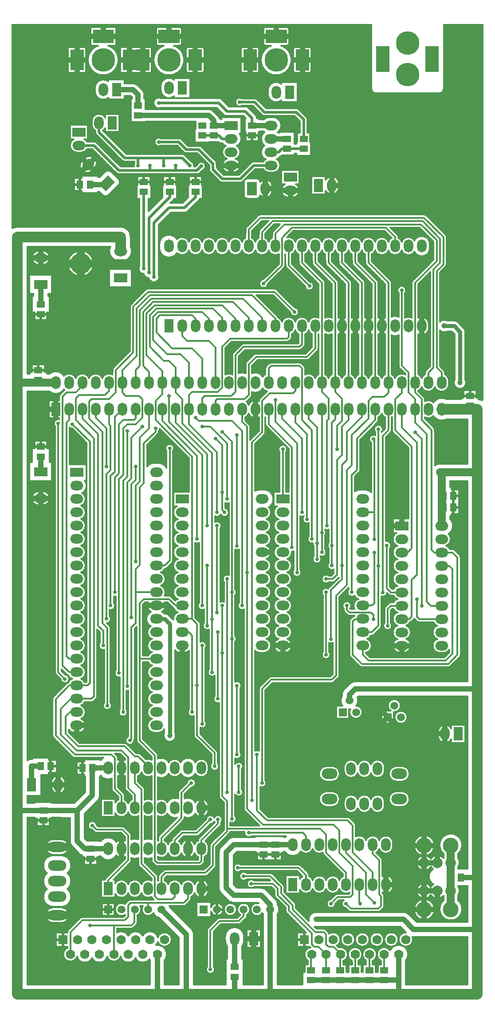
<source format=gbl>
G04 DipTrace 4.0.0.5*
G04 bottom_dendy_junior_remastered_rev_2.2.1.gbl*
%MOIN*%
G04 #@! TF.FileFunction,Copper,L2,Bot*
G04 #@! TF.Part,Single*
%AMOUTLINE0*
4,1,16,
0.034799,-0.015311,
0.043188,-0.001959,
0.044953,0.013711,
0.039745,0.028594,
0.028594,0.039745,
0.013711,0.044953,
-0.001959,0.043188,
-0.015311,0.034799,
-0.034799,0.015311,
-0.043188,0.001959,
-0.044953,-0.013711,
-0.039745,-0.028594,
-0.028594,-0.039745,
-0.013711,-0.044953,
0.001959,-0.043188,
0.015311,-0.034799,
0.034799,-0.015311,
0*%
%AMOUTLINE3*
4,1,4,
-0.009744,-0.059853,
-0.059853,-0.009744,
0.009744,0.059853,
0.059853,0.009744,
-0.009744,-0.059853,
0*%
%AMOUTLINE6*
4,1,4,
0.035433,-0.049213,
-0.035433,-0.049213,
-0.035433,0.049213,
0.035433,0.049213,
0.035433,-0.049213,
0*%
%AMOUTLINE9*
4,1,16,
0.035433,0.01378,
0.031924,0.029154,
0.022092,0.041482,
0.007885,0.048324,
-0.007885,0.048324,
-0.022092,0.041482,
-0.031924,0.029154,
-0.035433,0.01378,
-0.035433,-0.01378,
-0.031924,-0.029154,
-0.022092,-0.041482,
-0.007885,-0.048324,
0.007885,-0.048324,
0.022092,-0.041482,
0.031924,-0.029154,
0.035433,-0.01378,
0.035433,0.01378,
0*%
%AMOUTLINE12*
4,1,4,
0.07874,-0.051181,
-0.07874,-0.051181,
-0.07874,0.051181,
0.07874,0.051181,
0.07874,-0.051181,
0*%
%AMOUTLINE15*
4,1,4,
0.051181,0.07874,
0.051181,-0.07874,
-0.051181,-0.07874,
-0.051181,0.07874,
0.051181,0.07874,
0*%
%AMOUTLINE18*
4,1,4,
-0.029528,0.029528,
0.029528,0.029528,
0.029528,-0.029528,
-0.029528,-0.029528,
-0.029528,0.029528,
0*%
G04 #@! TA.AperFunction,CopperBalancing*
%ADD16C,0.011811*%
%ADD17C,0.059055*%
%ADD18C,0.019685*%
%ADD19C,0.03937*%
G04 #@! TA.AperFunction,Conductor*
%ADD20C,0.029528*%
G04 #@! TA.AperFunction,CopperBalancing*
%ADD21C,0.07874*%
%ADD25R,0.051181X0.059055*%
G04 #@! TA.AperFunction,ComponentPad*
%ADD28R,0.070866X0.098425*%
%ADD29O,0.070866X0.098425*%
%ADD30R,0.098425X0.070866*%
%ADD31O,0.098425X0.070866*%
%ADD32R,0.059055X0.051181*%
G04 #@! TA.AperFunction,ComponentPad*
%ADD33R,0.07X0.07*%
%ADD34C,0.07*%
%ADD35R,0.059055X0.059055*%
%ADD36C,0.059055*%
%ADD38R,0.15748X0.102362*%
%ADD39R,0.102362X0.15748*%
%ADD40C,0.177165*%
%ADD41R,0.098425X0.19685*%
%ADD42O,0.216535X0.472441*%
%ADD43C,0.275591*%
%ADD44O,0.216535X0.669291*%
%ADD45C,0.15748*%
%ADD46O,0.216535X0.787402*%
%ADD47O,0.137795X0.07874*%
%ADD48O,0.11811X0.07874*%
%ADD55C,0.07874*%
%ADD56C,0.11811*%
G04 #@! TA.AperFunction,ViaPad*
%ADD57C,0.027559*%
G04 #@! TA.AperFunction,ComponentPad*
%ADD130OUTLINE0*%
%ADD133OUTLINE3*%
%ADD136OUTLINE6*%
%ADD139OUTLINE9*%
%ADD142OUTLINE12*%
%ADD145OUTLINE15*%
%ADD148OUTLINE18*%
%FSLAX26Y26*%
G04*
G70*
G90*
G75*
G01*
G04 Bottom*
%LPD*%
X1637672Y1575165D2*
D16*
Y3175396D1*
X418794Y2425255D2*
X368789Y2475260D1*
Y4344206D1*
X2300126Y5075533D2*
Y4906650D1*
X2237735Y4844259D1*
X1856445D1*
X1800189Y4788003D1*
Y4556728D1*
X1768936Y4525475D1*
X1562664D1*
X1550163Y4512974D1*
Y4450593D1*
X1550037Y4450467D1*
X1600168Y3825402D2*
Y4181689D1*
X1550037Y4231820D1*
X1600168Y3825402D2*
Y3694138D1*
X1618909Y3675396D1*
X2200126Y5075533D2*
Y4937913D1*
X2181479Y4919266D1*
X1762685D1*
X1700178Y4856760D1*
Y4581731D1*
X1668925Y4550478D1*
X1468904D1*
X1450037Y4531610D1*
Y4450467D1*
Y4319203D2*
X1512659D1*
X1637672Y4194190D1*
Y3775396D1*
X2100126Y5075533D2*
Y4994180D1*
X2087719Y4981773D1*
X1662675D1*
X1600168Y4919266D1*
Y4612984D1*
X1568915Y4581731D1*
X1375144D1*
X1350037Y4556623D1*
Y4450469D1*
X1350038Y4450467D1*
Y4338059D1*
X1562664Y4125433D1*
Y3675396D1*
X1250037Y4450467D2*
Y4350551D1*
X1487656Y4112932D1*
Y3575396D1*
X1150037Y4450467D2*
Y4363042D1*
X1412648Y4100430D1*
Y3475396D1*
X950100Y3306597D2*
Y3875407D1*
X981353Y3906660D1*
Y4237945D1*
X1050037Y4306629D1*
Y4450466D1*
X1050038Y4450467D1*
X793833Y3075417D2*
Y3937913D1*
X825087Y3969167D1*
Y4337955D1*
X856340Y4369209D1*
X937598D1*
X950100Y4381710D1*
Y4450404D1*
X950037Y4450467D1*
X762580Y2975417D2*
Y3950415D1*
X793833Y3981668D1*
Y4394264D1*
X850037Y4450467D1*
X731327Y2875417D2*
Y3962916D1*
X762580Y3994169D1*
Y4325454D1*
X750038Y4337996D1*
Y4450467D1*
X918846Y2887803D2*
Y3887908D1*
X950100Y3919161D1*
Y4019172D1*
X731327D2*
Y4306702D1*
X650037Y4387992D1*
Y4450467D1*
X1562664Y2925307D2*
Y3575396D1*
X706324Y2675417D2*
Y2787793D1*
X668820Y2825297D1*
Y4262948D1*
X550037Y4381731D1*
Y4450467D1*
X1487656Y2825297D2*
Y3275396D1*
X506303Y2575417D2*
X449900D1*
X431295Y2594022D1*
Y4350457D1*
X450054Y4369215D1*
Y4450462D1*
X506303Y2475417D2*
X449890D1*
X400042Y2525265D1*
Y4544227D1*
X431295Y4575480D1*
X500052D1*
X550037Y4625465D1*
Y4650467D1*
X506303Y2375419D2*
X450217D1*
X350037Y2275239D1*
Y2000210D1*
X493802Y1856445D1*
X768831D1*
X793833Y1831442D1*
Y1600168D1*
X843849Y1550152D1*
Y1456455D1*
X506303Y2375419D2*
X587731D1*
X606314Y2394001D1*
Y4206692D1*
X475050Y4337955D1*
X506303Y2275417D2*
X462727D1*
X387541Y2200231D1*
Y2006461D1*
X506303Y1887698D1*
X843839D1*
X893844Y1837693D1*
Y1606419D1*
X943849Y1556413D1*
Y1456455D1*
X506303Y2275417D2*
X618993D1*
X637567Y2293991D1*
Y4231694D1*
X500052Y4369209D1*
Y4531726D1*
X525055Y4556728D1*
X718825D1*
X750079Y4587982D1*
Y4650427D1*
X750038Y4650467D1*
X506303Y2175417D2*
X456487D1*
X425045Y2143975D1*
Y2012711D1*
X518804Y1918951D1*
X868841D1*
X943849Y1843944D1*
X968852D1*
X1043849Y1768946D1*
Y1756455D1*
X1450152Y6506933D2*
D18*
X1537457D1*
X1537661Y6507138D1*
X1574961D1*
X1600168Y6481930D1*
X1668915D1*
X1668925Y6481941D1*
X1968925Y6381941D2*
X2025234D1*
X2050420Y6407127D1*
X2087719D1*
X2212528D1*
X2212732Y6406923D1*
X1968925Y6481941D2*
D19*
X2087719Y6481930D1*
X1450152Y6581736D2*
D18*
Y6581941D1*
X2212732Y6481726D2*
Y6625696D1*
X2156476Y6681951D1*
X1918951D1*
X1843944Y6756959D1*
X1731432D1*
X2212732Y6469429D2*
Y6481726D1*
X1444004Y6275761D2*
X1412648Y6244406D1*
X1250131D1*
Y6281807D1*
Y6244406D2*
X1056361D1*
Y6281909D1*
Y6244406D2*
X825087D1*
X637558Y6431934D1*
X525055D1*
X968954Y6281807D2*
Y6338165D1*
X868841D1*
X675080Y6531927D1*
Y6600693D1*
X1356495Y6281807D2*
X1300136Y6338165D1*
X1162622D1*
X968954D1*
X1162622Y6281909D2*
Y6338165D1*
X1968925Y6281941D2*
X1837724D1*
X1737682Y6181899D1*
X1600168D1*
X1531411Y6250656D1*
Y6294411D1*
X1425150Y6400672D1*
X1331390D1*
X1275134Y6456928D1*
X1125118D1*
X1668925Y6581941D2*
D19*
X1600168D1*
X1537661D1*
X968852Y6657154D2*
X1499953D1*
X1537661Y6619445D1*
Y6581941D1*
X806336Y6850719D2*
X931348D1*
X968852Y6813215D1*
Y6731957D1*
X1825226Y6581702D2*
D18*
X1825192Y6581736D1*
D19*
X1968925Y6581941D1*
X1825192Y6581736D2*
D18*
Y6638197D1*
X1775186Y6688202D1*
X1637672D1*
X1575165Y6750709D1*
X1125118D1*
X1106303Y2875417D2*
D20*
X1168757D1*
X1206377Y2837798D1*
Y2000210D1*
X1675176Y1375144D2*
D16*
Y2725948D1*
Y3075396D1*
Y4206692D1*
X1600168Y4281699D1*
X1300126Y5075533D2*
Y5000535D1*
X1337640Y4963021D1*
X1500157D1*
X1550037Y4913142D1*
Y4650467D1*
X1400126Y5075533D2*
Y5131810D1*
X1375144Y5156791D1*
X1131369D1*
X1106366Y5131789D1*
Y5025528D1*
X1225129Y4906765D1*
X1375144D1*
X1450037Y4831873D1*
Y4650467D1*
X1600168Y2619025D2*
Y2975396D1*
X1400147Y4387961D2*
X1425150Y4362958D1*
X1675176D1*
X1750184Y4287950D1*
Y2975396D1*
X1600168Y2619025D2*
Y1543912D1*
X1637672Y1506408D1*
Y1300136D1*
X2337745D1*
X2381500Y1256382D1*
Y1118867D1*
X2531474Y968894D1*
Y881343D1*
X1637672Y1300136D2*
Y1281385D1*
X1531411Y1175123D1*
Y1025108D1*
X1475155Y968852D1*
X1175123D1*
X1143849Y937577D1*
Y850142D1*
X1443849Y1150142D2*
Y1212575D1*
X1568915Y1337640D1*
Y1368894D1*
X1443849Y1150142D2*
Y1056308D1*
X1431400Y1043860D1*
X1112617D1*
X1093865Y1062612D1*
Y1850194D1*
X981353Y1962706D1*
Y2575417D1*
Y2994064D1*
X1012606Y3025318D1*
X1200126D1*
X1250047Y2975396D1*
X1300136D1*
X1500126Y5075533D2*
Y5131820D1*
X1450152Y5181794D1*
X1118867D1*
X1081364Y5144290D1*
Y4969272D1*
X1187625Y4863010D1*
X1287635D1*
X1350037Y4800609D1*
Y4650469D1*
X1350038Y4650467D1*
X1106303Y2575417D2*
X981353D1*
X1450152Y2975396D2*
Y4106681D1*
X1200126Y4356707D1*
Y4550478D1*
X2731474Y881343D2*
Y975165D1*
X2581521Y1125118D1*
Y1325139D1*
X2544017Y1362643D1*
X1937703D1*
X1862696Y1437651D1*
Y1856445D1*
X1712680D2*
Y2375249D1*
X1525160Y2475260D2*
Y2874108D1*
Y4119182D1*
X1300136Y4344206D1*
Y4525475D1*
X1250037Y4575575D1*
Y4650467D1*
X1600126Y5075533D2*
Y5138081D1*
X1531411Y5206797D1*
X1106366D1*
X1056361Y5156791D1*
Y4919266D1*
X1162622Y4813005D1*
X1200126D1*
X1250037Y4763094D1*
Y4650467D1*
X1700126Y5075533D2*
Y5131841D1*
X1600168Y5231799D1*
X1093865D1*
X1031358Y5169293D1*
Y4856760D1*
X1150037Y4738081D1*
Y4650467D1*
Y4562895D1*
X1100115Y4512974D1*
Y4369209D1*
X1375144Y4094180D1*
Y2875396D1*
X1300136D1*
X1375050D2*
X1412648Y2837798D1*
Y2375419D1*
Y2000210D1*
X1543912Y1868946D1*
Y1768936D1*
X1725181D2*
Y1575165D1*
X887593Y2368999D2*
Y3900409D1*
X918846Y3931663D1*
Y4237945D1*
X1000105Y4319203D1*
X1800126Y5075533D2*
Y5138102D1*
X1681427Y5256802D1*
X1081364D1*
X1006356Y5181794D1*
Y4775501D1*
X1050037Y4731820D1*
Y4650469D1*
X1050038Y4650467D1*
X1568915Y2275417D2*
Y2775396D1*
X856340Y2175417D2*
Y3912911D1*
X887593Y3944164D1*
Y4287950D1*
X1900126Y5075533D2*
Y5138113D1*
X1756434Y5281804D1*
X1068862D1*
X981353Y5194295D1*
Y4775501D1*
X950037Y4744185D1*
Y4650467D1*
X1375144Y2175417D2*
Y2750289D1*
X1350037Y2775396D1*
X1300136D1*
X2000126Y5075533D2*
Y5131873D1*
X1825192Y5306807D1*
X1056361D1*
X956350Y5206797D1*
Y4850509D1*
X850037Y4744196D1*
Y4650467D1*
X825087Y2469009D2*
Y3925412D1*
X856340Y3956665D1*
Y4306702D1*
X887593Y4337955D1*
X950100D1*
X1000105Y4387961D1*
Y4525475D1*
X975102Y4550478D1*
X875092D1*
X850037Y4575533D1*
Y4650467D1*
X1450152Y2087719D2*
Y2675396D1*
X237535Y3981657D2*
D19*
Y4094169D1*
X237525Y4094180D1*
Y5388087D2*
Y5238050D1*
Y1768936D2*
X168789D1*
Y1631421D1*
X1206377Y6082093D2*
D18*
Y6094390D1*
X1050110Y5475575D2*
Y5888118D1*
X1206377Y6044385D1*
Y6082093D1*
X3337646Y3800399D2*
Y3712890D1*
X3337748Y3712787D1*
X1912701Y1106571D2*
X2000210D1*
X3119077Y1175068D2*
D19*
Y1043860D1*
X3219077D2*
X3119077D1*
Y833444D2*
X3219077D1*
X3119077Y693808D2*
Y833444D1*
X2419004Y737577D2*
D16*
X2469009Y787583D1*
X2562769D1*
X2581521Y806335D1*
Y1018857D1*
X2481510Y1118867D1*
Y1287635D1*
X2437756Y1331390D1*
X1906450D1*
X1787688Y1450152D1*
Y3225339D1*
Y4319203D1*
X1750037Y4356854D1*
Y4450466D1*
X1750038Y4450467D1*
X2819046Y237320D2*
Y355202D1*
X2817948Y356301D1*
X1043828Y693823D2*
Y743828D1*
X912596D1*
X893844Y725076D1*
Y637567D1*
X868841Y612564D1*
X550058D1*
X462549Y525055D1*
Y359224D1*
X459625Y356301D1*
X1043828Y743828D2*
X1312638D1*
X1343891Y775081D1*
Y850100D1*
X1343849Y850142D1*
X2706534Y237320D2*
Y353903D1*
X2708932Y356301D1*
X2268988Y237525D2*
Y352340D1*
X2272949Y356301D1*
X2531474Y1181343D2*
Y1118909D1*
X2681531Y968852D1*
Y806335D1*
X2744038Y743828D1*
X2631474Y881343D2*
Y743881D1*
X2637777Y737577D1*
X2731474Y1181343D2*
Y1112680D1*
X2781542Y1062612D1*
Y806335D1*
X2794043Y793833D1*
Y718825D1*
X2775291Y700073D1*
X2569020D1*
X2531516Y737577D1*
X625066Y1325139D2*
X656319Y1293886D1*
X850089D1*
X893844Y1250131D1*
Y1062612D1*
X743849Y912617D1*
Y850142D1*
X2231474Y1181343D2*
Y1243891D1*
X2206482Y1268883D1*
X1800189D1*
X906345Y1962706D2*
X918846Y1975207D1*
Y2812795D1*
X950100Y2844049D1*
Y3075417D1*
Y3250341D1*
X981353Y3281594D1*
Y3862906D1*
X1012606Y3894159D1*
Y4194190D1*
X1100115Y4281699D1*
Y4306702D1*
X943849Y1756455D2*
Y1643923D1*
X993854Y1593917D1*
Y1037609D1*
X1093865Y937598D1*
Y793833D1*
X1118867Y768831D1*
X1225129D1*
X1243881Y787583D1*
Y850110D1*
X1243849Y850142D1*
X1106303Y3075417D2*
X950100D1*
X1718930Y1006356D2*
X2175228D1*
X2231474Y950110D1*
Y881343D1*
X1206377Y4156686D2*
Y3312848D1*
X1168946Y3275417D1*
X1106303D1*
X1243849Y1150142D2*
Y1212596D1*
X1300136Y1268883D1*
X1412648D1*
X1512659Y1368894D1*
X1825192Y1512659D2*
Y4200441D1*
X1900199Y4275449D1*
Y4512974D1*
X1956455Y4569230D1*
X2131474D1*
X2150037Y4587793D1*
Y4650467D1*
X606314Y575060D2*
X786592D1*
Y356301D1*
X2600273Y237320D2*
X2599916Y356301D1*
X943828Y693823D2*
X941955D1*
Y598169D1*
X918846Y575060D1*
X786592D1*
X1762654Y693823D2*
Y643786D1*
X1725181Y606314D1*
X1581416D1*
X1512659Y537556D1*
Y243776D1*
X1762685Y943849D2*
X1962706D1*
X2043965Y862591D1*
Y812585D1*
X2131474Y725076D1*
Y693823D1*
X2300241Y525055D1*
X2362748D1*
X2381500Y506303D1*
Y431295D1*
X2400252Y412543D1*
X2437756D1*
X2487761Y362538D1*
Y359480D1*
X2490941Y356301D1*
X2487761Y237320D2*
Y353121D1*
X2490941Y356301D1*
X1818941Y887593D2*
X1981458D1*
X2018962Y850089D1*
Y800084D1*
X2100220Y718825D1*
Y687572D1*
X2275239Y512554D1*
Y431295D1*
X2293991Y412543D1*
X2325682D1*
X2381925Y356301D1*
X2381500Y237320D2*
X2381925Y356301D1*
X2750037Y4450467D2*
Y4368957D1*
X2612774Y4231694D1*
Y3994169D1*
X2575270Y3956665D1*
Y3075396D1*
X2381500D2*
Y2606524D1*
X2650038Y4450467D2*
Y4393971D1*
X2537766Y4281699D1*
Y4069177D1*
X2500262Y4031673D1*
Y3275417D1*
Y3175333D1*
X2419004Y3094075D1*
Y2725286D1*
X2550038Y4450467D2*
Y4368979D1*
X2500262Y4319203D1*
Y4106681D1*
X2462759Y4069177D1*
Y3206587D1*
X2431568Y3175396D1*
X2381500D1*
X2450037Y4450467D2*
Y4375239D1*
X2425255Y4350457D1*
Y3427677D1*
Y3275396D1*
X2837798Y3427677D2*
Y3106576D1*
X2869000Y3075374D1*
X2950310D1*
X2350038Y4450467D2*
Y3525370D1*
Y3375396D1*
X2250038Y4450467D2*
Y4375657D1*
X2312743Y4312953D1*
Y3444112D1*
Y3325349D2*
Y3444112D1*
X2150037Y4450467D2*
Y4350646D1*
X2237735Y4262948D1*
Y3625381D1*
X2744038Y3475375D2*
Y3675396D1*
Y4219193D1*
X2737787Y4225444D1*
X2656466Y3675396D2*
X2744038D1*
X2200126Y5675533D2*
Y5550688D1*
X2350038Y5400776D1*
Y4650467D1*
X2387751Y3575396D2*
Y4362958D1*
X2400252Y4375459D1*
Y4531726D1*
X2350038Y4581940D1*
Y4650467D1*
X2300126Y5675533D2*
Y5550698D1*
X2450037Y5400787D1*
Y4650467D1*
X2056466Y3775396D2*
Y4150436D1*
X2462759D2*
Y4325454D1*
X2500262Y4362958D1*
Y4531726D1*
X2450037Y4581951D1*
Y4650467D1*
X2400126Y5675533D2*
Y5550709D1*
X2550037Y5400798D1*
Y4650469D1*
X2550038Y4650467D1*
X2500126Y5675533D2*
Y5550719D1*
X2650037Y5400808D1*
Y4650469D1*
X2650038Y4650467D1*
X2600126Y5675533D2*
Y5550730D1*
X2750037Y5400819D1*
Y4650467D1*
X2700126Y5675533D2*
Y5550740D1*
X2850037Y5400829D1*
Y4650467D1*
X1143849Y1150142D2*
Y1231358D1*
X1293886Y1381395D1*
Y1568915D1*
X1368894Y1643923D1*
X1900199D2*
Y2350247D1*
X1968957Y2419004D1*
X2425255D1*
X2456508Y2450257D1*
Y3050320D1*
X2537766Y3131579D1*
Y3994169D1*
X2575270Y4031673D1*
Y4256697D1*
X2700283Y4381710D1*
Y4512974D1*
X2731537Y4544227D1*
X2819046D1*
X2850037Y4575218D1*
Y4650467D1*
X3250310Y2875374D2*
X3081501D1*
X3062822Y2894054D1*
Y3025318D1*
X2806545Y3075323D2*
Y4250446D1*
X2850037Y4293938D1*
Y4450467D1*
X2950310Y2875374D2*
X3006638D1*
X3025318Y2894054D1*
Y3169083D1*
X3062822Y3206587D1*
Y4200441D1*
X2950038Y4313224D1*
Y4450467D1*
X2737787Y2875374D2*
Y2906555D1*
X2719035Y2925307D1*
X2556518D1*
X2537766Y2944059D1*
Y2975396D1*
X2950310Y5344311D2*
Y4775501D1*
X3000315Y4725496D1*
Y4575480D1*
X3050320Y4525475D1*
Y4450751D1*
X3050037Y4450467D1*
Y4350740D1*
X3137829Y4262948D1*
Y3006566D1*
X3169020Y2975375D1*
X3250310D1*
X3100325D2*
Y4225444D1*
X3050320Y4275449D1*
X2950310Y2975375D2*
X2869114D1*
X2844049Y2950310D1*
Y2825297D1*
X1800126Y5675533D2*
Y5800546D1*
X1887698Y5888118D1*
X3119077D1*
X3262843Y5744353D1*
Y5538081D1*
X3212837Y5488076D1*
Y4763000D1*
X3250037Y4725801D1*
Y4650469D1*
X3250038Y4650467D1*
X2656466Y2675396D2*
Y2606587D1*
X2700283Y2562769D1*
X3281594D1*
X3331600Y2612774D1*
Y3250341D1*
X3306597Y3275344D1*
X3250341D1*
X3250310Y3275375D1*
X2775291D2*
Y4300451D1*
X1900126Y5675533D2*
Y5781783D1*
X1981458Y5863115D1*
X3106576D1*
X3237840Y5731852D1*
Y5550583D1*
X3187835Y5500577D1*
Y4763000D1*
X3150037Y4725202D1*
Y4650467D1*
X2775291Y3275375D2*
Y2825297D1*
X2725391Y2775396D1*
X2656466D1*
X3250310Y3375374D2*
X3194066D1*
X3175333Y3394106D1*
Y4294201D1*
X3100325Y4369209D1*
Y4525475D1*
X3050037Y4575764D1*
Y4650467D1*
X2000126Y5675533D2*
Y5769272D1*
X2068967Y5838113D1*
X3094075D1*
X3212837Y5719350D1*
Y5563084D1*
X3050037Y5400283D1*
Y4650467D1*
X3250310Y3375374D2*
X3331580D1*
X3369104Y3337850D1*
Y2606524D1*
X3300346Y2537766D1*
X2650278D1*
X2581521Y2606524D1*
Y2856550D1*
X2600273Y2875302D1*
X2656371D1*
X2656466Y2875396D1*
X2950310Y3375375D2*
X2994085D1*
X3025318Y3406608D1*
Y4169188D1*
X2900304Y4294201D1*
Y4525475D1*
X2950038Y4575209D1*
Y4650467D1*
X2100126Y5675533D2*
Y5531925D1*
X2256487Y5375564D1*
X2744038Y3375375D2*
Y2994064D1*
X2725370Y2975396D1*
X2656466D1*
X1694030Y262425D2*
D19*
Y474948D1*
X1693928Y475050D1*
X2900126Y5675533D2*
D16*
Y5744531D1*
X2831547Y5813110D1*
X2125223D1*
X2050215Y5738102D1*
Y5531831D1*
X1912701Y5394316D1*
X1950038Y4650467D2*
Y4756583D1*
X1968957Y4775501D1*
X2181479D1*
X2200231Y4756749D1*
Y4369209D1*
X2275239Y4294201D1*
Y3475396D1*
X3269093Y5075533D2*
D20*
X3344101D1*
X3387856Y5031778D1*
Y4650488D1*
X2143975Y5181794D2*
D16*
X1993959Y5331810D1*
X1043860D1*
X931348Y5219298D1*
Y4875512D1*
X800084Y4744248D1*
Y4575480D1*
X750079Y4525475D1*
X618815D1*
X600063Y4506723D1*
Y4381710D1*
X700073Y4281699D1*
Y2844049D1*
X737577Y2806545D1*
Y2225234D1*
X1950038Y4450467D2*
Y4338122D1*
X2125223Y4162937D1*
Y3412858D1*
X1712680Y3425360D2*
Y4256697D1*
X3319303Y934472D2*
D18*
D3*
X3319077Y1175068D2*
D17*
Y1043860D1*
Y936865D1*
Y833444D1*
Y693808D2*
Y833444D1*
X3319303Y934472D2*
D18*
X3319077Y936865D1*
X1400147Y6082093D2*
Y6094390D1*
X1087614Y5444322D2*
Y5850614D1*
X1200126Y5963126D1*
X1318888D1*
X1400147Y6044385D1*
Y6082093D1*
X1012606Y6082298D2*
Y6088139D1*
Y5506828D2*
Y6082298D1*
X2050038Y4450467D2*
D16*
Y4381887D1*
X2200231Y4231694D1*
Y3675417D1*
X735234Y6146738D2*
D19*
X735235D1*
X743828Y6138144D1*
X606314D1*
X743849Y1756455D2*
Y1756434D1*
X625066D1*
X3250038Y4450467D2*
D21*
X3462864D1*
X3519119D1*
Y3975417D1*
Y2350247D1*
Y934472D1*
Y543807D1*
Y56256D1*
X2926925D1*
X1962654D1*
X1694030D1*
X1525199D1*
X1331390D1*
X62507D1*
Y1437651D1*
Y4650467D1*
Y5744353D1*
X837588D1*
Y5638071D1*
X625066Y1756434D2*
D19*
Y1550163D1*
X512554Y1437651D1*
X257400D1*
X62507D1*
X743849Y1150142D2*
X612585D1*
X612564Y1150121D1*
X1113601Y356301D2*
Y50005D1*
X1525199D1*
Y56256D1*
X2131474Y1181343D2*
X2000241D1*
X2000210Y1181374D1*
X2926925Y356301D2*
Y162517D1*
X2819046D1*
X2706534D1*
X2600273D1*
X2487761D1*
X2381500D1*
X2269193D1*
X2268988Y162722D1*
X2556513Y2262709D2*
Y2306487D1*
X2600273Y2350247D1*
X3519119D1*
Y543807D2*
X3037819D1*
X2962811Y618815D1*
X2856550D1*
X2750289D1*
X2637777D1*
X2531516D1*
X2419004D1*
X2306492D1*
X1962654Y693823D2*
Y731379D1*
X1893949Y800084D1*
X1687677D1*
X1631421Y856340D1*
Y1125118D1*
X1687677Y1181374D1*
X1912790D1*
X2000210D1*
X1962654Y693823D2*
Y56256D1*
X612564Y1150121D2*
X568810D1*
X512554Y1206377D1*
Y1437651D1*
X1694030Y187622D2*
Y56256D1*
X3237840Y3975417D2*
D17*
X3519119D1*
X3237840D2*
X3250310D1*
Y3792816D1*
Y3773324D1*
Y3712787D1*
Y3575374D1*
X350037Y4650467D2*
X218773D1*
X62507D1*
X2926925Y162517D2*
D19*
Y56256D1*
X218773Y4669445D2*
Y4650467D1*
X3262945Y3712787D2*
Y3780181D1*
X3250310Y3792816D1*
X256277Y1437651D2*
X257400D1*
X1912701Y1181374D2*
X1912790D1*
X3262945Y3712787D2*
X3250310D1*
X3262843Y3800399D2*
Y3785857D1*
X3250310Y3773324D1*
X3462864Y4475470D2*
Y4450467D1*
X1143828Y693823D2*
X1331390Y506261D1*
Y56256D1*
X3394106Y934472D2*
X3519119D1*
X2162727Y3225339D2*
D16*
Y4194190D1*
X2000210Y4356707D1*
Y4519224D1*
D57*
X1637672Y1575165D3*
Y3175396D3*
X418794Y2425255D3*
X368789Y4344206D3*
X1600168Y3825402D3*
X1550037Y4231820D3*
X1618909Y3675396D3*
X1600168Y3825402D3*
X1450037Y4319203D3*
X1637672Y3775396D3*
X1562664Y3675396D3*
X1487656Y3575396D3*
X1412648Y3475396D3*
X950100Y3306597D3*
X793833Y3075417D3*
X762580Y2975417D3*
X731327Y2875417D3*
X918846Y2887803D3*
X950100Y4019172D3*
X731327D3*
X1562664Y2925307D3*
Y3575396D3*
X706324Y2675417D3*
X1487656Y2825297D3*
Y3275396D3*
X475050Y4337955D3*
X2087719Y6481930D3*
D3*
X1450152Y6581941D3*
X1731432Y6756959D3*
X2212732Y6469429D3*
X1444004Y6275761D3*
X1250131Y6281807D3*
X1056361Y6281909D3*
X968954Y6281807D3*
X1356495D3*
X1162622Y6281909D3*
X1125118Y6456928D3*
D19*
X1825226Y6581702D3*
D57*
X1125118Y6750709D3*
D19*
X1206377Y2000210D3*
D57*
X1675176Y1375144D3*
X1600168Y4281699D3*
X1675176Y2725948D3*
Y3075396D3*
X1600168Y2619025D3*
Y2975396D3*
X1400147Y4387961D3*
X1750184Y2975396D3*
X1600168Y2619025D3*
X1568915Y1368894D3*
X1450152Y2975396D3*
X1200126Y4550478D3*
X1862696Y1856445D3*
X1712680D3*
Y2375249D3*
X1525160Y2475260D3*
Y2874108D3*
X1543912Y1768936D3*
X1725181D3*
Y1575165D3*
X1412648Y2375419D3*
X887593Y2368999D3*
X1000105Y4319203D3*
X1568915Y2275417D3*
Y2775396D3*
X856340Y2175417D3*
X887593Y4287950D3*
X1375144Y2175417D3*
X825087Y2469009D3*
X1450152Y2087719D3*
Y2675396D3*
X1206377Y6094390D3*
X1050110Y5475575D3*
X2419004Y737577D3*
X1787688Y3225339D3*
X2744038Y743828D3*
X2637777Y737577D3*
X2531516D3*
X625066Y1325139D3*
X1800189Y1268883D3*
X906345Y1962706D3*
X1100115Y4306702D3*
X1718930Y1006356D3*
X1206377Y4156686D3*
X1512659Y1368894D3*
X1825192Y1512659D3*
X606314Y575060D3*
X1512659Y243776D3*
X1762685Y943849D3*
X1818941Y887593D3*
X2575270Y3075396D3*
X2381500Y2606524D3*
Y3075396D3*
X2500262Y3275417D3*
X2419004Y2725286D3*
X2381500Y3175396D3*
X2425255Y3275396D3*
X2837798Y3427677D3*
X2425255D3*
X2350038Y3375396D3*
Y3525370D3*
X2312743Y3444112D3*
Y3325349D3*
X2237735Y3625381D3*
D3*
X2744038Y3475375D3*
X2737787Y4225444D3*
X2387751Y3575396D3*
X2056466Y4150436D3*
X2462759D3*
X1368894Y1643923D3*
X1900199D3*
X3062822Y3025318D3*
X2806545Y3075323D3*
X2737787Y2875374D3*
X2537766Y2975396D3*
X2950310Y5344311D3*
X3100325Y2975375D3*
X3050320Y4275449D3*
X2844049Y2825297D3*
X2775291Y3275375D3*
Y4300451D3*
Y3275375D3*
X2256487Y5375564D3*
X2744038Y3375375D3*
X1912701Y5394316D3*
X2275239Y3475396D3*
D19*
X3269093Y5075533D3*
X3387856Y4650488D3*
D57*
X2143975Y5181794D3*
X737577Y2225234D3*
X2125223Y3412858D3*
X1712680Y3425360D3*
Y4256697D3*
X3319303Y934472D3*
X1400147Y6094390D3*
X1087614Y5444322D3*
X1012606Y6088139D3*
Y5506828D3*
X2200231Y3675417D3*
X2306492Y618815D3*
X2419004D3*
X2531516D3*
X2637777D3*
X2750289D3*
X2856550D3*
X2962811D3*
X2162727Y3225339D3*
X2000210Y4519224D3*
X931348Y987604D3*
X1187625Y5538081D3*
X2350247Y5613089D3*
X2450257D3*
X2550268D3*
X2650278D3*
X2950310D3*
D19*
X3087824Y6275659D3*
D57*
X781332Y5200546D3*
X1306387Y6131894D3*
X237525Y5163042D3*
X956350Y5638092D3*
X2737787Y2175228D3*
X568810Y2825297D3*
X1850194Y5731852D3*
X3344101Y5563084D3*
X3044070Y5613089D3*
X3337850Y2431505D3*
X2594022Y4981773D3*
X3175333Y1618920D3*
X3375354Y1806440D3*
X1950205Y5731852D3*
X3144080Y6275659D3*
X3006566Y193770D3*
Y281280D3*
X2143975Y568810D3*
X2075218Y400042D3*
X1587667Y550058D3*
X1431400Y506303D3*
X1318888Y675071D3*
X1925202Y1043860D3*
X1975207Y831337D3*
X2187730Y700073D3*
X175018Y525055D3*
Y462549D3*
X637567Y812585D3*
Y700073D3*
X181269Y1281385D3*
Y1218878D3*
X825087Y1062612D3*
X1206377Y1006356D3*
X3087824Y6331915D3*
X331285Y3981668D3*
X306282Y4306702D3*
X150016Y4344206D3*
X3087824Y6219403D3*
X350037Y4550478D3*
X450047Y4988024D3*
X781332D3*
D19*
X3237840Y3975417D3*
D57*
X3031568Y6275659D3*
X450047Y4825507D3*
X156266Y4194190D3*
X2775291Y6144395D3*
X2725286Y6006881D3*
X1943954Y2068967D3*
X3375354Y1425150D3*
X2500262Y4981773D3*
X1950205Y1425150D3*
X1862696Y1937703D3*
X2700283Y4981773D3*
X2594022Y1987709D3*
X1862696Y2068967D3*
X2400252Y4981773D3*
Y4737997D3*
X675071Y2081469D3*
X1625171Y3356602D3*
X1950205Y1806440D3*
X687572Y2475260D3*
Y2612774D3*
X1618920Y3512869D3*
X1562664Y1706429D3*
X1943954Y1937703D3*
X2794043Y1987709D3*
X3269093Y5175543D3*
X2912806Y3719140D3*
X2919056Y4156686D3*
X3256592Y4181689D3*
X1900199Y4119182D3*
X1112617Y4194190D3*
X1025108Y2494012D3*
Y2444007D3*
Y2700283D3*
Y2637777D3*
Y2225234D3*
Y2131474D3*
X1937703Y4287950D3*
X2681531Y2481510D3*
X3094075Y2694033D3*
X2519014Y2781542D3*
X2156476Y2487761D3*
X2181479Y1612669D3*
X1600168Y3100325D3*
X2737787Y2075224D3*
X1850194Y4362958D3*
X2519014Y2662780D3*
X2856550Y3575375D3*
X3062822Y2437756D3*
X3112827Y2825297D3*
X1525160Y2131474D3*
X481301Y4256697D3*
X2400252Y5244301D3*
X2500262Y4737997D3*
X2237735Y4944269D3*
X2300241Y4731747D3*
X2150226Y4975522D3*
X2125223Y4881762D3*
X2262738Y1056361D3*
X2150226Y5738102D3*
X1300136Y2125223D3*
X1537661Y1937703D3*
X1731432Y1468904D3*
X1737682Y2581521D3*
X2750289Y5738102D3*
X2037714Y950100D3*
X2093970Y5281804D3*
X2243986Y5244301D3*
X2150226Y5613089D3*
X2675281Y4156686D3*
X2250236Y5613089D3*
X3044070Y5731852D3*
X818836Y1356392D3*
X1037609D3*
X693823Y1656424D3*
Y1556413D3*
X3250341Y2600273D3*
X3356602Y2550268D3*
X775081Y2825297D3*
Y2619025D3*
X993854Y562559D3*
X1168873Y575060D3*
X625066Y281280D3*
X950100D3*
X1012606Y1662675D3*
X1131369Y1656424D3*
X1412648Y3125328D3*
X1712680Y3025318D3*
X1287635Y3875407D3*
X1637672Y3725391D3*
X2312743Y2175228D3*
X2387751Y1943954D3*
X1712680Y3350352D3*
X612564Y1225129D3*
Y1075113D3*
X1156371Y1350142D3*
X2644028Y6156896D3*
X2725286Y1281385D3*
X2375249Y768831D3*
X156266Y912596D3*
X1256382Y268778D3*
X1406398D3*
X3175333Y5694348D3*
X1106366Y6131894D3*
X2975312Y5944374D3*
X1300136Y6594442D3*
X2825297Y5925622D3*
X3294096Y456298D3*
X1550163Y5731852D3*
X1750184D3*
X2000210Y5244301D3*
X3294096Y243776D3*
X1650173Y4838008D3*
X2043965Y581311D3*
X3262843Y4944269D3*
X1256382Y4056676D3*
X2750289Y5613089D3*
X3400357Y350037D3*
X1375144Y6450677D3*
X1975207Y4056676D3*
X2844049D3*
X1368894Y1868946D3*
X1037609Y1837693D3*
X1137619Y1581416D3*
X2912806Y3887908D3*
X1850194Y4531726D3*
X2900304Y5244301D3*
X3106576D3*
X2900304Y4981773D3*
X2700283Y4737997D3*
X3187835Y350037D3*
X3362853Y268778D3*
X3375354Y425045D3*
X3219088Y268778D3*
Y431295D3*
X2737787Y2268988D3*
X406293Y1518909D3*
Y1350142D3*
X3112827Y6250656D3*
Y6300661D3*
X3062822Y6250656D3*
Y6300661D3*
X1681427Y4938018D3*
X1750184Y4750499D3*
X1856445Y4881762D3*
X2931558Y2481510D3*
D19*
X2662780Y6850719D3*
X2800294Y6450677D3*
X2531516Y6638197D3*
D57*
X2481510Y825087D3*
X3000315Y5244301D3*
X2800294D3*
X2700283D3*
X2600273D3*
X2500262D3*
X2900304Y4906765D3*
X2800294D3*
X2600273Y4737997D3*
X2306492Y4863010D3*
X2050215Y4806755D3*
X2087719Y5188045D3*
X1906450Y5281804D3*
X781332Y4825507D3*
X1862696Y5431820D3*
X1287635Y5863115D3*
X925097Y5869366D3*
X1987709Y3887908D3*
X1625171Y3625381D3*
X2844049Y3887908D3*
X2987814D3*
X2844049Y3719140D3*
X2987814D3*
X2912806Y4056676D3*
X2987814D3*
X168768Y1981458D3*
X175018Y2894054D3*
X225024Y912596D3*
X2000210Y1106366D3*
X393791Y281280D3*
X806335D3*
X26772Y7324934D2*
D16*
X2719387D1*
X3267617D2*
X3555894D1*
X26772Y7313255D2*
X608213D1*
X804442D2*
X1105961D1*
X1294299D2*
X1912293D1*
X2100633D2*
X2719387D1*
X3267617D2*
X3555894D1*
X26772Y7301575D2*
X608213D1*
X804442D2*
X1102016D1*
X1298244D2*
X1908349D1*
X2104577D2*
X2719387D1*
X3267617D2*
X3555894D1*
X26772Y7289895D2*
X608213D1*
X804442D2*
X1102016D1*
X1298244D2*
X1908349D1*
X2104577D2*
X2719387D1*
X3267617D2*
X3555894D1*
X26772Y7278215D2*
X608213D1*
X804442D2*
X1102016D1*
X1298244D2*
X1908349D1*
X2104577D2*
X2719387D1*
X3267617D2*
X3555894D1*
X26772Y7266535D2*
X608213D1*
X804442D2*
X1102016D1*
X1298244D2*
X1908349D1*
X2104577D2*
X2719387D1*
X3267617D2*
X3555894D1*
X26772Y7254856D2*
X608213D1*
X804442D2*
X1102016D1*
X1298244D2*
X1908349D1*
X2104577D2*
X2719387D1*
X3267617D2*
X3555894D1*
X26772Y7243176D2*
X608213D1*
X804442D2*
X1102016D1*
X1298244D2*
X1908349D1*
X2104577D2*
X2719387D1*
X3267617D2*
X3555894D1*
X26772Y7231496D2*
X608213D1*
X804442D2*
X1102016D1*
X1298244D2*
X1908349D1*
X2104577D2*
X2719387D1*
X3267617D2*
X3555894D1*
X26772Y7219816D2*
X608213D1*
X804442D2*
X1102016D1*
X1298244D2*
X1908349D1*
X2104577D2*
X2719387D1*
X3267617D2*
X3555894D1*
X26772Y7208136D2*
X608213D1*
X804442D2*
X1102016D1*
X1298244D2*
X1908349D1*
X2104577D2*
X2719387D1*
X3267617D2*
X3555894D1*
X26772Y7196457D2*
X608213D1*
X804442D2*
X1102293D1*
X1297967D2*
X1908625D1*
X2104301D2*
X2719387D1*
X3267617D2*
X3555894D1*
X26772Y7184777D2*
X608213D1*
X804442D2*
X1109629D1*
X1290609D2*
X1915961D1*
X2096942D2*
X2719387D1*
X3267617D2*
X3555894D1*
X26772Y7173097D2*
X648190D1*
X764465D2*
X1141993D1*
X1258266D2*
X1948325D1*
X2064600D2*
X2719387D1*
X3267617D2*
X3555894D1*
X26772Y7161417D2*
X438915D1*
X580033D2*
X631444D1*
X781189D2*
X832622D1*
X1071390D2*
X1125245D1*
X1274992D2*
X1328846D1*
X1465098D2*
X1741495D1*
X1877723D2*
X1931579D1*
X2081348D2*
X2135180D1*
X2271432D2*
X2719387D1*
X3267617D2*
X3555894D1*
X26772Y7149738D2*
X438915D1*
X580033D2*
X619424D1*
X793207D2*
X832622D1*
X1073835D2*
X1113227D1*
X1287010D2*
X1326425D1*
X1467521D2*
X1739050D1*
X1880168D2*
X1919559D1*
X2093344D2*
X2132759D1*
X2273853D2*
X2719387D1*
X3267617D2*
X3555894D1*
X26772Y7138058D2*
X438915D1*
X580033D2*
X610336D1*
X802320D2*
X832622D1*
X1073835D2*
X1104138D1*
X1296122D2*
X1326425D1*
X1467521D2*
X1739050D1*
X1880168D2*
X1910471D1*
X2102455D2*
X2132759D1*
X2273853D2*
X2719387D1*
X3267617D2*
X3555894D1*
X26772Y7126378D2*
X438915D1*
X580033D2*
X603369D1*
X809286D2*
X832622D1*
X1073835D2*
X1097171D1*
X1303089D2*
X1326425D1*
X1467521D2*
X1739050D1*
X1880168D2*
X1903504D1*
X2109421D2*
X2132759D1*
X2273853D2*
X2719387D1*
X3267617D2*
X3555894D1*
X26772Y7114698D2*
X438915D1*
X580033D2*
X598109D1*
X814524D2*
X832622D1*
X1073835D2*
X1091912D1*
X1308325D2*
X1326425D1*
X1467521D2*
X1739050D1*
X1880168D2*
X1898244D1*
X2114659D2*
X2132759D1*
X2273853D2*
X2719387D1*
X3267617D2*
X3555894D1*
X26772Y7103018D2*
X438915D1*
X580033D2*
X594325D1*
X818306D2*
X832622D1*
X1073835D2*
X1088129D1*
X1312109D2*
X1326425D1*
X1467521D2*
X1739050D1*
X1880168D2*
X1894484D1*
X2118442D2*
X2132759D1*
X2273853D2*
X2719387D1*
X3267617D2*
X3555894D1*
X26772Y7091339D2*
X438915D1*
X580033D2*
X591881D1*
X820774D2*
X832622D1*
X1073835D2*
X1085682D1*
X1314577D2*
X1326425D1*
X1467521D2*
X1739050D1*
X1880168D2*
X1892016D1*
X2120909D2*
X2132759D1*
X2273853D2*
X2719387D1*
X3267617D2*
X3555894D1*
X26772Y7079659D2*
X438915D1*
X580033D2*
X590657D1*
X821997D2*
X832622D1*
X1073835D2*
X1084461D1*
X1315799D2*
X1326425D1*
X1467521D2*
X1739050D1*
X1880168D2*
X1890794D1*
X2122133D2*
X2132759D1*
X2273853D2*
X2719387D1*
X3267617D2*
X3555894D1*
X26772Y7067979D2*
X438915D1*
X580033D2*
X590635D1*
X822020D2*
X832622D1*
X1073835D2*
X1084437D1*
X1315823D2*
X1326425D1*
X1467521D2*
X1739050D1*
X1880168D2*
X1890770D1*
X2122156D2*
X2132759D1*
X2273853D2*
X2719387D1*
X3267617D2*
X3555894D1*
X26772Y7056299D2*
X438915D1*
X580033D2*
X591811D1*
X820844D2*
X832622D1*
X1073835D2*
X1085614D1*
X1314646D2*
X1326425D1*
X1467521D2*
X1739050D1*
X1880168D2*
X1891946D1*
X2120979D2*
X2132759D1*
X2273853D2*
X2719387D1*
X3267617D2*
X3555894D1*
X26772Y7044619D2*
X438915D1*
X580033D2*
X594210D1*
X818421D2*
X832622D1*
X1073835D2*
X1088013D1*
X1312224D2*
X1326425D1*
X1467521D2*
X1739050D1*
X1880168D2*
X1894346D1*
X2118556D2*
X2132759D1*
X2273853D2*
X2719387D1*
X3267617D2*
X3555894D1*
X26772Y7032940D2*
X438915D1*
X580033D2*
X597948D1*
X814707D2*
X832622D1*
X1073835D2*
X1091749D1*
X1308510D2*
X1326425D1*
X1467521D2*
X1739050D1*
X1880168D2*
X1898083D1*
X2114843D2*
X2132759D1*
X2273853D2*
X2719387D1*
X3267617D2*
X3555894D1*
X26772Y7021260D2*
X438915D1*
X580033D2*
X603138D1*
X809517D2*
X832622D1*
X1073835D2*
X1096941D1*
X1303319D2*
X1326425D1*
X1467521D2*
X1739050D1*
X1880168D2*
X1903273D1*
X2109652D2*
X2132759D1*
X2273853D2*
X2719387D1*
X3267617D2*
X3555894D1*
X26772Y7009580D2*
X438915D1*
X580033D2*
X610035D1*
X802619D2*
X832622D1*
X1073835D2*
X1103837D1*
X1296423D2*
X1326425D1*
X1467521D2*
X1739050D1*
X1880168D2*
X1910171D1*
X2102755D2*
X2132759D1*
X2273853D2*
X2719387D1*
X3267617D2*
X3555894D1*
X26772Y6997900D2*
X438915D1*
X580033D2*
X619033D1*
X793600D2*
X832622D1*
X1073835D2*
X1112835D1*
X1287403D2*
X1326425D1*
X1467521D2*
X1739050D1*
X1880168D2*
X1919168D1*
X2093735D2*
X2132759D1*
X2273853D2*
X2719387D1*
X3267617D2*
X3555894D1*
X26772Y6986220D2*
X438915D1*
X580033D2*
X630912D1*
X781720D2*
X832622D1*
X1071643D2*
X1124715D1*
X1275522D2*
X1328617D1*
X1465352D2*
X1741241D1*
X1877976D2*
X1931047D1*
X2081856D2*
X2134949D1*
X2271685D2*
X2719387D1*
X3267617D2*
X3555894D1*
X26772Y6974541D2*
X647429D1*
X765226D2*
X1141232D1*
X1259028D2*
X1947564D1*
X2065361D2*
X2719387D1*
X3267617D2*
X3555894D1*
X26772Y6962861D2*
X675458D1*
X737198D2*
X1169260D1*
X1231000D2*
X1975593D1*
X2037333D2*
X2719387D1*
X3267617D2*
X3555894D1*
X26772Y6951181D2*
X2719387D1*
X3267617D2*
X3555894D1*
X26772Y6939501D2*
X2719387D1*
X3267617D2*
X3555894D1*
X26772Y6927822D2*
X1164323D1*
X1362812D2*
X2719387D1*
X3267617D2*
X3555894D1*
X26772Y6916142D2*
X671766D1*
X869010D2*
X1151520D1*
X1362812D2*
X2719387D1*
X3267617D2*
X3555894D1*
X26772Y6904462D2*
X658409D1*
X869010D2*
X1143930D1*
X1362812D2*
X1987012D1*
X2025915D2*
X2043783D1*
X2169146D2*
X2719387D1*
X3267617D2*
X3555894D1*
X26772Y6892782D2*
X650543D1*
X950512D2*
X1139525D1*
X1362812D2*
X1965673D1*
X2169146D2*
X2719387D1*
X3267617D2*
X3555894D1*
X26772Y6881102D2*
X645930D1*
X966844D2*
X1137587D1*
X1362812D2*
X1954970D1*
X2169146D2*
X2719387D1*
X3267617D2*
X3555894D1*
X26772Y6869423D2*
X643854D1*
X978516D2*
X1137449D1*
X1362812D2*
X1948534D1*
X2169146D2*
X2719387D1*
X3267617D2*
X3555894D1*
X26772Y6857743D2*
X643646D1*
X990213D2*
X1137449D1*
X1362812D2*
X1944982D1*
X2169146D2*
X2719433D1*
X3267571D2*
X3555894D1*
X26772Y6846063D2*
X643646D1*
X1001885D2*
X1137541D1*
X1362812D2*
X1943782D1*
X2169146D2*
X2722041D1*
X3264965D2*
X3555894D1*
X26772Y6834383D2*
X643715D1*
X1010581D2*
X1139340D1*
X1362812D2*
X1943782D1*
X2169146D2*
X2729837D1*
X3257190D2*
X3555894D1*
X26772Y6822703D2*
X645331D1*
X1014780D2*
X1143585D1*
X1362812D2*
X1943782D1*
X2169146D2*
X3555894D1*
X26772Y6811024D2*
X649390D1*
X1015772D2*
X1150944D1*
X1362812D2*
X1944197D1*
X2169146D2*
X3555894D1*
X26772Y6799344D2*
X656495D1*
X869010D2*
X916845D1*
X1015772D2*
X1163285D1*
X1362812D2*
X1946735D1*
X2169146D2*
X3555894D1*
X26772Y6787664D2*
X668353D1*
X869010D2*
X921920D1*
X1015772D2*
X1109051D1*
X1141194D2*
X1721356D1*
X1741504D2*
X1951902D1*
X2169146D2*
X3555894D1*
X26772Y6775984D2*
X697026D1*
X715652D2*
X743648D1*
X869010D2*
X912070D1*
X1025622D2*
X1093134D1*
X1601848D2*
X1704562D1*
X1865751D2*
X1960552D1*
X2169146D2*
X3555894D1*
X26772Y6764304D2*
X912070D1*
X1025622D2*
X1086491D1*
X1613521D2*
X1699142D1*
X1877423D2*
X1975639D1*
X2037287D2*
X2043790D1*
X2169146D2*
X3555894D1*
X26772Y6752625D2*
X912070D1*
X1025622D2*
X1084138D1*
X1625217D2*
X1698588D1*
X1889096D2*
X3555894D1*
X26772Y6740945D2*
X912070D1*
X1025622D2*
X1085314D1*
X1636888D2*
X1702579D1*
X1900791D2*
X3555894D1*
X26772Y6729265D2*
X912070D1*
X1025622D2*
X1090366D1*
X1648562D2*
X1714274D1*
X1912463D2*
X3555894D1*
X26772Y6717585D2*
X912070D1*
X1025622D2*
X1101785D1*
X1797007D2*
X1842488D1*
X1924136D2*
X3555894D1*
X26772Y6705906D2*
X912070D1*
X1025622D2*
X1568020D1*
X1809441D2*
X1854184D1*
X2172214D2*
X3555894D1*
X26772Y6694226D2*
X912070D1*
X1527937D2*
X1579693D1*
X1821113D2*
X1865857D1*
X2185017D2*
X3555894D1*
X26772Y6682546D2*
X912070D1*
X1540440D2*
X1591366D1*
X1832808D2*
X1877529D1*
X2196713D2*
X3555894D1*
X26772Y6670866D2*
X912070D1*
X1552113D2*
X1603038D1*
X1844482D2*
X1889202D1*
X2208386D2*
X3555894D1*
X26772Y6659186D2*
X644293D1*
X705848D2*
X720280D1*
X829887D2*
X912070D1*
X1563808D2*
X1615333D1*
X1855508D2*
X1901406D1*
X2220058D2*
X3555894D1*
X26772Y6647507D2*
X631651D1*
X829887D2*
X912070D1*
X1574972D2*
X1763917D1*
X1861045D2*
X2150105D1*
X2231753D2*
X3555894D1*
X26772Y6635827D2*
X624707D1*
X829887D2*
X912070D1*
X1581547D2*
X1592472D1*
X1745379D2*
X1775613D1*
X1862266D2*
X1924335D1*
X2013526D2*
X2161778D1*
X2240058D2*
X3555894D1*
X26772Y6624147D2*
X621155D1*
X829887D2*
X912070D1*
X1745379D2*
X1768416D1*
X2028613D2*
X2173450D1*
X2241950D2*
X3555894D1*
X26772Y6612467D2*
X620278D1*
X829887D2*
X912070D1*
X1745379D2*
X1768416D1*
X2037264D2*
X2183508D1*
X2241950D2*
X3555894D1*
X26772Y6600787D2*
X620278D1*
X829887D2*
X1401259D1*
X1745379D2*
X1768416D1*
X2042432D2*
X2183508D1*
X2241950D2*
X3555894D1*
X26772Y6589108D2*
X620278D1*
X829887D2*
X1401259D1*
X1745379D2*
X1768416D1*
X2044969D2*
X2183508D1*
X2241950D2*
X3555894D1*
X26772Y6577428D2*
X456469D1*
X593643D2*
X621131D1*
X829887D2*
X1401259D1*
X1745379D2*
X1768416D1*
X2045223D2*
X2183508D1*
X2241950D2*
X3555894D1*
X26772Y6565748D2*
X456469D1*
X593643D2*
X624638D1*
X829887D2*
X1401259D1*
X1745379D2*
X1768416D1*
X2043215D2*
X2183508D1*
X2241950D2*
X3555894D1*
X26772Y6554068D2*
X456469D1*
X593643D2*
X631512D1*
X829887D2*
X1393369D1*
X1745379D2*
X1768416D1*
X2038694D2*
X2183508D1*
X2241950D2*
X3555894D1*
X26772Y6542388D2*
X456469D1*
X593643D2*
X644016D1*
X706148D2*
X720280D1*
X829887D2*
X1393369D1*
X1745379D2*
X1768416D1*
X2030966D2*
X2183508D1*
X2241950D2*
X3555894D1*
X26772Y6530709D2*
X456469D1*
X593643D2*
X645883D1*
X717129D2*
X1393369D1*
X1745379D2*
X1768416D1*
X1881967D2*
X1916492D1*
X2021346D2*
X2030957D1*
X2144486D2*
X2183508D1*
X2241950D2*
X3555894D1*
X26772Y6519029D2*
X456469D1*
X593643D2*
X649021D1*
X728801D2*
X1393369D1*
X1732945D2*
X1776304D1*
X1874077D2*
X1904911D1*
X2144486D2*
X2163831D1*
X2261627D2*
X3555894D1*
X26772Y6507349D2*
X456469D1*
X593643D2*
X658825D1*
X740474D2*
X1393369D1*
X1739890D2*
X1776304D1*
X1874077D2*
X1897967D1*
X2144486D2*
X2163831D1*
X2261627D2*
X3555894D1*
X26772Y6495669D2*
X456469D1*
X593643D2*
X670521D1*
X752169D2*
X1393369D1*
X1743833D2*
X1776304D1*
X1874077D2*
X1894024D1*
X2144486D2*
X2163831D1*
X2261627D2*
X3555894D1*
X26772Y6483990D2*
X456469D1*
X593643D2*
X682193D1*
X763841D2*
X1106929D1*
X1283619D2*
X1393369D1*
X1745357D2*
X1776304D1*
X1874077D2*
X1892500D1*
X2144486D2*
X2163831D1*
X2261627D2*
X3555894D1*
X26772Y6472310D2*
X474808D1*
X575303D2*
X693866D1*
X775514D2*
X1095903D1*
X1300575D2*
X1393369D1*
X1744618D2*
X1776304D1*
X1874077D2*
X1893239D1*
X2144486D2*
X2163831D1*
X2261627D2*
X3555894D1*
X26772Y6460630D2*
X464797D1*
X585315D2*
X705562D1*
X787210D2*
X1092188D1*
X1312247D2*
X1393369D1*
X1741573D2*
X1896283D1*
X2144486D2*
X2163831D1*
X2261627D2*
X3555894D1*
X26772Y6448950D2*
X459238D1*
X661371D2*
X717235D1*
X798883D2*
X1092972D1*
X1323942D2*
X1584791D1*
X1735783D2*
X1902073D1*
X2144486D2*
X2155965D1*
X2269493D2*
X3555894D1*
X26772Y6437270D2*
X456745D1*
X673045D2*
X728907D1*
X810555D2*
X1098717D1*
X1335615D2*
X1611689D1*
X1726140D2*
X1911693D1*
X2269493D2*
X3555894D1*
X26772Y6425591D2*
X456839D1*
X684717D2*
X740602D1*
X822251D2*
X1117610D1*
X1132613D2*
X1265639D1*
X1439169D2*
X1622807D1*
X1715021D2*
X1910655D1*
X2269493D2*
X3555894D1*
X26772Y6413911D2*
X459584D1*
X696413D2*
X752276D1*
X833924D2*
X1277335D1*
X1452734D2*
X1610904D1*
X1726925D2*
X1901428D1*
X2269493D2*
X3555894D1*
X26772Y6402231D2*
X465442D1*
X584669D2*
X626437D1*
X708085D2*
X763948D1*
X845596D2*
X1289008D1*
X1464407D2*
X1604329D1*
X1733522D2*
X1895915D1*
X2269493D2*
X3555894D1*
X26772Y6390551D2*
X475986D1*
X574104D2*
X638110D1*
X719759D2*
X775621D1*
X857269D2*
X1300681D1*
X1476102D2*
X1601031D1*
X1736822D2*
X1893077D1*
X2269493D2*
X3555894D1*
X26772Y6378871D2*
X502375D1*
X547738D2*
X649806D1*
X731454D2*
X787316D1*
X868965D2*
X1312584D1*
X1487774D2*
X1600432D1*
X1737421D2*
X1892547D1*
X2269493D2*
X3555894D1*
X26772Y6367192D2*
X661478D1*
X743126D2*
X798988D1*
X880638D2*
X1417799D1*
X1499448D2*
X1602415D1*
X1735437D2*
X1894253D1*
X2144486D2*
X2155965D1*
X2269493D2*
X3555894D1*
X26772Y6355512D2*
X673151D1*
X754799D2*
X810661D1*
X1323619D2*
X1429495D1*
X1511143D2*
X1607306D1*
X1730546D2*
X1898429D1*
X2144486D2*
X2155965D1*
X2269493D2*
X3555894D1*
X26772Y6343832D2*
X576356D1*
X632375D2*
X684846D1*
X766495D2*
X822357D1*
X1335293D2*
X1441167D1*
X1522815D2*
X1616234D1*
X1721619D2*
X1905696D1*
X2032143D2*
X3555894D1*
X26772Y6332152D2*
X560785D1*
X645063D2*
X696518D1*
X778167D2*
X834030D1*
X1346965D2*
X1452840D1*
X1534488D2*
X1634066D1*
X1703787D2*
X1917875D1*
X2019986D2*
X3555894D1*
X26772Y6320472D2*
X549112D1*
X652698D2*
X708192D1*
X789840D2*
X845702D1*
X1358660D2*
X1464535D1*
X1546184D2*
X1616672D1*
X1721181D2*
X1916676D1*
X2021185D2*
X3555894D1*
X26772Y6308793D2*
X539699D1*
X656804D2*
X719865D1*
X801513D2*
X939752D1*
X1374808D2*
X1476209D1*
X1556656D2*
X1607559D1*
X1730293D2*
X1828486D1*
X2030298D2*
X3555894D1*
X26772Y6297113D2*
X532664D1*
X657705D2*
X731560D1*
X813209D2*
X939706D1*
X1385743D2*
X1419021D1*
X1468974D2*
X1487881D1*
X1560486D2*
X1602530D1*
X1735322D2*
X1812084D1*
X2035327D2*
X3555894D1*
X26772Y6285433D2*
X530612D1*
X656390D2*
X743232D1*
X824881D2*
X936016D1*
X1389434D2*
X1412354D1*
X1475664D2*
X1499554D1*
X1560625D2*
X1600454D1*
X1737398D2*
X1800388D1*
X2037403D2*
X3555894D1*
X26772Y6273753D2*
X529504D1*
X651845D2*
X754906D1*
X836554D2*
X936845D1*
X1388604D2*
X1401167D1*
X1477094D2*
X1502206D1*
X1560625D2*
X1600962D1*
X1736890D2*
X1788715D1*
X2036871D2*
X3555894D1*
X26772Y6262073D2*
X532734D1*
X644440D2*
X766601D1*
X1474072D2*
X1502206D1*
X1560810D2*
X1604168D1*
X1733684D2*
X1777043D1*
X2033689D2*
X3555894D1*
X26772Y6250394D2*
X537185D1*
X633067D2*
X778273D1*
X1464636D2*
X1502206D1*
X1572505D2*
X1610605D1*
X1727248D2*
X1765348D1*
X1846996D2*
X1910609D1*
X2027252D2*
X3555894D1*
X26772Y6238714D2*
X548004D1*
X621094D2*
X727753D1*
X762203D2*
X789946D1*
X1447774D2*
X1504860D1*
X1584177D2*
X1622231D1*
X1715621D2*
X1753675D1*
X1835323D2*
X1922236D1*
X2015626D2*
X2044129D1*
X2181303D2*
X3555894D1*
X26772Y6227034D2*
X570058D1*
X599963D2*
X713451D1*
X776483D2*
X801642D1*
X1436101D2*
X1514202D1*
X1595850D2*
X1742003D1*
X1823651D2*
X2044129D1*
X2181303D2*
X3555894D1*
X26772Y6215354D2*
X701778D1*
X788178D2*
X1525898D1*
X1607546D2*
X1730307D1*
X1811955D2*
X2044129D1*
X2181303D2*
X3555894D1*
X26772Y6203675D2*
X690106D1*
X799852D2*
X1537570D1*
X1800282D2*
X2044129D1*
X2181303D2*
X3555894D1*
X26772Y6191995D2*
X543644D1*
X811524D2*
X963720D1*
X1061493D2*
X1157472D1*
X1255268D2*
X1351247D1*
X1449043D2*
X1549243D1*
X1788610D2*
X2044129D1*
X2181303D2*
X2270430D1*
X2380037D2*
X2397052D1*
X2453441D2*
X3555894D1*
X26772Y6180315D2*
X486550D1*
X823127D2*
X963720D1*
X1061493D2*
X1157472D1*
X1255268D2*
X1351247D1*
X1449043D2*
X1560938D1*
X1871471D2*
X2044129D1*
X2181303D2*
X2270430D1*
X2467352D2*
X3555894D1*
X26772Y6168635D2*
X486550D1*
X830049D2*
X963720D1*
X1061493D2*
X1157472D1*
X1255268D2*
X1351247D1*
X1449043D2*
X1572610D1*
X1884689D2*
X1902119D1*
X1948335D2*
X2044129D1*
X2181303D2*
X2270430D1*
X2474871D2*
X3555894D1*
X26772Y6156955D2*
X486550D1*
X832171D2*
X963720D1*
X1061493D2*
X1157472D1*
X1255268D2*
X1351247D1*
X1449043D2*
X1586198D1*
X1751654D2*
X1762556D1*
X1964921D2*
X2044129D1*
X2181303D2*
X2270430D1*
X2478840D2*
X3555894D1*
X26772Y6145276D2*
X486550D1*
X830371D2*
X963720D1*
X1061493D2*
X1157472D1*
X1255268D2*
X1351247D1*
X1449043D2*
X1762556D1*
X1974010D2*
X2044129D1*
X2181303D2*
X2270430D1*
X2480039D2*
X3555894D1*
X26772Y6133596D2*
X486550D1*
X823934D2*
X955831D1*
X1069383D2*
X1149605D1*
X1263157D2*
X1343381D1*
X1456909D2*
X1762556D1*
X1977539D2*
X2061177D1*
X2164278D2*
X2270430D1*
X2480039D2*
X3555894D1*
X26772Y6121916D2*
X486550D1*
X812470D2*
X955831D1*
X1069383D2*
X1149605D1*
X1263157D2*
X1343381D1*
X1456909D2*
X1762556D1*
X1979986D2*
X2051741D1*
X2173714D2*
X2270430D1*
X2480039D2*
X3555894D1*
X26772Y6110236D2*
X486550D1*
X800798D2*
X955831D1*
X1069383D2*
X1149605D1*
X1263157D2*
X1343381D1*
X1456909D2*
X1762556D1*
X1980031D2*
X2046528D1*
X2178904D2*
X2270430D1*
X2479462D2*
X3555894D1*
X26772Y6098556D2*
X486550D1*
X789125D2*
X955831D1*
X1069383D2*
X1149605D1*
X1263157D2*
X1343381D1*
X1456909D2*
X1762556D1*
X1980031D2*
X2044290D1*
X2181142D2*
X2270430D1*
X2476348D2*
X3555894D1*
X26772Y6086877D2*
X543644D1*
X777453D2*
X955831D1*
X1069383D2*
X1149605D1*
X1263157D2*
X1343381D1*
X1456909D2*
X1762556D1*
X1979085D2*
X2044660D1*
X2180773D2*
X2270430D1*
X2470004D2*
X3555894D1*
X26772Y6075197D2*
X543644D1*
X668984D2*
X685215D1*
X765756D2*
X955831D1*
X1069383D2*
X1149605D1*
X1263157D2*
X1343381D1*
X1456909D2*
X1762556D1*
X1976409D2*
X2047705D1*
X2177751D2*
X2270430D1*
X2380037D2*
X2391908D1*
X2458562D2*
X3555894D1*
X26772Y6063517D2*
X696888D1*
X754084D2*
X955831D1*
X1069383D2*
X1149605D1*
X1263157D2*
X1343381D1*
X1456909D2*
X1762556D1*
X1970251D2*
X2053933D1*
X2171522D2*
X3555894D1*
X26772Y6051837D2*
X716496D1*
X734476D2*
X955831D1*
X1069383D2*
X1149605D1*
X1263157D2*
X1343381D1*
X1456909D2*
X1763202D1*
X1960608D2*
X2065144D1*
X2160287D2*
X3555894D1*
X26772Y6040157D2*
X955831D1*
X1069383D2*
X1149605D1*
X1263157D2*
X1343381D1*
X1456909D2*
X1769315D1*
X1881136D2*
X3555894D1*
X26772Y6028478D2*
X975508D1*
X1049682D2*
X1138509D1*
X1239743D2*
X1332285D1*
X1433517D2*
X3555894D1*
X26772Y6016798D2*
X975508D1*
X1049682D2*
X1126837D1*
X1230747D2*
X1320612D1*
X1424521D2*
X3555894D1*
X26772Y6005118D2*
X975508D1*
X1049682D2*
X1115142D1*
X1219073D2*
X1308916D1*
X1412848D2*
X3555894D1*
X26772Y5993438D2*
X975508D1*
X1049682D2*
X1103469D1*
X1401152D2*
X3555894D1*
X26772Y5981759D2*
X975508D1*
X1049682D2*
X1091797D1*
X1389480D2*
X3555894D1*
X26772Y5970079D2*
X975508D1*
X1049682D2*
X1080101D1*
X1377807D2*
X3555894D1*
X26772Y5958399D2*
X975508D1*
X1049682D2*
X1068428D1*
X1366112D2*
X3555894D1*
X26772Y5946719D2*
X975508D1*
X1049682D2*
X1056740D1*
X1354440D2*
X3555894D1*
X26772Y5935039D2*
X975508D1*
X1342444D2*
X3555894D1*
X26772Y5923360D2*
X975508D1*
X1212315D2*
X3555894D1*
X26772Y5911680D2*
X975508D1*
X1200642D2*
X1881474D1*
X3125308D2*
X3555894D1*
X26772Y5900000D2*
X975508D1*
X1188970D2*
X1864333D1*
X3142449D2*
X3555894D1*
X26772Y5888320D2*
X975508D1*
X1177274D2*
X1852638D1*
X3154121D2*
X3555894D1*
X26772Y5876640D2*
X975508D1*
X1165601D2*
X1840966D1*
X3165816D2*
X3555894D1*
X26772Y5864961D2*
X975508D1*
X1153929D2*
X1829293D1*
X3177490D2*
X3555894D1*
X26772Y5853281D2*
X975508D1*
X1142232D2*
X1817597D1*
X1888127D2*
X1936377D1*
X3189161D2*
X3555894D1*
X26772Y5841601D2*
X975508D1*
X1130560D2*
X1805925D1*
X1876430D2*
X1924681D1*
X3200857D2*
X3555894D1*
X26772Y5829921D2*
X975508D1*
X1124701D2*
X1794252D1*
X1864759D2*
X1913008D1*
X1983514D2*
X2025513D1*
X3212530D2*
X3555894D1*
X26772Y5818241D2*
X46936D1*
X853163D2*
X975508D1*
X1124701D2*
X1782556D1*
X1853085D2*
X1901336D1*
X1971843D2*
X2013840D1*
X3224202D2*
X3555894D1*
X881144Y5806562D2*
X975508D1*
X1124701D2*
X1775613D1*
X1841390D2*
X1889640D1*
X1960169D2*
X2002168D1*
X2873356D2*
X3090374D1*
X3235898D2*
X3555894D1*
X894571Y5794882D2*
X975508D1*
X1124701D2*
X1774852D1*
X1829718D2*
X1878728D1*
X1948474D2*
X1990472D1*
X2885028D2*
X3102046D1*
X3247571D2*
X3555894D1*
X903244Y5783202D2*
X975508D1*
X1124701D2*
X1774852D1*
X1825404D2*
X1874899D1*
X1936801D2*
X1979283D1*
X2130576D2*
X2826194D1*
X2896701D2*
X3113719D1*
X3259244D2*
X3555894D1*
X908965Y5771522D2*
X975508D1*
X1124701D2*
X1774852D1*
X1825404D2*
X1874853D1*
X1925406D2*
X1974948D1*
X2118881D2*
X2837890D1*
X2908396D2*
X3125415D1*
X3270940D2*
X3555894D1*
X912425Y5759843D2*
X975508D1*
X1124701D2*
X1188245D1*
X1212014D2*
X1774852D1*
X1825404D2*
X1874853D1*
X1925406D2*
X1974854D1*
X2107207D2*
X2849563D1*
X2919907D2*
X3137087D1*
X3282474D2*
X3555894D1*
X913948Y5748163D2*
X975508D1*
X1124701D2*
X1158625D1*
X1241635D2*
X1774852D1*
X1825404D2*
X1874853D1*
X1925406D2*
X1974854D1*
X2095534D2*
X2861235D1*
X2925121D2*
X3081100D1*
X3119150D2*
X3148760D1*
X3287825D2*
X3555894D1*
X914041Y5736483D2*
X975508D1*
X1124701D2*
X1145430D1*
X1254829D2*
X1273437D1*
X1326803D2*
X1373438D1*
X1426804D2*
X1473440D1*
X1526806D2*
X1573441D1*
X1626808D2*
X1673442D1*
X1726810D2*
X1773445D1*
X1826811D2*
X1873446D1*
X1926812D2*
X1973448D1*
X2126815D2*
X2173450D1*
X2226818D2*
X2273453D1*
X2326819D2*
X2373454D1*
X2426797D2*
X2473455D1*
X2526799D2*
X2573433D1*
X2626801D2*
X2673436D1*
X2726802D2*
X2773437D1*
X2826803D2*
X2872908D1*
X2926804D2*
X2973440D1*
X3026806D2*
X3059486D1*
X3140764D2*
X3160455D1*
X3288125D2*
X3555894D1*
X914041Y5724803D2*
X975508D1*
X1124701D2*
X1137056D1*
X1341497D2*
X1358744D1*
X1441499D2*
X1458745D1*
X1541501D2*
X1558747D1*
X1641503D2*
X1658748D1*
X1741504D2*
X1758749D1*
X1841505D2*
X1858752D1*
X1941507D2*
X1958753D1*
X2141510D2*
X2158756D1*
X2241512D2*
X2258757D1*
X2341513D2*
X2358759D1*
X2441514D2*
X2458738D1*
X2541493D2*
X2558739D1*
X2641495D2*
X2658740D1*
X2741496D2*
X2758743D1*
X2841497D2*
X2858744D1*
X2941499D2*
X2958745D1*
X3041501D2*
X3048713D1*
X3151537D2*
X3172129D1*
X3288125D2*
X3555894D1*
X914041Y5713123D2*
X975508D1*
X1124701D2*
X1131705D1*
X3157996D2*
X3183801D1*
X3288125D2*
X3555894D1*
X914041Y5701444D2*
X975508D1*
X3161594D2*
X3187560D1*
X3288125D2*
X3555894D1*
X914041Y5689764D2*
X975508D1*
X3162794D2*
X3187560D1*
X3288125D2*
X3555894D1*
X914041Y5678084D2*
X975508D1*
X3162794D2*
X3187560D1*
X3288125D2*
X3555894D1*
X138965Y5666404D2*
X757165D1*
X918008D2*
X975508D1*
X3162794D2*
X3187560D1*
X3288125D2*
X3555894D1*
X138965Y5654724D2*
X753268D1*
X921907D2*
X975508D1*
X3162403D2*
X3187560D1*
X3288125D2*
X3555894D1*
X138965Y5643045D2*
X751469D1*
X923706D2*
X975508D1*
X3159888D2*
X3187560D1*
X3288125D2*
X3555894D1*
X138965Y5631365D2*
X190906D1*
X284134D2*
X493702D1*
X581417D2*
X751606D1*
X923567D2*
X975508D1*
X1124701D2*
X1134403D1*
X1345488D2*
X1354776D1*
X1445490D2*
X1454755D1*
X1545492D2*
X1554756D1*
X1645493D2*
X1654757D1*
X1745495D2*
X1754759D1*
X1845496D2*
X1854761D1*
X1945497D2*
X1954762D1*
X2145478D2*
X2154765D1*
X2245479D2*
X2254766D1*
X2345480D2*
X2354768D1*
X2445483D2*
X2454770D1*
X2545484D2*
X2554772D1*
X2645486D2*
X2654773D1*
X2745487D2*
X2754774D1*
X2845488D2*
X2854776D1*
X2945490D2*
X2954755D1*
X3154766D2*
X3187560D1*
X3288125D2*
X3555894D1*
X138965Y5619685D2*
X179234D1*
X295807D2*
X475408D1*
X599710D2*
X753706D1*
X921469D2*
X975508D1*
X1124701D2*
X1141324D1*
X1258913D2*
X1265686D1*
X1334554D2*
X1365688D1*
X1434555D2*
X1465689D1*
X1534558D2*
X1565690D1*
X1634559D2*
X1665692D1*
X1734560D2*
X1765693D1*
X1834562D2*
X1865696D1*
X1934563D2*
X1965697D1*
X2134567D2*
X2165699D1*
X2234568D2*
X2265701D1*
X2334546D2*
X2365702D1*
X2434549D2*
X2465705D1*
X2534550D2*
X2565706D1*
X2634551D2*
X2665684D1*
X2734552D2*
X2765686D1*
X2834554D2*
X2865688D1*
X2934555D2*
X2965689D1*
X3034558D2*
X3054087D1*
X3146163D2*
X3187560D1*
X3288125D2*
X3555894D1*
X138965Y5608005D2*
X172774D1*
X302266D2*
X463298D1*
X611822D2*
X757927D1*
X917247D2*
X975508D1*
X1124701D2*
X1152028D1*
X1248209D2*
X2024936D1*
X2125408D2*
X2174858D1*
X2225409D2*
X2274860D1*
X2325411D2*
X2374861D1*
X2425413D2*
X2474840D1*
X2525391D2*
X2574841D1*
X2625392D2*
X2674843D1*
X2725395D2*
X3069058D1*
X3131190D2*
X3187560D1*
X3288125D2*
X3555894D1*
X138965Y5596325D2*
X169591D1*
X305472D2*
X454577D1*
X620541D2*
X764778D1*
X910395D2*
X975508D1*
X1124701D2*
X1170505D1*
X1229731D2*
X2024936D1*
X2125408D2*
X2174858D1*
X2225409D2*
X2274860D1*
X2325411D2*
X2374861D1*
X2425413D2*
X2474840D1*
X2525391D2*
X2574841D1*
X2625392D2*
X2674843D1*
X2725395D2*
X3187560D1*
X3288125D2*
X3555894D1*
X138965Y5584646D2*
X169060D1*
X306003D2*
X448234D1*
X626885D2*
X775344D1*
X899831D2*
X975508D1*
X1124701D2*
X2024936D1*
X2125408D2*
X2174858D1*
X2225409D2*
X2274860D1*
X2325411D2*
X2374861D1*
X2425413D2*
X2474840D1*
X2525391D2*
X2574841D1*
X2625392D2*
X2674843D1*
X2725395D2*
X3187560D1*
X3288125D2*
X3555894D1*
X138965Y5572966D2*
X171113D1*
X303927D2*
X443782D1*
X631337D2*
X781919D1*
X893256D2*
X975508D1*
X1124701D2*
X2024936D1*
X2125408D2*
X2174858D1*
X2225409D2*
X2274860D1*
X2325411D2*
X2374861D1*
X2425413D2*
X2474840D1*
X2525391D2*
X2574841D1*
X2625392D2*
X2674843D1*
X2725395D2*
X3187469D1*
X3288125D2*
X3555894D1*
X138965Y5561286D2*
X176119D1*
X298921D2*
X440944D1*
X634175D2*
X774282D1*
X900891D2*
X975508D1*
X1124701D2*
X2024936D1*
X2125408D2*
X2174858D1*
X2225409D2*
X2274860D1*
X2325411D2*
X2374861D1*
X2425413D2*
X2474840D1*
X2525391D2*
X2574841D1*
X2625392D2*
X2674843D1*
X2725395D2*
X3175773D1*
X3288125D2*
X3555894D1*
X138965Y5549606D2*
X185231D1*
X289832D2*
X439583D1*
X635512D2*
X770269D1*
X904906D2*
X975508D1*
X1124701D2*
X2024936D1*
X2125408D2*
X2174881D1*
X2236459D2*
X2274882D1*
X2336484D2*
X2374885D1*
X2436486D2*
X2474886D1*
X2536487D2*
X2574887D1*
X2636512D2*
X2674888D1*
X2736513D2*
X3164100D1*
X3288125D2*
X3555894D1*
X138965Y5537927D2*
X203617D1*
X271446D2*
X439652D1*
X635466D2*
X769000D1*
X906173D2*
X975508D1*
X1124701D2*
X2021060D1*
X2129377D2*
X2178503D1*
X2248133D2*
X2278504D1*
X2348157D2*
X2378529D1*
X2448159D2*
X2478530D1*
X2548182D2*
X2578531D1*
X2648185D2*
X2678533D1*
X2748186D2*
X3152428D1*
X3288125D2*
X3555894D1*
X138965Y5526247D2*
X441152D1*
X633967D2*
X770315D1*
X904860D2*
X975508D1*
X1124701D2*
X2009365D1*
X2141072D2*
X2189322D1*
X2259828D2*
X2289323D1*
X2359829D2*
X2389324D1*
X2459854D2*
X2489349D1*
X2559856D2*
X2589350D1*
X2659857D2*
X2689353D1*
X2759882D2*
X3140755D1*
X3285010D2*
X3555894D1*
X138965Y5514567D2*
X444127D1*
X630991D2*
X774421D1*
X900753D2*
X972348D1*
X1124701D2*
X1997693D1*
X2068198D2*
X2082238D1*
X2152744D2*
X2200995D1*
X2271500D2*
X2300996D1*
X2371503D2*
X2401021D1*
X2471526D2*
X2501022D1*
X2571528D2*
X2601024D1*
X2671552D2*
X2701049D1*
X2771554D2*
X3129059D1*
X3274584D2*
X3555894D1*
X138965Y5502887D2*
X448764D1*
X626354D2*
X751283D1*
X923890D2*
X971772D1*
X1124701D2*
X1986020D1*
X2056526D2*
X2093911D1*
X2164417D2*
X2212667D1*
X2283173D2*
X2312692D1*
X2383198D2*
X2412693D1*
X2483199D2*
X2512694D1*
X2583224D2*
X2612719D1*
X2683226D2*
X2712720D1*
X2783227D2*
X3117387D1*
X3262911D2*
X3555894D1*
X138965Y5491207D2*
X455293D1*
X619803D2*
X751283D1*
X923890D2*
X974770D1*
X1124701D2*
X1974348D1*
X2044853D2*
X2105583D1*
X2176089D2*
X2224340D1*
X2294869D2*
X2324364D1*
X2394870D2*
X2424366D1*
X2494871D2*
X2524390D1*
X2594896D2*
X2624392D1*
X2694898D2*
X2724394D1*
X2794923D2*
X3105714D1*
X3251215D2*
X3555894D1*
X138965Y5479528D2*
X464289D1*
X610829D2*
X751283D1*
X923890D2*
X982406D1*
X1124701D2*
X1962651D1*
X2033157D2*
X2117280D1*
X2187785D2*
X2236035D1*
X2306542D2*
X2336037D1*
X2406543D2*
X2436062D1*
X2506567D2*
X2536063D1*
X2606570D2*
X2636064D1*
X2706593D2*
X2736089D1*
X2806596D2*
X3094018D1*
X3239543D2*
X3555894D1*
X138965Y5467848D2*
X476839D1*
X598280D2*
X751283D1*
X923890D2*
X1003190D1*
X1124701D2*
X1950979D1*
X2021486D2*
X2128951D1*
X2199458D2*
X2247707D1*
X2318214D2*
X2347709D1*
X2418239D2*
X2447734D1*
X2518240D2*
X2547735D1*
X2618265D2*
X2647760D1*
X2718266D2*
X2747761D1*
X2818268D2*
X3082345D1*
X3152852D2*
X3162555D1*
X3238113D2*
X3555894D1*
X138965Y5456168D2*
X151228D1*
X323835D2*
X496101D1*
X579018D2*
X751283D1*
X923890D2*
X1014125D1*
X1126846D2*
X1939306D1*
X2009812D2*
X2140625D1*
X2211130D2*
X2259381D1*
X2329909D2*
X2359406D1*
X2429911D2*
X2459407D1*
X2529913D2*
X2559432D1*
X2629937D2*
X2659433D1*
X2729938D2*
X2759434D1*
X2829963D2*
X3070673D1*
X3141180D2*
X3162555D1*
X3238113D2*
X3555894D1*
X138965Y5444488D2*
X151228D1*
X323835D2*
X751283D1*
X923890D2*
X1023999D1*
X1128646D2*
X1927610D1*
X1998140D2*
X2152297D1*
X2222827D2*
X2271076D1*
X2341583D2*
X2371077D1*
X2441584D2*
X2471079D1*
X2541609D2*
X2571104D1*
X2641610D2*
X2671105D1*
X2741635D2*
X2771130D1*
X2841636D2*
X3058978D1*
X3129507D2*
X3162555D1*
X3238113D2*
X3555894D1*
X138965Y5432808D2*
X151228D1*
X323835D2*
X751283D1*
X923890D2*
X1048289D1*
X1126938D2*
X1915938D1*
X1986445D2*
X2163992D1*
X2234499D2*
X2282748D1*
X2353255D2*
X2382751D1*
X2453280D2*
X2482774D1*
X2553281D2*
X2582777D1*
X2653282D2*
X2682801D1*
X2753307D2*
X2782803D1*
X2853308D2*
X3047304D1*
X3117811D2*
X3162555D1*
X3238113D2*
X3555894D1*
X138965Y5421129D2*
X151228D1*
X323835D2*
X751283D1*
X923890D2*
X1054033D1*
X1121194D2*
X1894115D1*
X1974772D2*
X2175665D1*
X2246172D2*
X2294421D1*
X2364950D2*
X2394446D1*
X2464953D2*
X2494448D1*
X2564954D2*
X2594472D1*
X2664978D2*
X2694474D1*
X2764980D2*
X2794475D1*
X2865004D2*
X3035633D1*
X3106139D2*
X3162555D1*
X3238113D2*
X3555894D1*
X138965Y5409449D2*
X151228D1*
X323835D2*
X751283D1*
X923890D2*
X1067159D1*
X1108068D2*
X1883365D1*
X1963098D2*
X2187337D1*
X2257867D2*
X2306117D1*
X2373693D2*
X2406118D1*
X2473696D2*
X2506119D1*
X2573697D2*
X2606144D1*
X2673722D2*
X2706146D1*
X2773723D2*
X2806171D1*
X2873724D2*
X3026567D1*
X3094466D2*
X3162555D1*
X3238113D2*
X3555894D1*
X138965Y5397769D2*
X151228D1*
X323835D2*
X751283D1*
X923890D2*
X1879744D1*
X1951403D2*
X2199033D1*
X2280659D2*
X2317790D1*
X2375308D2*
X2417791D1*
X2475310D2*
X2517816D1*
X2575311D2*
X2617818D1*
X2675312D2*
X2717843D1*
X2775315D2*
X2817844D1*
X2875316D2*
X3024766D1*
X3082770D2*
X3162555D1*
X3238113D2*
X3555894D1*
X138965Y5386089D2*
X151228D1*
X323835D2*
X751283D1*
X923890D2*
X1880621D1*
X1944782D2*
X2210706D1*
X2287856D2*
X2324756D1*
X2375308D2*
X2424757D1*
X2475310D2*
X2524760D1*
X2575311D2*
X2624761D1*
X2675312D2*
X2724762D1*
X2775315D2*
X2824764D1*
X2875316D2*
X3024766D1*
X3075319D2*
X3162555D1*
X3238113D2*
X3555894D1*
X138965Y5374409D2*
X151228D1*
X323835D2*
X751283D1*
X923890D2*
X1886503D1*
X1938900D2*
X2222379D1*
X2289609D2*
X2324756D1*
X2375308D2*
X2424757D1*
X2475310D2*
X2524760D1*
X2575311D2*
X2624761D1*
X2675312D2*
X2724762D1*
X2775315D2*
X2824764D1*
X2875316D2*
X2938353D1*
X2962261D2*
X3024766D1*
X3075319D2*
X3162555D1*
X3238113D2*
X3555894D1*
X138965Y5362730D2*
X151228D1*
X323835D2*
X1906596D1*
X1918807D2*
X2226024D1*
X2286957D2*
X2324756D1*
X2375308D2*
X2424757D1*
X2475310D2*
X2524760D1*
X2575311D2*
X2624761D1*
X2675312D2*
X2724762D1*
X2775315D2*
X2824764D1*
X2875316D2*
X2922990D1*
X2977625D2*
X3024766D1*
X3075319D2*
X3162555D1*
X3238113D2*
X3555894D1*
X138965Y5351050D2*
X151228D1*
X323835D2*
X1028173D1*
X2009651D2*
X2234790D1*
X2278190D2*
X2324756D1*
X2375308D2*
X2424757D1*
X2475310D2*
X2524760D1*
X2575311D2*
X2624761D1*
X2675312D2*
X2724762D1*
X2775315D2*
X2824764D1*
X2875316D2*
X2917867D1*
X2982745D2*
X3024766D1*
X3075319D2*
X3162555D1*
X3238113D2*
X3555894D1*
X138965Y5339370D2*
X151228D1*
X323835D2*
X1016155D1*
X2021647D2*
X2324756D1*
X2375308D2*
X2424757D1*
X2475310D2*
X2524760D1*
X2575311D2*
X2624761D1*
X2675312D2*
X2724762D1*
X2775315D2*
X2824764D1*
X2875316D2*
X2917545D1*
X2983068D2*
X3024766D1*
X3075319D2*
X3162555D1*
X3238113D2*
X3555894D1*
X138965Y5327690D2*
X151228D1*
X323835D2*
X1004482D1*
X2033343D2*
X2324756D1*
X2375308D2*
X2424757D1*
X2475310D2*
X2524760D1*
X2575311D2*
X2624761D1*
X2675312D2*
X2724762D1*
X2775315D2*
X2824764D1*
X2875316D2*
X2921812D1*
X2978801D2*
X3024766D1*
X3075319D2*
X3162555D1*
X3238113D2*
X3555894D1*
X138965Y5316010D2*
X180756D1*
X294307D2*
X992810D1*
X2045014D2*
X2324756D1*
X2375308D2*
X2424757D1*
X2475310D2*
X2524760D1*
X2575311D2*
X2624761D1*
X2675312D2*
X2724762D1*
X2775315D2*
X2824764D1*
X2875316D2*
X2925042D1*
X2975594D2*
X3024766D1*
X3075319D2*
X3162555D1*
X3238113D2*
X3555894D1*
X138965Y5304331D2*
X180756D1*
X294307D2*
X981114D1*
X1862913D2*
X1986181D1*
X2056688D2*
X2324756D1*
X2375308D2*
X2424757D1*
X2475310D2*
X2524760D1*
X2575311D2*
X2624761D1*
X2675312D2*
X2724762D1*
X2775315D2*
X2824764D1*
X2875316D2*
X2925042D1*
X2975594D2*
X3024766D1*
X3075319D2*
X3162555D1*
X3238113D2*
X3555894D1*
X138965Y5292651D2*
X170906D1*
X304135D2*
X969441D1*
X1874609D2*
X1997854D1*
X2068383D2*
X2324756D1*
X2375308D2*
X2424757D1*
X2475310D2*
X2524760D1*
X2575311D2*
X2624761D1*
X2675312D2*
X2724762D1*
X2775315D2*
X2824764D1*
X2875316D2*
X2925042D1*
X2975594D2*
X3024766D1*
X3075319D2*
X3162555D1*
X3238113D2*
X3555894D1*
X138965Y5280971D2*
X170906D1*
X304135D2*
X957769D1*
X1886281D2*
X2009550D1*
X2080056D2*
X2324756D1*
X2375308D2*
X2424757D1*
X2475310D2*
X2524760D1*
X2575311D2*
X2624761D1*
X2675312D2*
X2724762D1*
X2775315D2*
X2824764D1*
X2875316D2*
X2925042D1*
X2975594D2*
X3024766D1*
X3075319D2*
X3162555D1*
X3238113D2*
X3555894D1*
X138965Y5269291D2*
X170906D1*
X304135D2*
X946096D1*
X1897954D2*
X2021222D1*
X2091728D2*
X2324756D1*
X2375308D2*
X2424757D1*
X2475310D2*
X2524760D1*
X2575311D2*
X2624761D1*
X2675312D2*
X2724762D1*
X2775315D2*
X2824764D1*
X2875316D2*
X2925042D1*
X2975594D2*
X3024766D1*
X3075319D2*
X3162555D1*
X3238113D2*
X3555894D1*
X138965Y5257612D2*
X170906D1*
X304135D2*
X934400D1*
X1909650D2*
X2032895D1*
X2103424D2*
X2324756D1*
X2375308D2*
X2424757D1*
X2475310D2*
X2524760D1*
X2575311D2*
X2624761D1*
X2675312D2*
X2724762D1*
X2775315D2*
X2824764D1*
X2875316D2*
X2925042D1*
X2975594D2*
X3024766D1*
X3075319D2*
X3162555D1*
X3238113D2*
X3555894D1*
X138965Y5245932D2*
X170906D1*
X304135D2*
X922728D1*
X1921322D2*
X2044591D1*
X2115097D2*
X2324756D1*
X2375308D2*
X2424757D1*
X2475310D2*
X2524760D1*
X2575311D2*
X2624761D1*
X2675312D2*
X2724762D1*
X2775315D2*
X2824764D1*
X2875316D2*
X2925042D1*
X2975594D2*
X3024766D1*
X3075319D2*
X3162555D1*
X3238113D2*
X3555894D1*
X138965Y5234252D2*
X170906D1*
X304135D2*
X911262D1*
X1932995D2*
X2056262D1*
X2126769D2*
X2324756D1*
X2375308D2*
X2424757D1*
X2475310D2*
X2524760D1*
X2575311D2*
X2624761D1*
X2675312D2*
X2724762D1*
X2775315D2*
X2824764D1*
X2875316D2*
X2925042D1*
X2975594D2*
X3024766D1*
X3075319D2*
X3162555D1*
X3238113D2*
X3555894D1*
X138965Y5222572D2*
X170906D1*
X304135D2*
X906303D1*
X1944690D2*
X2067936D1*
X2138442D2*
X2324756D1*
X2375308D2*
X2424757D1*
X2475310D2*
X2524760D1*
X2575311D2*
X2624761D1*
X2675312D2*
X2724762D1*
X2775315D2*
X2824764D1*
X2875316D2*
X2925042D1*
X2975594D2*
X3024766D1*
X3075319D2*
X3162555D1*
X3238113D2*
X3555894D1*
X138965Y5210892D2*
X170906D1*
X304135D2*
X906072D1*
X1956364D2*
X2079631D1*
X2158396D2*
X2324756D1*
X2375308D2*
X2424757D1*
X2475310D2*
X2524760D1*
X2575311D2*
X2624761D1*
X2675312D2*
X2724762D1*
X2775315D2*
X2824764D1*
X2875316D2*
X2925042D1*
X2975594D2*
X3024766D1*
X3075319D2*
X3162555D1*
X3238113D2*
X3555894D1*
X138965Y5199213D2*
X170906D1*
X304135D2*
X906072D1*
X1968035D2*
X2091304D1*
X2171961D2*
X2324756D1*
X2375308D2*
X2424757D1*
X2475310D2*
X2524760D1*
X2575311D2*
X2624761D1*
X2675312D2*
X2724762D1*
X2775315D2*
X2824764D1*
X2875316D2*
X2925042D1*
X2975594D2*
X3024766D1*
X3075319D2*
X3162555D1*
X3238113D2*
X3555894D1*
X138965Y5187533D2*
X170906D1*
X304135D2*
X906072D1*
X1979731D2*
X2102976D1*
X2176597D2*
X2324756D1*
X2375308D2*
X2424757D1*
X2475310D2*
X2524760D1*
X2575311D2*
X2624761D1*
X2675312D2*
X2724762D1*
X2775315D2*
X2824764D1*
X2875316D2*
X2925042D1*
X2975594D2*
X3024766D1*
X3075319D2*
X3162555D1*
X3238113D2*
X3555894D1*
X138965Y5175853D2*
X188622D1*
X286419D2*
X906072D1*
X1991404D2*
X2111374D1*
X2176573D2*
X2324756D1*
X2375308D2*
X2424757D1*
X2475310D2*
X2524760D1*
X2575311D2*
X2624761D1*
X2675312D2*
X2724762D1*
X2775315D2*
X2824764D1*
X2875316D2*
X2925042D1*
X2975594D2*
X3024766D1*
X3075319D2*
X3162555D1*
X3238113D2*
X3555894D1*
X138965Y5164173D2*
X188622D1*
X286419D2*
X906072D1*
X2003076D2*
X2116126D1*
X2171822D2*
X2324756D1*
X2375308D2*
X2424757D1*
X2475310D2*
X2524760D1*
X2575311D2*
X2624761D1*
X2675312D2*
X2724762D1*
X2775315D2*
X2824764D1*
X2875316D2*
X2925042D1*
X2975594D2*
X3024766D1*
X3075319D2*
X3162555D1*
X3238113D2*
X3555894D1*
X138965Y5152493D2*
X188622D1*
X286419D2*
X906072D1*
X2014772D2*
X2130013D1*
X2157934D2*
X2324756D1*
X2375308D2*
X2424757D1*
X2475310D2*
X2524760D1*
X2575311D2*
X2624761D1*
X2675312D2*
X2724762D1*
X2775315D2*
X2824764D1*
X2875316D2*
X2925042D1*
X2975594D2*
X3024766D1*
X3075319D2*
X3162555D1*
X3238113D2*
X3555894D1*
X138965Y5140814D2*
X188622D1*
X286419D2*
X906072D1*
X2023677D2*
X2084014D1*
X2116227D2*
X2184016D1*
X2216228D2*
X2284017D1*
X2316230D2*
X2324756D1*
X2375308D2*
X2384018D1*
X2416232D2*
X2424757D1*
X2475310D2*
X2484021D1*
X2516234D2*
X2524760D1*
X2575311D2*
X2584022D1*
X2616235D2*
X2624761D1*
X2675312D2*
X2684024D1*
X2716236D2*
X2724762D1*
X2775315D2*
X2784003D1*
X2816238D2*
X2824764D1*
X2975594D2*
X2984005D1*
X3016241D2*
X3024766D1*
X3075319D2*
X3084007D1*
X3116243D2*
X3162555D1*
X3238113D2*
X3555894D1*
X138965Y5129134D2*
X188622D1*
X286419D2*
X906072D1*
X2037218D2*
X2063045D1*
X2137219D2*
X2163024D1*
X2237220D2*
X2263025D1*
X3137211D2*
X3162555D1*
X3238113D2*
X3555894D1*
X138965Y5117454D2*
X906072D1*
X2046953D2*
X2053320D1*
X2146954D2*
X2153304D1*
X2246955D2*
X2253290D1*
X3146946D2*
X3162555D1*
X3238113D2*
X3249592D1*
X3288587D2*
X3555894D1*
X138965Y5105774D2*
X906072D1*
X3152345D2*
X3162555D1*
X3372717D2*
X3555894D1*
X138965Y5094094D2*
X906072D1*
X3154720D2*
X3162555D1*
X3384459D2*
X3555894D1*
X138965Y5082415D2*
X906072D1*
X3154928D2*
X3162555D1*
X3396131D2*
X3555894D1*
X138965Y5070735D2*
X906072D1*
X3154928D2*
X3162555D1*
X3407827D2*
X3555894D1*
X138965Y5059055D2*
X906072D1*
X3154860D2*
X3162555D1*
X3419407D2*
X3555894D1*
X138965Y5047375D2*
X906072D1*
X3152967D2*
X3162555D1*
X3426766D2*
X3555894D1*
X138965Y5035696D2*
X906072D1*
X3148169D2*
X3162555D1*
X3238113D2*
X3245416D1*
X3429673D2*
X3555894D1*
X138965Y5024016D2*
X906072D1*
X2139411D2*
X2160856D1*
X2239412D2*
X2260857D1*
X3139403D2*
X3162555D1*
X3238113D2*
X3336698D1*
X3429857D2*
X3555894D1*
X138965Y5012336D2*
X906072D1*
X2125408D2*
X2174858D1*
X2225409D2*
X2274860D1*
X3122125D2*
X3162555D1*
X3238113D2*
X3345856D1*
X3429857D2*
X3555894D1*
X138965Y5000656D2*
X906072D1*
X2125408D2*
X2174858D1*
X2225409D2*
X2274860D1*
X2375308D2*
X2424757D1*
X2475310D2*
X2524760D1*
X2575311D2*
X2624761D1*
X2675312D2*
X2724762D1*
X2775315D2*
X2824764D1*
X2875316D2*
X2891962D1*
X2908304D2*
X2925042D1*
X3075319D2*
X3162555D1*
X3238113D2*
X3345856D1*
X3429857D2*
X3555894D1*
X138965Y4988976D2*
X906072D1*
X2124832D2*
X2174858D1*
X2225409D2*
X2274860D1*
X2375308D2*
X2424757D1*
X2475310D2*
X2524760D1*
X2575311D2*
X2624761D1*
X2675312D2*
X2724762D1*
X2775315D2*
X2824764D1*
X2875316D2*
X2925042D1*
X3075319D2*
X3162555D1*
X3238113D2*
X3345856D1*
X3429857D2*
X3555894D1*
X138965Y4977297D2*
X906072D1*
X2118488D2*
X2174858D1*
X2225409D2*
X2274860D1*
X2375308D2*
X2424757D1*
X2475310D2*
X2524760D1*
X2575311D2*
X2624761D1*
X2675312D2*
X2724762D1*
X2775315D2*
X2824764D1*
X2875316D2*
X2925042D1*
X3075319D2*
X3162555D1*
X3238113D2*
X3345856D1*
X3429857D2*
X3555894D1*
X138965Y4965617D2*
X906072D1*
X2106815D2*
X2174858D1*
X2225409D2*
X2274860D1*
X2375308D2*
X2424757D1*
X2475310D2*
X2524760D1*
X2575311D2*
X2624761D1*
X2675312D2*
X2724762D1*
X2775315D2*
X2824764D1*
X2875316D2*
X2925042D1*
X3075319D2*
X3162555D1*
X3238113D2*
X3345856D1*
X3429857D2*
X3555894D1*
X138965Y4953937D2*
X906072D1*
X1670084D2*
X2174858D1*
X2225409D2*
X2274860D1*
X2375308D2*
X2424757D1*
X2475310D2*
X2524760D1*
X2575311D2*
X2624761D1*
X2675312D2*
X2724762D1*
X2775315D2*
X2824764D1*
X2875316D2*
X2925042D1*
X3075319D2*
X3162555D1*
X3238113D2*
X3345856D1*
X3429857D2*
X3555894D1*
X138965Y4942257D2*
X906072D1*
X1658412D2*
X1754298D1*
X2225409D2*
X2274860D1*
X2375308D2*
X2424757D1*
X2475310D2*
X2524760D1*
X2575311D2*
X2624761D1*
X2675312D2*
X2724762D1*
X2775315D2*
X2824764D1*
X2875316D2*
X2925042D1*
X3075319D2*
X3162555D1*
X3238113D2*
X3345856D1*
X3429857D2*
X3555894D1*
X138965Y4930577D2*
X906072D1*
X1646739D2*
X1738749D1*
X2224256D2*
X2274860D1*
X2375308D2*
X2424757D1*
X2475310D2*
X2524760D1*
X2575311D2*
X2624761D1*
X2675312D2*
X2724762D1*
X2775315D2*
X2824764D1*
X2875316D2*
X2925042D1*
X3075319D2*
X3162555D1*
X3238113D2*
X3345856D1*
X3429857D2*
X3555894D1*
X138965Y4918898D2*
X906072D1*
X1635067D2*
X1727054D1*
X2216367D2*
X2274860D1*
X2375308D2*
X2424757D1*
X2475310D2*
X2524760D1*
X2575311D2*
X2624761D1*
X2675312D2*
X2724762D1*
X2775315D2*
X2824764D1*
X2875316D2*
X2925042D1*
X3075319D2*
X3162555D1*
X3238113D2*
X3345856D1*
X3429857D2*
X3555894D1*
X138965Y4907218D2*
X906072D1*
X1625446D2*
X1715382D1*
X2204694D2*
X2265448D1*
X2375308D2*
X2424757D1*
X2475310D2*
X2524760D1*
X2575311D2*
X2624761D1*
X2675312D2*
X2724762D1*
X2775315D2*
X2824764D1*
X2875316D2*
X2925042D1*
X3075319D2*
X3162555D1*
X3238113D2*
X3345856D1*
X3429857D2*
X3555894D1*
X138965Y4895538D2*
X906072D1*
X1625446D2*
X1703709D1*
X2186840D2*
X2253752D1*
X2375308D2*
X2424757D1*
X2475310D2*
X2524760D1*
X2575311D2*
X2624761D1*
X2675312D2*
X2724762D1*
X2775315D2*
X2824764D1*
X2875316D2*
X2925042D1*
X3075319D2*
X3162555D1*
X3238113D2*
X3345856D1*
X3429857D2*
X3555894D1*
X138965Y4883858D2*
X904434D1*
X1625446D2*
X1692013D1*
X1762542D2*
X2242079D1*
X2312585D2*
X2324756D1*
X2375308D2*
X2424757D1*
X2475310D2*
X2524760D1*
X2575311D2*
X2624761D1*
X2675312D2*
X2724762D1*
X2775315D2*
X2824764D1*
X2875316D2*
X2925042D1*
X3075319D2*
X3162555D1*
X3238113D2*
X3345856D1*
X3429857D2*
X3555894D1*
X138965Y4872178D2*
X892762D1*
X1625446D2*
X1680479D1*
X1750846D2*
X2230407D1*
X2300913D2*
X2324756D1*
X2375308D2*
X2424757D1*
X2475310D2*
X2524760D1*
X2575311D2*
X2624761D1*
X2675312D2*
X2724762D1*
X2775315D2*
X2824764D1*
X2875316D2*
X2925042D1*
X3075319D2*
X3162555D1*
X3238113D2*
X3345856D1*
X3429857D2*
X3555894D1*
X138965Y4860499D2*
X881089D1*
X1625446D2*
X1675196D1*
X1739175D2*
X1837436D1*
X2289240D2*
X2324756D1*
X2375308D2*
X2424757D1*
X2475310D2*
X2524760D1*
X2575311D2*
X2624761D1*
X2675312D2*
X2724762D1*
X2775315D2*
X2824764D1*
X2875316D2*
X2925042D1*
X3075319D2*
X3162555D1*
X3238113D2*
X3345856D1*
X3429857D2*
X3555894D1*
X138965Y4848819D2*
X869394D1*
X1625446D2*
X1674896D1*
X1727501D2*
X1825740D1*
X2277545D2*
X2324756D1*
X2375308D2*
X2424757D1*
X2475310D2*
X2524760D1*
X2575311D2*
X2624761D1*
X2675312D2*
X2724762D1*
X2775315D2*
X2824764D1*
X2875316D2*
X2925042D1*
X3075319D2*
X3162555D1*
X3238113D2*
X3345856D1*
X3429857D2*
X3555894D1*
X138965Y4837139D2*
X857720D1*
X1625446D2*
X1674896D1*
X1725449D2*
X1814068D1*
X2265871D2*
X2324756D1*
X2375308D2*
X2424757D1*
X2475310D2*
X2524760D1*
X2575311D2*
X2624761D1*
X2675312D2*
X2724762D1*
X2775315D2*
X2824764D1*
X2875316D2*
X2925042D1*
X3075319D2*
X3162555D1*
X3238113D2*
X3345856D1*
X3429857D2*
X3555894D1*
X138965Y4825459D2*
X846049D1*
X1625446D2*
X1674896D1*
X1725449D2*
X1802395D1*
X2253992D2*
X2324756D1*
X2375308D2*
X2424757D1*
X2475310D2*
X2524760D1*
X2575311D2*
X2624761D1*
X2675312D2*
X2724762D1*
X2775315D2*
X2824764D1*
X2875316D2*
X2925042D1*
X3075319D2*
X3162555D1*
X3238113D2*
X3345856D1*
X3429857D2*
X3555894D1*
X138965Y4813780D2*
X834353D1*
X1625446D2*
X1674896D1*
X1725449D2*
X1790699D1*
X1861228D2*
X2324756D1*
X2375308D2*
X2424757D1*
X2475310D2*
X2524760D1*
X2575311D2*
X2624761D1*
X2675312D2*
X2724762D1*
X2775315D2*
X2824764D1*
X2875316D2*
X2925042D1*
X3075319D2*
X3162555D1*
X3238113D2*
X3345856D1*
X3429857D2*
X3555894D1*
X138965Y4802100D2*
X822680D1*
X1625446D2*
X1674896D1*
X1725449D2*
X1779466D1*
X1849533D2*
X2324756D1*
X2375308D2*
X2424757D1*
X2475310D2*
X2524760D1*
X2575311D2*
X2624761D1*
X2675312D2*
X2724762D1*
X2775315D2*
X2824764D1*
X2875316D2*
X2925042D1*
X3075319D2*
X3162555D1*
X3238113D2*
X3345856D1*
X3429857D2*
X3555894D1*
X138965Y4790420D2*
X811008D1*
X1625446D2*
X1674896D1*
X1725449D2*
X1775037D1*
X1837861D2*
X1948626D1*
X2201811D2*
X2324756D1*
X2375308D2*
X2424757D1*
X2475310D2*
X2524760D1*
X2575311D2*
X2624761D1*
X2675312D2*
X2724762D1*
X2775315D2*
X2824764D1*
X2875316D2*
X2925042D1*
X3075319D2*
X3162555D1*
X3238113D2*
X3345856D1*
X3429857D2*
X3555894D1*
X138965Y4778740D2*
X169867D1*
X267664D2*
X799312D1*
X1625446D2*
X1674896D1*
X1725449D2*
X1774921D1*
X1826188D2*
X1936930D1*
X2213507D2*
X2324756D1*
X2375308D2*
X2424757D1*
X2475310D2*
X2524760D1*
X2575311D2*
X2624761D1*
X2675312D2*
X2724762D1*
X2775315D2*
X2824764D1*
X2875316D2*
X2925042D1*
X3075319D2*
X3162555D1*
X3238113D2*
X3345856D1*
X3429857D2*
X3555894D1*
X138965Y4767060D2*
X169867D1*
X267664D2*
X787639D1*
X1625446D2*
X1674896D1*
X1725449D2*
X1774921D1*
X1825472D2*
X1927150D1*
X2223196D2*
X2324756D1*
X2375308D2*
X2424757D1*
X2475310D2*
X2524760D1*
X2575311D2*
X2624761D1*
X2675312D2*
X2724762D1*
X2775315D2*
X2824764D1*
X2875316D2*
X2926564D1*
X3075319D2*
X3156650D1*
X3244042D2*
X3345856D1*
X3429857D2*
X3555894D1*
X138965Y4755381D2*
X169867D1*
X267664D2*
X777535D1*
X1625446D2*
X1674896D1*
X1725449D2*
X1774921D1*
X1825472D2*
X1924773D1*
X2225503D2*
X2324756D1*
X2375308D2*
X2424757D1*
X2475310D2*
X2524760D1*
X2575311D2*
X2624761D1*
X2675312D2*
X2724762D1*
X2775315D2*
X2824764D1*
X2875316D2*
X2935169D1*
X3075319D2*
X3144953D1*
X3255714D2*
X3345856D1*
X3429857D2*
X3555894D1*
X138965Y4743701D2*
X169867D1*
X267664D2*
X774814D1*
X1625446D2*
X1674896D1*
X1725449D2*
X1774921D1*
X1825472D2*
X1924773D1*
X2225503D2*
X2324756D1*
X2375308D2*
X2424757D1*
X2475310D2*
X2524760D1*
X2575311D2*
X2624761D1*
X2675312D2*
X2724762D1*
X2775315D2*
X2824764D1*
X2875316D2*
X2946865D1*
X3075319D2*
X3133281D1*
X3267387D2*
X3345856D1*
X3429857D2*
X3555894D1*
X138965Y4732021D2*
X169867D1*
X267664D2*
X326594D1*
X373478D2*
X774814D1*
X1625446D2*
X1674896D1*
X1725449D2*
X1774921D1*
X1825472D2*
X1924773D1*
X2225503D2*
X2324756D1*
X2375308D2*
X2424757D1*
X2475310D2*
X2524760D1*
X2575311D2*
X2624761D1*
X2675312D2*
X2724762D1*
X2775315D2*
X2824764D1*
X2875316D2*
X2958538D1*
X3075319D2*
X3125738D1*
X3274492D2*
X3345856D1*
X3429857D2*
X3555894D1*
X138965Y4720341D2*
X152151D1*
X285381D2*
X304772D1*
X395301D2*
X774814D1*
X1625446D2*
X1674896D1*
X1876430D2*
X1924773D1*
X2225503D2*
X2324756D1*
X2375308D2*
X2424757D1*
X2475310D2*
X2524760D1*
X2575311D2*
X2624761D1*
X2675312D2*
X2724762D1*
X2775315D2*
X2824764D1*
X2875316D2*
X2970210D1*
X3075319D2*
X3124769D1*
X3275323D2*
X3345856D1*
X3429857D2*
X3555894D1*
X407043Y4708661D2*
X418822D1*
X481253D2*
X518801D1*
X581256D2*
X618802D1*
X681257D2*
X718803D1*
X1893756D2*
X1918822D1*
X2281259D2*
X2318804D1*
X2381260D2*
X2418806D1*
X2481261D2*
X2518807D1*
X2581262D2*
X2618810D1*
X2681265D2*
X2718811D1*
X2781266D2*
X2818812D1*
X2881268D2*
X2918814D1*
X3081270D2*
X3118816D1*
X3281274D2*
X3345856D1*
X3429857D2*
X3555894D1*
X493688Y4696982D2*
X506390D1*
X593689D2*
X606391D1*
X693690D2*
X706392D1*
X2293693D2*
X2306394D1*
X2393694D2*
X2406395D1*
X2493696D2*
X2506396D1*
X2593697D2*
X2606375D1*
X2693698D2*
X2706377D1*
X2793677D2*
X2806378D1*
X2893678D2*
X2906381D1*
X3093681D2*
X3106383D1*
X3293685D2*
X3345856D1*
X3429857D2*
X3555894D1*
X3300535Y4685302D2*
X3345856D1*
X3429857D2*
X3555894D1*
X3304020Y4673622D2*
X3345856D1*
X3429857D2*
X3555894D1*
X3304850Y4661942D2*
X3342373D1*
X3433318D2*
X3555894D1*
X3304850Y4650262D2*
X3340920D1*
X3434794D2*
X3555894D1*
X3304850Y4638583D2*
X3342512D1*
X3433202D2*
X3555894D1*
X3303950Y4626903D2*
X3347471D1*
X3428243D2*
X3555894D1*
X3300352Y4615223D2*
X3357529D1*
X3418185D2*
X3555894D1*
X3093358Y4603543D2*
X3106706D1*
X3193360D2*
X3206707D1*
X3293362D2*
X3555894D1*
X1893318Y4591864D2*
X1919421D1*
X3080648D2*
X3119417D1*
X3180650D2*
X3219419D1*
X3280651D2*
X3413978D1*
X3511751D2*
X3555894D1*
X138965Y4580184D2*
X305302D1*
X394770D2*
X400748D1*
X1875486D2*
X1932155D1*
X3080878D2*
X3413978D1*
X3511751D2*
X3555894D1*
X138965Y4568504D2*
X327886D1*
X372210D2*
X389063D1*
X1825472D2*
X1920483D1*
X3092551D2*
X3413978D1*
X3511751D2*
X3555894D1*
X138965Y4556824D2*
X378314D1*
X1825472D2*
X1908787D1*
X3104224D2*
X3413978D1*
X3511751D2*
X3555894D1*
X138965Y4545144D2*
X374783D1*
X1822497D2*
X1897114D1*
X3115920D2*
X3413978D1*
X3511751D2*
X3555894D1*
X138965Y4533465D2*
X374761D1*
X1812185D2*
X1885441D1*
X3124247D2*
X3231598D1*
X3268493D2*
X3396261D1*
X3529467D2*
X3555894D1*
X138965Y4521785D2*
X374761D1*
X1800513D2*
X1876583D1*
X3125608D2*
X3206685D1*
X3544392D2*
X3555894D1*
X138965Y4510105D2*
X295244D1*
X1788818D2*
X1821058D1*
X3179012D2*
X3194205D1*
X138965Y4498425D2*
X295244D1*
X1792531D2*
X1807539D1*
X138965Y4486745D2*
X295244D1*
X138965Y4475066D2*
X295244D1*
X138965Y4463386D2*
X295244D1*
X138965Y4451706D2*
X295244D1*
X138965Y4440026D2*
X295244D1*
X138965Y4428346D2*
X295244D1*
X138965Y4416667D2*
X295244D1*
X138965Y4404987D2*
X295244D1*
X1794469D2*
X1805602D1*
X2794461D2*
X2805617D1*
X138965Y4393307D2*
X295244D1*
X1782727D2*
X1817344D1*
X2782743D2*
X2817336D1*
X3182726D2*
X3192220D1*
X138965Y4381627D2*
X374761D1*
X1775323D2*
X1874923D1*
X2775315D2*
X2824764D1*
X3125608D2*
X3203501D1*
X138965Y4369948D2*
X348647D1*
X1775323D2*
X1874923D1*
X2775315D2*
X2824764D1*
X3134836D2*
X3223663D1*
X3276407D2*
X3442675D1*
X138965Y4358268D2*
X338890D1*
X1783881D2*
X1874923D1*
X2772823D2*
X2824764D1*
X3146531D2*
X3442675D1*
X138965Y4346588D2*
X335730D1*
X1795554D2*
X1874923D1*
X2762927D2*
X2824764D1*
X3158203D2*
X3442675D1*
X138965Y4334908D2*
X337021D1*
X1807134D2*
X1874923D1*
X2751255D2*
X2824764D1*
X3169877D2*
X3442675D1*
X138965Y4323228D2*
X343480D1*
X1812623D2*
X1874923D1*
X2739559D2*
X2751684D1*
X2798913D2*
X2824764D1*
X3181572D2*
X3442675D1*
X138965Y4311549D2*
X343503D1*
X1812970D2*
X1874923D1*
X1925475D2*
X1941360D1*
X2727886D2*
X2744140D1*
X2806457D2*
X2824764D1*
X3193245D2*
X3442675D1*
X138965Y4299869D2*
X343503D1*
X456571D2*
X477877D1*
X1812970D2*
X1874923D1*
X1925475D2*
X1953031D1*
X2716213D2*
X2742156D1*
X2808441D2*
X2820703D1*
X3199934D2*
X3442675D1*
X138965Y4288189D2*
X343503D1*
X456571D2*
X489550D1*
X1127354D2*
X1145869D1*
X1812970D2*
X1874923D1*
X1925475D2*
X1964705D1*
X2704517D2*
X2744579D1*
X3200604D2*
X3442675D1*
X138965Y4276509D2*
X343503D1*
X456571D2*
X501245D1*
X1124816D2*
X1157564D1*
X1812970D2*
X1865995D1*
X1925475D2*
X1976400D1*
X2692845D2*
X2750022D1*
X2867865D2*
X2882735D1*
X3200604D2*
X3442675D1*
X138965Y4264829D2*
X343503D1*
X456571D2*
X512917D1*
X1118496D2*
X1169236D1*
X1812970D2*
X1854323D1*
X1923007D2*
X1988073D1*
X2681172D2*
X2750022D1*
X2856193D2*
X2894430D1*
X3200604D2*
X3442675D1*
X138965Y4253150D2*
X343503D1*
X456571D2*
X524591D1*
X1106823D2*
X1180909D1*
X1812970D2*
X1842650D1*
X1913156D2*
X1999745D1*
X2669476D2*
X2720656D1*
X2844496D2*
X2906104D1*
X3200604D2*
X3442675D1*
X138965Y4241470D2*
X343503D1*
X456571D2*
X536286D1*
X1095150D2*
X1192605D1*
X1812970D2*
X1830954D1*
X1901483D2*
X2011441D1*
X2657804D2*
X2708937D1*
X2832824D2*
X2917776D1*
X3200604D2*
X3442675D1*
X138965Y4229790D2*
X343503D1*
X456571D2*
X547958D1*
X1083454D2*
X1204278D1*
X1812970D2*
X1819277D1*
X1889787D2*
X2023114D1*
X2646131D2*
X2704924D1*
X2831808D2*
X2929449D1*
X3200604D2*
X3442675D1*
X138965Y4218110D2*
X343503D1*
X456571D2*
X559631D1*
X1071782D2*
X1215950D1*
X1878115D2*
X2034786D1*
X2638058D2*
X2705500D1*
X2831808D2*
X2941144D1*
X3200604D2*
X3442675D1*
X138965Y4206430D2*
X188622D1*
X286419D2*
X343503D1*
X456571D2*
X571327D1*
X1060109D2*
X1227646D1*
X1866442D2*
X2046482D1*
X2638058D2*
X2710898D1*
X2831808D2*
X2952816D1*
X3200604D2*
X3442675D1*
X138965Y4194751D2*
X188622D1*
X286419D2*
X343503D1*
X456571D2*
X581038D1*
X1048413D2*
X1239319D1*
X1854747D2*
X2058155D1*
X2638058D2*
X2718765D1*
X2831808D2*
X2964490D1*
X3200604D2*
X3442675D1*
X138965Y4183071D2*
X188622D1*
X286419D2*
X343503D1*
X456571D2*
X581038D1*
X1037871D2*
X1187138D1*
X1225602D2*
X1250991D1*
X1850455D2*
X2069827D1*
X2638058D2*
X2718765D1*
X2831808D2*
X2976185D1*
X3200604D2*
X3442675D1*
X138965Y4171391D2*
X188622D1*
X286419D2*
X343503D1*
X456571D2*
X581038D1*
X1037871D2*
X1176803D1*
X1235937D2*
X1262686D1*
X1850455D2*
X2031142D1*
X2638058D2*
X2718765D1*
X2831808D2*
X2987857D1*
X3200604D2*
X3442675D1*
X138965Y4159711D2*
X188622D1*
X286419D2*
X343503D1*
X456571D2*
X581038D1*
X1037871D2*
X1173366D1*
X1239374D2*
X1274360D1*
X1850455D2*
X2024682D1*
X2638058D2*
X2718765D1*
X2831808D2*
X2999530D1*
X3200604D2*
X3442675D1*
X138965Y4148031D2*
X170906D1*
X304135D2*
X343503D1*
X456571D2*
X581038D1*
X1037871D2*
X1174427D1*
X1238336D2*
X1286031D1*
X1850455D2*
X2023413D1*
X2089514D2*
X2099954D1*
X2638058D2*
X2718765D1*
X2831808D2*
X3000038D1*
X3200604D2*
X3442675D1*
X138965Y4136352D2*
X170906D1*
X304135D2*
X343503D1*
X456571D2*
X581038D1*
X1037871D2*
X1180517D1*
X1232223D2*
X1297728D1*
X1850455D2*
X2026597D1*
X2086353D2*
X2099954D1*
X2638058D2*
X2718765D1*
X2831808D2*
X3000038D1*
X3200604D2*
X3442675D1*
X138965Y4124672D2*
X170906D1*
X304135D2*
X343503D1*
X456571D2*
X581038D1*
X1037871D2*
X1181094D1*
X1231646D2*
X1309400D1*
X1850455D2*
X2031188D1*
X2081740D2*
X2099954D1*
X2638058D2*
X2718765D1*
X2831808D2*
X3000038D1*
X3200604D2*
X3442675D1*
X138965Y4112992D2*
X170906D1*
X304135D2*
X343503D1*
X456571D2*
X581038D1*
X1037871D2*
X1181094D1*
X1231646D2*
X1321073D1*
X1850455D2*
X2031188D1*
X2081740D2*
X2099954D1*
X2638058D2*
X2718765D1*
X2831808D2*
X3000038D1*
X3200604D2*
X3442675D1*
X138965Y4101312D2*
X170906D1*
X304135D2*
X343503D1*
X456571D2*
X581038D1*
X1037871D2*
X1181094D1*
X1231646D2*
X1332745D1*
X1850455D2*
X2031188D1*
X2081740D2*
X2099954D1*
X2638058D2*
X2718765D1*
X2831808D2*
X3000038D1*
X3200604D2*
X3442675D1*
X138965Y4089633D2*
X170906D1*
X304135D2*
X343503D1*
X456571D2*
X581038D1*
X1037871D2*
X1181094D1*
X1231646D2*
X1344441D1*
X1850455D2*
X2031188D1*
X2081740D2*
X2099954D1*
X2638058D2*
X2718765D1*
X2831808D2*
X3000038D1*
X3200604D2*
X3442675D1*
X138965Y4077953D2*
X170906D1*
X304135D2*
X343503D1*
X456571D2*
X581038D1*
X1037871D2*
X1181094D1*
X1231646D2*
X1349862D1*
X1850455D2*
X2031188D1*
X2081740D2*
X2099954D1*
X2638058D2*
X2718765D1*
X2831808D2*
X3000038D1*
X3200604D2*
X3442675D1*
X138965Y4066273D2*
X170906D1*
X304135D2*
X343503D1*
X456571D2*
X581038D1*
X1037871D2*
X1181094D1*
X1231646D2*
X1349862D1*
X1850455D2*
X2031188D1*
X2081740D2*
X2099954D1*
X2638058D2*
X2718765D1*
X2831808D2*
X3000038D1*
X3200604D2*
X3442675D1*
X138965Y4054593D2*
X170906D1*
X304135D2*
X343503D1*
X456571D2*
X581038D1*
X1037871D2*
X1181094D1*
X1231646D2*
X1349862D1*
X1850455D2*
X2031188D1*
X2081740D2*
X2099954D1*
X2638058D2*
X2718765D1*
X2831808D2*
X3000038D1*
X3200604D2*
X3442675D1*
X138965Y4042913D2*
X151228D1*
X323835D2*
X343503D1*
X456571D2*
X581038D1*
X1037871D2*
X1068243D1*
X1144356D2*
X1181094D1*
X1231646D2*
X1349862D1*
X1850455D2*
X2031188D1*
X2081740D2*
X2099954D1*
X2638058D2*
X2718765D1*
X2831808D2*
X3000038D1*
X3200604D2*
X3442675D1*
X138965Y4031234D2*
X151228D1*
X323835D2*
X343503D1*
X1037871D2*
X1046906D1*
X1165693D2*
X1181094D1*
X1231646D2*
X1349862D1*
X1850455D2*
X2031188D1*
X2081740D2*
X2099954D1*
X2638058D2*
X2718765D1*
X2831808D2*
X3000038D1*
X138965Y4019554D2*
X151228D1*
X323835D2*
X343503D1*
X1231646D2*
X1349862D1*
X1850455D2*
X2031188D1*
X2081740D2*
X2099954D1*
X2638058D2*
X2718765D1*
X2831808D2*
X3000038D1*
X138965Y4007874D2*
X151228D1*
X323835D2*
X343503D1*
X1231646D2*
X1349862D1*
X1850455D2*
X2031188D1*
X2081740D2*
X2099954D1*
X2638058D2*
X2718765D1*
X2831808D2*
X3000038D1*
X138965Y3996194D2*
X151228D1*
X323835D2*
X343503D1*
X1231646D2*
X1349862D1*
X1850455D2*
X2031188D1*
X2081740D2*
X2099954D1*
X2638058D2*
X2718765D1*
X2831808D2*
X3000038D1*
X138965Y3984514D2*
X151228D1*
X323835D2*
X343503D1*
X1231646D2*
X1349862D1*
X1850455D2*
X2031188D1*
X2081740D2*
X2099954D1*
X2636028D2*
X2718765D1*
X2831808D2*
X3000038D1*
X138965Y3972835D2*
X151228D1*
X323835D2*
X343503D1*
X1231646D2*
X1349862D1*
X1850455D2*
X2031188D1*
X2081740D2*
X2099954D1*
X2626685D2*
X2718765D1*
X2831808D2*
X3000038D1*
X138965Y3961155D2*
X151228D1*
X323835D2*
X343503D1*
X1231646D2*
X1349862D1*
X1850455D2*
X2031188D1*
X2081740D2*
X2099954D1*
X2615012D2*
X2718765D1*
X2831808D2*
X3000038D1*
X138965Y3949475D2*
X151228D1*
X323835D2*
X343503D1*
X1231646D2*
X1349862D1*
X1850455D2*
X2031188D1*
X2081740D2*
X2099954D1*
X2603340D2*
X2718765D1*
X2831808D2*
X3000038D1*
X138965Y3937795D2*
X151228D1*
X323835D2*
X343503D1*
X1231646D2*
X1349862D1*
X1850455D2*
X2031188D1*
X2081740D2*
X2099954D1*
X2600549D2*
X2718765D1*
X2831808D2*
X3000038D1*
X138965Y3926115D2*
X151228D1*
X323835D2*
X343503D1*
X1231646D2*
X1349862D1*
X1850455D2*
X2031188D1*
X2081740D2*
X2099954D1*
X2600549D2*
X2718765D1*
X2831808D2*
X3000038D1*
X138965Y3914436D2*
X151228D1*
X323835D2*
X343503D1*
X1231646D2*
X1349862D1*
X1850455D2*
X2031188D1*
X2081740D2*
X2099954D1*
X2600549D2*
X2718765D1*
X2831808D2*
X3000038D1*
X138965Y3902756D2*
X343503D1*
X1231646D2*
X1349862D1*
X1850455D2*
X2031188D1*
X2081740D2*
X2099954D1*
X2600549D2*
X2718765D1*
X2831808D2*
X3000038D1*
X3316915D2*
X3442651D1*
X138965Y3891076D2*
X343503D1*
X1231646D2*
X1349862D1*
X1850455D2*
X2031188D1*
X2081740D2*
X2099954D1*
X2600549D2*
X2718765D1*
X2831808D2*
X3000038D1*
X3316915D2*
X3442651D1*
X138965Y3879396D2*
X343503D1*
X1231646D2*
X1349862D1*
X1850455D2*
X2031188D1*
X2081740D2*
X2099954D1*
X2600549D2*
X2718765D1*
X2831808D2*
X3000038D1*
X3316915D2*
X3442651D1*
X138965Y3867717D2*
X343503D1*
X1231646D2*
X1349862D1*
X1850455D2*
X2031188D1*
X2081740D2*
X2099954D1*
X2600549D2*
X2718765D1*
X2831808D2*
X3000038D1*
X3316915D2*
X3442651D1*
X138965Y3856037D2*
X343503D1*
X1231646D2*
X1349862D1*
X1850455D2*
X2031188D1*
X2081740D2*
X2099954D1*
X2600549D2*
X2718765D1*
X2831808D2*
X3000038D1*
X3325520D2*
X3442651D1*
X138965Y3844357D2*
X343503D1*
X574335D2*
X581038D1*
X1231646D2*
X1349862D1*
X1850455D2*
X1866917D1*
X1933364D2*
X2031188D1*
X2081740D2*
X2099954D1*
X2600549D2*
X2623239D1*
X2689685D2*
X2718765D1*
X2831808D2*
X3000038D1*
X3382613D2*
X3442651D1*
X138965Y3832677D2*
X206062D1*
X269001D2*
X343503D1*
X565476D2*
X581038D1*
X1231646D2*
X1349862D1*
X1957609D2*
X2031188D1*
X2081740D2*
X2099954D1*
X2831808D2*
X3000038D1*
X3382613D2*
X3442651D1*
X138965Y3820997D2*
X186130D1*
X288933D2*
X343503D1*
X549906D2*
X581038D1*
X1969950D2*
X1987888D1*
X2831808D2*
X3000038D1*
X3382613D2*
X3442651D1*
X138965Y3809318D2*
X176626D1*
X298437D2*
X343503D1*
X562801D2*
X581038D1*
X1977862D2*
X1987888D1*
X2831808D2*
X3000038D1*
X3382613D2*
X3442651D1*
X138965Y3797638D2*
X171390D1*
X303673D2*
X343503D1*
X570067D2*
X581038D1*
X2831808D2*
X3000038D1*
X3382613D2*
X3442651D1*
X138965Y3785958D2*
X169129D1*
X305934D2*
X343503D1*
X573850D2*
X581038D1*
X2831808D2*
X3000038D1*
X3382613D2*
X3442651D1*
X138965Y3774278D2*
X169451D1*
X305612D2*
X343503D1*
X574865D2*
X581038D1*
X2831808D2*
X3000038D1*
X3382613D2*
X3442651D1*
X138965Y3762598D2*
X172451D1*
X302612D2*
X343503D1*
X573320D2*
X581038D1*
X2831808D2*
X3000038D1*
X3382613D2*
X3442651D1*
X138965Y3750919D2*
X178634D1*
X296429D2*
X343503D1*
X568959D2*
X581038D1*
X2831808D2*
X3000038D1*
X3382706D2*
X3442651D1*
X138965Y3739239D2*
X189776D1*
X285287D2*
X343503D1*
X560840D2*
X581038D1*
X1625446D2*
X1649890D1*
X1976594D2*
X1987888D1*
X2831808D2*
X3000038D1*
X3382706D2*
X3442651D1*
X138965Y3727559D2*
X343503D1*
X545453D2*
X581038D1*
X1625446D2*
X1649890D1*
X1968013D2*
X1987888D1*
X2831808D2*
X3000038D1*
X3382706D2*
X3442651D1*
X138965Y3715879D2*
X343503D1*
X556457D2*
X581038D1*
X1231646D2*
X1250022D1*
X1625446D2*
X1649890D1*
X1954425D2*
X2006343D1*
X2831808D2*
X3000038D1*
X3382706D2*
X3442651D1*
X138965Y3704199D2*
X343503D1*
X566514D2*
X581038D1*
X1231646D2*
X1239966D1*
X1633959D2*
X1649890D1*
X1960331D2*
X1996285D1*
X2831808D2*
X3000038D1*
X3382706D2*
X3442651D1*
X138965Y3692520D2*
X343503D1*
X572075D2*
X581038D1*
X1965913D2*
X1990680D1*
X2831808D2*
X3000038D1*
X3382706D2*
X3442651D1*
X138965Y3680840D2*
X343503D1*
X574612D2*
X581038D1*
X1968451D2*
X1988165D1*
X2831808D2*
X3000038D1*
X3382706D2*
X3442651D1*
X138965Y3669160D2*
X343503D1*
X574520D2*
X581038D1*
X1968358D2*
X1988257D1*
X2831808D2*
X3000038D1*
X3382706D2*
X3442651D1*
X138965Y3657480D2*
X343503D1*
X571798D2*
X581038D1*
X1965636D2*
X1990957D1*
X2831808D2*
X3000038D1*
X3325612D2*
X3442651D1*
X138965Y3645801D2*
X343503D1*
X565961D2*
X581038D1*
X1231646D2*
X1240467D1*
X1575942D2*
X1605644D1*
X1632182D2*
X1649890D1*
X1959823D2*
X1996793D1*
X2831808D2*
X3000038D1*
X3316915D2*
X3442651D1*
X138965Y3634121D2*
X343503D1*
X555465D2*
X581038D1*
X1231646D2*
X1250945D1*
X1550428D2*
X1649890D1*
X1949327D2*
X2007266D1*
X2187993D2*
X2205793D1*
X2831808D2*
X3000038D1*
X3316915D2*
X3442651D1*
X138965Y3622441D2*
X343503D1*
X547045D2*
X581038D1*
X1231646D2*
X1259434D1*
X1550428D2*
X1649890D1*
X1940839D2*
X2015778D1*
X2187993D2*
X2204731D1*
X2831808D2*
X2881720D1*
X3318875D2*
X3442651D1*
X138965Y3610761D2*
X343503D1*
X561577D2*
X581038D1*
X1231646D2*
X1244878D1*
X1550428D2*
X1649890D1*
X1955394D2*
X2001198D1*
X2187993D2*
X2208122D1*
X2831808D2*
X2881720D1*
X3327203D2*
X3442651D1*
X138965Y3599081D2*
X343503D1*
X569375D2*
X581038D1*
X1585307D2*
X1649890D1*
X1963214D2*
X1993402D1*
X2187993D2*
X2218388D1*
X2831808D2*
X2881720D1*
X3332555D2*
X3442651D1*
X138965Y3587402D2*
X343503D1*
X573528D2*
X581038D1*
X1593474D2*
X1649890D1*
X1967366D2*
X1989249D1*
X2187993D2*
X2249969D1*
X2831808D2*
X2881720D1*
X3335577D2*
X3442651D1*
X138965Y3575722D2*
X343503D1*
X574888D2*
X581038D1*
X1595804D2*
X1649890D1*
X1968728D2*
X1987888D1*
X2187993D2*
X2249969D1*
X2831808D2*
X2881720D1*
X3336615D2*
X3442651D1*
X138965Y3564042D2*
X343503D1*
X573665D2*
X581038D1*
X1593728D2*
X1649890D1*
X1967505D2*
X1989088D1*
X2187993D2*
X2249969D1*
X2831808D2*
X2881720D1*
X3335692D2*
X3442651D1*
X138965Y3552362D2*
X343503D1*
X569675D2*
X581038D1*
X1587937D2*
X1649890D1*
X1963514D2*
X1993079D1*
X2187993D2*
X2249969D1*
X2831808D2*
X2881720D1*
X3332786D2*
X3442651D1*
X138965Y3540682D2*
X343503D1*
X562109D2*
X581038D1*
X1231646D2*
X1244302D1*
X1587937D2*
X1649890D1*
X1955971D2*
X2000646D1*
X2187993D2*
X2249969D1*
X2379276D2*
X2399983D1*
X2831808D2*
X2881720D1*
X3327596D2*
X3442651D1*
X138965Y3529003D2*
X343503D1*
X548106D2*
X581038D1*
X1231646D2*
X1258281D1*
X1587937D2*
X1649890D1*
X1941991D2*
X2014625D1*
X2187993D2*
X2249969D1*
X2382990D2*
X2399983D1*
X2831808D2*
X2881720D1*
X3319475D2*
X3442651D1*
X138965Y3517323D2*
X343503D1*
X554727D2*
X581038D1*
X1231646D2*
X1251752D1*
X1587937D2*
X1649890D1*
X1948520D2*
X2008073D1*
X2187993D2*
X2249969D1*
X2382160D2*
X2399983D1*
X2831808D2*
X2901951D1*
X3306741D2*
X3442651D1*
X138965Y3505643D2*
X343503D1*
X565546D2*
X581038D1*
X1231646D2*
X1240877D1*
X1587937D2*
X1649890D1*
X1959385D2*
X1997231D1*
X2187993D2*
X2249969D1*
X2376370D2*
X2399983D1*
X2831808D2*
X2891085D1*
X3309533D2*
X3442651D1*
X138965Y3493963D2*
X343503D1*
X571567D2*
X581038D1*
X1587937D2*
X1649890D1*
X1965406D2*
X1991210D1*
X2187993D2*
X2248030D1*
X2375308D2*
X2399983D1*
X2831808D2*
X2885042D1*
X3315576D2*
X3442651D1*
X138965Y3482283D2*
X343503D1*
X574450D2*
X581038D1*
X1587937D2*
X1649890D1*
X1968266D2*
X1988327D1*
X2187993D2*
X2242840D1*
X2375308D2*
X2399983D1*
X2831808D2*
X2882181D1*
X3318437D2*
X3442651D1*
X138965Y3470604D2*
X343503D1*
X574657D2*
X581038D1*
X1587937D2*
X1649890D1*
X1968497D2*
X1988096D1*
X2187993D2*
X2242449D1*
X2375308D2*
X2399983D1*
X2831808D2*
X2881950D1*
X3318690D2*
X3442651D1*
X138965Y3458924D2*
X343503D1*
X572282D2*
X581038D1*
X1587937D2*
X1649890D1*
X1966121D2*
X1990472D1*
X2187993D2*
X2246669D1*
X2375308D2*
X2399983D1*
X2845743D2*
X2884303D1*
X3316315D2*
X3442651D1*
X138965Y3447244D2*
X343503D1*
X566883D2*
X581038D1*
X1231646D2*
X1239555D1*
X1587937D2*
X1649890D1*
X1960745D2*
X1995870D1*
X2187993D2*
X2258919D1*
X2375308D2*
X2398782D1*
X2864266D2*
X2889702D1*
X3310917D2*
X3442651D1*
X138965Y3435564D2*
X343503D1*
X557148D2*
X581038D1*
X1231646D2*
X1249283D1*
X1400415D2*
X1424881D1*
X1587937D2*
X1649890D1*
X1950988D2*
X2005605D1*
X2187993D2*
X2280765D1*
X2375308D2*
X2393085D1*
X2869965D2*
X2899437D1*
X3301205D2*
X3442651D1*
X138965Y3423885D2*
X343503D1*
X544207D2*
X581038D1*
X1231646D2*
X1262272D1*
X1400415D2*
X1424881D1*
X1587937D2*
X1649890D1*
X1938000D2*
X2018615D1*
X2187993D2*
X2286808D1*
X2375308D2*
X2392324D1*
X2870726D2*
X2912493D1*
X3288125D2*
X3442651D1*
X138965Y3412205D2*
X343503D1*
X560286D2*
X581038D1*
X1231646D2*
X1246193D1*
X1400415D2*
X1424881D1*
X1587937D2*
X1649890D1*
X1954079D2*
X2002513D1*
X2187993D2*
X2287478D1*
X2375308D2*
X2396106D1*
X2866966D2*
X2896369D1*
X3304249D2*
X3442651D1*
X138965Y3400525D2*
X343503D1*
X568636D2*
X581038D1*
X1231646D2*
X1237824D1*
X1400415D2*
X1424881D1*
X1587937D2*
X1649890D1*
X1962476D2*
X1994140D1*
X2187993D2*
X2287478D1*
X2375308D2*
X2399983D1*
X2863067D2*
X2887995D1*
X3312623D2*
X3442651D1*
X138965Y3388845D2*
X343503D1*
X573181D2*
X581038D1*
X1400415D2*
X1424881D1*
X1587937D2*
X1649890D1*
X1700442D2*
X1724908D1*
X1966997D2*
X1989596D1*
X2187993D2*
X2287478D1*
X2380222D2*
X2399983D1*
X2863067D2*
X2883450D1*
X3353362D2*
X3442651D1*
X138965Y3377165D2*
X343503D1*
X574865D2*
X581038D1*
X1400415D2*
X1424881D1*
X1587937D2*
X1649890D1*
X1700442D2*
X1724908D1*
X1968681D2*
X1987911D1*
X2125016D2*
X2137441D1*
X2187993D2*
X2287478D1*
X2383129D2*
X2399983D1*
X2863067D2*
X2881766D1*
X3365035D2*
X3442651D1*
X138965Y3365486D2*
X343503D1*
X573966D2*
X581038D1*
X1400415D2*
X1424881D1*
X1587937D2*
X1649890D1*
X1700442D2*
X1724908D1*
X1967804D2*
X1988811D1*
X2124117D2*
X2137441D1*
X2187993D2*
X2287478D1*
X2381606D2*
X2399983D1*
X2863067D2*
X2882643D1*
X3376731D2*
X3442651D1*
X138965Y3353806D2*
X343503D1*
X570344D2*
X581038D1*
X1400415D2*
X1424881D1*
X1587937D2*
X1649890D1*
X1700442D2*
X1724908D1*
X1964184D2*
X1992433D1*
X2120518D2*
X2137441D1*
X2187993D2*
X2287478D1*
X2374801D2*
X2399983D1*
X2863067D2*
X2886264D1*
X3388335D2*
X3442651D1*
X138965Y3342126D2*
X343503D1*
X563308D2*
X581038D1*
X1231646D2*
X1243125D1*
X1400415D2*
X1424881D1*
X1587937D2*
X1649890D1*
X1700442D2*
X1724908D1*
X1957147D2*
X1999446D1*
X2113482D2*
X2137441D1*
X2187993D2*
X2284340D1*
X2341144D2*
X2399983D1*
X2863067D2*
X2893277D1*
X3393986D2*
X3442651D1*
X138965Y3330446D2*
X343503D1*
X550459D2*
X581038D1*
X1231646D2*
X1255928D1*
X1400415D2*
X1424881D1*
X1587937D2*
X1649890D1*
X1700442D2*
X1724908D1*
X1944344D2*
X2012272D1*
X2100656D2*
X2137441D1*
X2187993D2*
X2280004D1*
X2345480D2*
X2399983D1*
X2863067D2*
X2906080D1*
X3394378D2*
X3442651D1*
X138965Y3318766D2*
X343503D1*
X552835D2*
X581038D1*
X1231646D2*
X1253644D1*
X1400415D2*
X1424881D1*
X1587937D2*
X1649890D1*
X1700442D2*
X1724908D1*
X1946629D2*
X2009965D1*
X2102963D2*
X2137441D1*
X2187993D2*
X2280281D1*
X2345205D2*
X2399983D1*
X2863067D2*
X2903843D1*
X3394378D2*
X3442651D1*
X138965Y3307087D2*
X343503D1*
X564530D2*
X581038D1*
X1230954D2*
X1241925D1*
X1400415D2*
X1424881D1*
X1587937D2*
X1649890D1*
X1700442D2*
X1724908D1*
X1958346D2*
X1998245D1*
X2114681D2*
X2137441D1*
X2187993D2*
X2285332D1*
X2340152D2*
X2399983D1*
X2863067D2*
X2892101D1*
X3394378D2*
X3442651D1*
X138965Y3295407D2*
X343503D1*
X571013D2*
X581038D1*
X1224196D2*
X1235420D1*
X1400415D2*
X1424881D1*
X1587937D2*
X1649890D1*
X1700442D2*
X1724908D1*
X1964852D2*
X1991764D1*
X2121164D2*
X2137441D1*
X2187993D2*
X2300350D1*
X2325135D2*
X2399152D1*
X2863067D2*
X2885618D1*
X3394378D2*
X3442651D1*
X138965Y3283727D2*
X343503D1*
X574243D2*
X581038D1*
X1212522D2*
X1232214D1*
X1400415D2*
X1424881D1*
X1587937D2*
X1649890D1*
X1700442D2*
X1724908D1*
X1968059D2*
X1988534D1*
X2124394D2*
X2137441D1*
X2187993D2*
X2393201D1*
X2863067D2*
X2882388D1*
X3394378D2*
X3442651D1*
X138965Y3272047D2*
X343503D1*
X574773D2*
X581038D1*
X1200827D2*
X1231660D1*
X1400415D2*
X1424881D1*
X1587937D2*
X1649890D1*
X1700442D2*
X1724908D1*
X1968613D2*
X1987980D1*
X2124948D2*
X2137441D1*
X2187993D2*
X2392277D1*
X2863067D2*
X2881835D1*
X3394378D2*
X3442651D1*
X138965Y3260367D2*
X343503D1*
X572720D2*
X581038D1*
X1189154D2*
X1233713D1*
X1400415D2*
X1424881D1*
X1587937D2*
X1649890D1*
X1700442D2*
X1724908D1*
X1966559D2*
X1990034D1*
X2122894D2*
X2137441D1*
X2187993D2*
X2395853D1*
X2863067D2*
X2883865D1*
X3394378D2*
X3442651D1*
X138965Y3248688D2*
X343503D1*
X567738D2*
X581038D1*
X1167747D2*
X1238673D1*
X1400415D2*
X1424881D1*
X1587937D2*
X1649890D1*
X1700442D2*
X1724908D1*
X1961600D2*
X1995017D1*
X2117934D2*
X2137441D1*
X2187993D2*
X2406510D1*
X2863067D2*
X2888848D1*
X3394378D2*
X3442651D1*
X138965Y3237008D2*
X343503D1*
X558672D2*
X581038D1*
X1158681D2*
X1247739D1*
X1400415D2*
X1424881D1*
X1587937D2*
X1649890D1*
X1700442D2*
X1724908D1*
X1952534D2*
X2004059D1*
X2108869D2*
X2131789D1*
X2193668D2*
X2437492D1*
X2863067D2*
X2897891D1*
X3394378D2*
X3442651D1*
X138965Y3225328D2*
X343503D1*
X540862D2*
X581038D1*
X1140871D2*
X1265617D1*
X1400415D2*
X1424881D1*
X1587937D2*
X1649890D1*
X1700442D2*
X1724908D1*
X1934656D2*
X2021961D1*
X2090967D2*
X2129575D1*
X2195882D2*
X2437492D1*
X2863067D2*
X2915861D1*
X3394378D2*
X3442651D1*
X138965Y3213648D2*
X343503D1*
X558856D2*
X581038D1*
X1158865D2*
X1247600D1*
X1400415D2*
X1424881D1*
X1587937D2*
X1649890D1*
X1700442D2*
X1724908D1*
X1952672D2*
X2003921D1*
X2109007D2*
X2131789D1*
X2193668D2*
X2434562D1*
X2863067D2*
X2897798D1*
X3394378D2*
X3442651D1*
X138965Y3201969D2*
X343503D1*
X567853D2*
X581038D1*
X1167862D2*
X1238604D1*
X1400415D2*
X1424881D1*
X1587937D2*
X1618724D1*
X1700442D2*
X1724908D1*
X1961669D2*
X1994924D1*
X2118004D2*
X2139724D1*
X2185732D2*
X2362542D1*
X2400453D2*
X2422890D1*
X2863067D2*
X2888778D1*
X3394378D2*
X3442651D1*
X138965Y3190289D2*
X343503D1*
X572789D2*
X581038D1*
X1172776D2*
X1233667D1*
X1400415D2*
X1424881D1*
X1587937D2*
X1608206D1*
X1700442D2*
X1724908D1*
X1966605D2*
X1989988D1*
X2122940D2*
X2352024D1*
X2863067D2*
X2883843D1*
X3394378D2*
X3442651D1*
X138965Y3178609D2*
X343503D1*
X574797D2*
X581038D1*
X1174782D2*
X1231660D1*
X1400415D2*
X1424881D1*
X1587937D2*
X1604676D1*
X1700442D2*
X1724908D1*
X1968613D2*
X1987980D1*
X2124948D2*
X2348517D1*
X2863067D2*
X2881835D1*
X3394378D2*
X3442651D1*
X138965Y3166929D2*
X343503D1*
X574219D2*
X581038D1*
X1174206D2*
X1232236D1*
X1400415D2*
X1424881D1*
X1587937D2*
X1605668D1*
X1700442D2*
X1724908D1*
X1968035D2*
X1988558D1*
X2124370D2*
X2349486D1*
X2863067D2*
X2882388D1*
X3394378D2*
X3442651D1*
X138965Y3155249D2*
X343503D1*
X570944D2*
X581038D1*
X1170953D2*
X1235490D1*
X1400415D2*
X1424881D1*
X1587937D2*
X1611665D1*
X1700442D2*
X1724908D1*
X1964783D2*
X1991810D1*
X2121118D2*
X2355507D1*
X2863067D2*
X2885642D1*
X3394378D2*
X3442651D1*
X138965Y3143570D2*
X343503D1*
X564392D2*
X581038D1*
X1164402D2*
X1242017D1*
X1400415D2*
X1424881D1*
X1587937D2*
X1612404D1*
X1700442D2*
X1724908D1*
X1958255D2*
X1998361D1*
X2114589D2*
X2377306D1*
X2385686D2*
X2433247D1*
X2863067D2*
X2892169D1*
X3394378D2*
X3442651D1*
X138965Y3131890D2*
X343503D1*
X552581D2*
X581038D1*
X1152591D2*
X1253828D1*
X1400415D2*
X1424881D1*
X1587937D2*
X1612404D1*
X1700442D2*
X1724908D1*
X1946444D2*
X2010150D1*
X2102778D2*
X2421575D1*
X2863067D2*
X2903980D1*
X3394378D2*
X3442651D1*
X138965Y3120210D2*
X343503D1*
X550736D2*
X581038D1*
X1150745D2*
X1255720D1*
X1400415D2*
X1424881D1*
X1587937D2*
X1612404D1*
X1700442D2*
X1724908D1*
X1944552D2*
X2012064D1*
X2100864D2*
X2409879D1*
X2863067D2*
X2905942D1*
X3394378D2*
X3442651D1*
X138965Y3108530D2*
X343503D1*
X563446D2*
X581038D1*
X1163433D2*
X1243009D1*
X1400415D2*
X1424881D1*
X1587937D2*
X1612404D1*
X1700442D2*
X1724908D1*
X1957262D2*
X1999353D1*
X2113597D2*
X2398552D1*
X2871094D2*
X2893207D1*
X3394378D2*
X3442651D1*
X138965Y3096850D2*
X343503D1*
X570413D2*
X581038D1*
X1170423D2*
X1236043D1*
X1400415D2*
X1424881D1*
X1587937D2*
X1612404D1*
X1700442D2*
X1724908D1*
X1964230D2*
X1992364D1*
X2120564D2*
X2356614D1*
X2538286D2*
X2549996D1*
X3394378D2*
X3442651D1*
X138965Y3085171D2*
X343503D1*
X573988D2*
X581038D1*
X1173999D2*
X1232444D1*
X1400415D2*
X1424881D1*
X1587937D2*
X1612404D1*
X1706786D2*
X1724908D1*
X1967828D2*
X1988787D1*
X2124139D2*
X2349878D1*
X2526614D2*
X2543652D1*
X3394378D2*
X3442651D1*
X138965Y3073491D2*
X343503D1*
X574843D2*
X581038D1*
X1174852D2*
X1231591D1*
X1400415D2*
X1424881D1*
X1587937D2*
X1612404D1*
X1708262D2*
X1724908D1*
X1968681D2*
X1987911D1*
X2125016D2*
X2348402D1*
X2514941D2*
X2542176D1*
X3394378D2*
X3442651D1*
X138965Y3061811D2*
X343503D1*
X573135D2*
X581038D1*
X1173122D2*
X1233298D1*
X1400415D2*
X1424881D1*
X1587937D2*
X1612404D1*
X1705286D2*
X1724908D1*
X1966975D2*
X1989642D1*
X2123310D2*
X2351377D1*
X2503245D2*
X2545152D1*
X2836699D2*
X2847302D1*
X3394378D2*
X3442651D1*
X138965Y3050131D2*
X343503D1*
X568545D2*
X581038D1*
X1168554D2*
X1237888D1*
X1400415D2*
X1424881D1*
X1587937D2*
X1612404D1*
X1700442D2*
X1724908D1*
X1962385D2*
X1994209D1*
X2118718D2*
X2356222D1*
X2491573D2*
X2554495D1*
X2827403D2*
X2888041D1*
X3394378D2*
X3442651D1*
X138965Y3038451D2*
X343503D1*
X560101D2*
X581038D1*
X787856D2*
X799819D1*
X1222257D2*
X1246308D1*
X1400415D2*
X1424881D1*
X1587937D2*
X1612404D1*
X1700442D2*
X1724908D1*
X1953965D2*
X2002652D1*
X2110298D2*
X2356222D1*
X2481793D2*
X2602638D1*
X2800575D2*
X2896461D1*
X3394378D2*
X3442651D1*
X138965Y3026772D2*
X343503D1*
X543815D2*
X581038D1*
X787856D2*
X799819D1*
X1233929D2*
X1262571D1*
X1400415D2*
X1424881D1*
X1587937D2*
X1612404D1*
X1700442D2*
X1724908D1*
X1937701D2*
X2018892D1*
X2094035D2*
X2356222D1*
X2481793D2*
X2618902D1*
X2800575D2*
X2912701D1*
X3394378D2*
X3442651D1*
X138965Y3015092D2*
X343503D1*
X557333D2*
X581038D1*
X787856D2*
X799819D1*
X1400415D2*
X1424881D1*
X1587937D2*
X1612404D1*
X1700442D2*
X1724908D1*
X1951150D2*
X2005466D1*
X2107484D2*
X2356222D1*
X2481793D2*
X2605453D1*
X2800575D2*
X2899322D1*
X3394378D2*
X3442651D1*
X138965Y3003412D2*
X343503D1*
X566999D2*
X581038D1*
X787856D2*
X799819D1*
X1400415D2*
X1424881D1*
X1700442D2*
X1724908D1*
X1960815D2*
X1995778D1*
X2117150D2*
X2356222D1*
X2481793D2*
X2521184D1*
X2554343D2*
X2595787D1*
X2800575D2*
X2889633D1*
X3394378D2*
X3442651D1*
X138965Y2991732D2*
X343503D1*
X572350D2*
X581038D1*
X791247D2*
X799819D1*
X1014273D2*
X1040261D1*
X1172337D2*
X1198465D1*
X1400415D2*
X1421490D1*
X1700442D2*
X1721517D1*
X1966167D2*
X1990425D1*
X2122501D2*
X2356222D1*
X2481793D2*
X2509096D1*
X2566430D2*
X2590436D1*
X2800575D2*
X2850209D1*
X3394378D2*
X3442651D1*
X138965Y2980052D2*
X343503D1*
X574681D2*
X581038D1*
X1006636D2*
X1037932D1*
X1174690D2*
X1210136D1*
X1400415D2*
X1417337D1*
X1700442D2*
X1717365D1*
X1968520D2*
X1988096D1*
X2124854D2*
X2356222D1*
X2481793D2*
X2504967D1*
X2570583D2*
X2588083D1*
X2800575D2*
X2838535D1*
X3394378D2*
X3442651D1*
X138965Y2968373D2*
X343503D1*
X574427D2*
X581038D1*
X1006636D2*
X1038185D1*
X1174413D2*
X1221810D1*
X1400415D2*
X1417776D1*
X1700442D2*
X1717827D1*
X1968266D2*
X1988349D1*
X2124577D2*
X2356222D1*
X2481793D2*
X2505406D1*
X2570144D2*
X2588336D1*
X2800575D2*
X2826864D1*
X3394378D2*
X3442651D1*
X138965Y2956693D2*
X343503D1*
X571521D2*
X581038D1*
X789678D2*
X799819D1*
X1006636D2*
X1041092D1*
X1171507D2*
X1233667D1*
X1400415D2*
X1423035D1*
X1700442D2*
X1723087D1*
X1965360D2*
X1991256D1*
X2121671D2*
X2356222D1*
X2481793D2*
X2510664D1*
X2564885D2*
X2591243D1*
X2800575D2*
X2819643D1*
X3394378D2*
X3442651D1*
X138965Y2945013D2*
X343503D1*
X565430D2*
X581038D1*
X773646D2*
X799819D1*
X1006636D2*
X1047182D1*
X1165440D2*
X1241003D1*
X1400415D2*
X1439022D1*
X1700442D2*
X1739050D1*
X1959269D2*
X1997323D1*
X2115604D2*
X2356222D1*
X2481793D2*
X2512487D1*
X2800575D2*
X2818766D1*
X2874001D2*
X2891155D1*
X3394378D2*
X3442651D1*
X138965Y2933333D2*
X343503D1*
X554496D2*
X581038D1*
X756598D2*
X799819D1*
X1006636D2*
X1058117D1*
X1154505D2*
X1251913D1*
X1400415D2*
X1462390D1*
X1700442D2*
X1762417D1*
X1948358D2*
X2008257D1*
X2104693D2*
X2356222D1*
X2481793D2*
X2515001D1*
X2800575D2*
X2818766D1*
X2869319D2*
X2902066D1*
X3394378D2*
X3442651D1*
X138965Y2921654D2*
X343503D1*
X548429D2*
X581038D1*
X756598D2*
X799819D1*
X1006636D2*
X1050803D1*
X1161818D2*
X1258050D1*
X1400415D2*
X1462390D1*
X1700442D2*
X1762417D1*
X1942222D2*
X2014394D1*
X2098556D2*
X2356222D1*
X2481793D2*
X2524921D1*
X2800575D2*
X2818766D1*
X2869319D2*
X2908272D1*
X3394378D2*
X3442651D1*
X138965Y2909974D2*
X343503D1*
X562270D2*
X581038D1*
X756598D2*
X799819D1*
X1006636D2*
X1040469D1*
X1191668D2*
X1244186D1*
X1400415D2*
X1462390D1*
X1700442D2*
X1762417D1*
X1956087D2*
X2000530D1*
X2112421D2*
X2356222D1*
X2481793D2*
X2536593D1*
X2800575D2*
X2818766D1*
X2869319D2*
X2894385D1*
X3394378D2*
X3442651D1*
X138965Y2898294D2*
X343503D1*
X569768D2*
X581038D1*
X756598D2*
X799819D1*
X1006636D2*
X1034264D1*
X1204794D2*
X1236689D1*
X1400415D2*
X1462390D1*
X1700442D2*
X1762417D1*
X1963584D2*
X1993009D1*
X2119919D2*
X2356222D1*
X2481793D2*
X2591888D1*
X2800575D2*
X2818766D1*
X2869319D2*
X2886864D1*
X3394378D2*
X3442651D1*
X138965Y2886614D2*
X343503D1*
X573713D2*
X581038D1*
X762458D2*
X799819D1*
X1006636D2*
X1030873D1*
X1216490D2*
X1232744D1*
X1400415D2*
X1462390D1*
X1700442D2*
X1762417D1*
X1967528D2*
X1989064D1*
X2123862D2*
X2356222D1*
X2481793D2*
X2576340D1*
X2800575D2*
X2818766D1*
X2869319D2*
X2882920D1*
X3394378D2*
X3442651D1*
X138965Y2874934D2*
X343503D1*
X574888D2*
X581038D1*
X764465D2*
X799819D1*
X1006636D2*
X1029857D1*
X1410772D2*
X1462390D1*
X1700442D2*
X1762417D1*
X1968728D2*
X1987888D1*
X2125039D2*
X2356222D1*
X2481793D2*
X2564644D1*
X2800575D2*
X2818766D1*
X2869319D2*
X2881720D1*
X3394378D2*
X3442651D1*
X138965Y2863255D2*
X343503D1*
X573482D2*
X581038D1*
X762066D2*
X799819D1*
X1006636D2*
X1031056D1*
X1422445D2*
X1462390D1*
X1700442D2*
X1762417D1*
X1967320D2*
X1989273D1*
X2123655D2*
X2356222D1*
X2481793D2*
X2557193D1*
X2800575D2*
X2818766D1*
X2869319D2*
X2883104D1*
X3029782D2*
X3058354D1*
X3394378D2*
X3442651D1*
X138965Y2851575D2*
X343503D1*
X569283D2*
X581038D1*
X753807D2*
X799819D1*
X1006636D2*
X1034656D1*
X1433587D2*
X1462390D1*
X1700442D2*
X1762417D1*
X1963146D2*
X1993471D1*
X2119457D2*
X2356222D1*
X2481793D2*
X2556248D1*
X2800575D2*
X2818766D1*
X2869319D2*
X2887302D1*
X3013311D2*
X3076555D1*
X3394378D2*
X3442651D1*
X138965Y2839895D2*
X343503D1*
X561440D2*
X581038D1*
X739482D2*
X799819D1*
X1006636D2*
X1041138D1*
X1437832D2*
X1458030D1*
X1700442D2*
X1762417D1*
X1955278D2*
X2001314D1*
X2111613D2*
X2356222D1*
X2481793D2*
X2556248D1*
X2800575D2*
X2814429D1*
X2873678D2*
X2895146D1*
X3005469D2*
X3195150D1*
X3394378D2*
X3442651D1*
X138965Y2828215D2*
X343503D1*
X546699D2*
X581038D1*
X751154D2*
X799819D1*
X1006636D2*
X1051934D1*
X1437924D2*
X1454639D1*
X1700442D2*
X1762417D1*
X1940584D2*
X2016031D1*
X2096896D2*
X2356222D1*
X2481793D2*
X2556248D1*
X2800575D2*
X2811038D1*
X2877070D2*
X2909818D1*
X2990797D2*
X3209822D1*
X3394378D2*
X3442651D1*
X138965Y2816535D2*
X343503D1*
X555672D2*
X581038D1*
X760681D2*
X799819D1*
X1006636D2*
X1056917D1*
X1437924D2*
X1455723D1*
X1700442D2*
X1762417D1*
X1949488D2*
X2007104D1*
X2105823D2*
X2356222D1*
X2481793D2*
X2556248D1*
X2798913D2*
X2812122D1*
X2875986D2*
X2900982D1*
X2999631D2*
X3200987D1*
X3394378D2*
X3442651D1*
X138965Y2804856D2*
X343503D1*
X566076D2*
X581038D1*
X762850D2*
X799819D1*
X946151D2*
X956085D1*
X1006636D2*
X1046513D1*
X1437924D2*
X1461906D1*
X1700442D2*
X1762417D1*
X1959892D2*
X1996701D1*
X2116227D2*
X2356222D1*
X2481793D2*
X2556248D1*
X2790101D2*
X2818282D1*
X2869803D2*
X2890555D1*
X3010059D2*
X3190559D1*
X3394378D2*
X3442651D1*
X138965Y2793176D2*
X343503D1*
X571866D2*
X581038D1*
X762850D2*
X799819D1*
X944122D2*
X956085D1*
X1006636D2*
X1040745D1*
X1437924D2*
X1499877D1*
X1700442D2*
X1762417D1*
X1965682D2*
X1990911D1*
X2122017D2*
X2356222D1*
X2481793D2*
X2556248D1*
X2778429D2*
X2884765D1*
X3015849D2*
X3184769D1*
X3394378D2*
X3442651D1*
X138965Y2781496D2*
X343503D1*
X574542D2*
X581038D1*
X662848D2*
X677373D1*
X762850D2*
X799819D1*
X944122D2*
X956085D1*
X1006636D2*
X1038070D1*
X1437924D2*
X1499877D1*
X1700442D2*
X1762417D1*
X1968382D2*
X1988235D1*
X2124693D2*
X2356222D1*
X2481793D2*
X2556248D1*
X2766756D2*
X2882089D1*
X3018547D2*
X3182071D1*
X3394378D2*
X3442651D1*
X138965Y2769816D2*
X343503D1*
X574589D2*
X581038D1*
X662848D2*
X681041D1*
X762850D2*
X799819D1*
X944122D2*
X956085D1*
X1006636D2*
X1038024D1*
X1437924D2*
X1499877D1*
X1700442D2*
X1762417D1*
X1968428D2*
X1988165D1*
X2124762D2*
X2356222D1*
X2481793D2*
X2556248D1*
X2755060D2*
X2882020D1*
X3018594D2*
X3182025D1*
X3394378D2*
X3442651D1*
X138965Y2758136D2*
X343503D1*
X572028D2*
X581038D1*
X662848D2*
X681041D1*
X762850D2*
X799819D1*
X944122D2*
X956085D1*
X1006636D2*
X1040584D1*
X1437924D2*
X1499877D1*
X1700442D2*
X1762417D1*
X1965867D2*
X1990726D1*
X2122202D2*
X2356222D1*
X2481793D2*
X2556248D1*
X2743388D2*
X2884580D1*
X3016056D2*
X3184562D1*
X3394378D2*
X3442651D1*
X138965Y2746457D2*
X343503D1*
X566399D2*
X581038D1*
X662848D2*
X681041D1*
X762850D2*
X799819D1*
X944122D2*
X956085D1*
X1006636D2*
X1046213D1*
X1437924D2*
X1499877D1*
X1700881D2*
X1762417D1*
X1960239D2*
X1996354D1*
X2116573D2*
X2356222D1*
X2481793D2*
X2556248D1*
X2716559D2*
X2890186D1*
X3010428D2*
X3190190D1*
X3394378D2*
X3442651D1*
X138965Y2734777D2*
X343503D1*
X556249D2*
X581038D1*
X662848D2*
X681041D1*
X762850D2*
X799819D1*
X944122D2*
X956085D1*
X1006636D2*
X1056364D1*
X1437924D2*
X1499877D1*
X1707085D2*
X1762417D1*
X1950112D2*
X2006504D1*
X2106423D2*
X2356222D1*
X2481793D2*
X2556248D1*
X2706432D2*
X2900312D1*
X3000301D2*
X3200318D1*
X3394378D2*
X3442651D1*
X138965Y2723097D2*
X343503D1*
X545799D2*
X581038D1*
X662848D2*
X681041D1*
X762850D2*
X799819D1*
X944122D2*
X956085D1*
X1006636D2*
X1066814D1*
X1437924D2*
X1499877D1*
X1708193D2*
X1762417D1*
X1939592D2*
X2017000D1*
X2095927D2*
X2356222D1*
X2481793D2*
X2556248D1*
X2695913D2*
X2910902D1*
X2989713D2*
X3210906D1*
X3394378D2*
X3442651D1*
X138965Y2711417D2*
X343503D1*
X561001D2*
X581038D1*
X662848D2*
X681041D1*
X762850D2*
X799819D1*
X944122D2*
X956085D1*
X1006636D2*
X1051612D1*
X1437924D2*
X1499877D1*
X1704825D2*
X1762417D1*
X1954818D2*
X2001776D1*
X2111152D2*
X2356222D1*
X2481793D2*
X2556248D1*
X2711138D2*
X2895654D1*
X3004983D2*
X3195657D1*
X3394378D2*
X3442651D1*
X138965Y2699738D2*
X343503D1*
X569052D2*
X581038D1*
X662848D2*
X681041D1*
X762850D2*
X799819D1*
X944122D2*
X956085D1*
X1006636D2*
X1043560D1*
X1472064D2*
X1499877D1*
X1700442D2*
X1762417D1*
X1962869D2*
X1993724D1*
X2119203D2*
X2356222D1*
X2481793D2*
X2556248D1*
X2719213D2*
X2887579D1*
X3013034D2*
X3187584D1*
X3394378D2*
X3442651D1*
X138965Y2688058D2*
X343503D1*
X573366D2*
X581038D1*
X662848D2*
X675781D1*
X762850D2*
X799819D1*
X944122D2*
X956085D1*
X1006636D2*
X1039223D1*
X1480693D2*
X1499877D1*
X1700442D2*
X1762417D1*
X1967205D2*
X1989411D1*
X2123539D2*
X2356222D1*
X2406774D2*
X2431240D1*
X2481793D2*
X2556248D1*
X2723526D2*
X2883243D1*
X3017371D2*
X3183247D1*
X3394378D2*
X3442651D1*
X138965Y2676378D2*
X343503D1*
X574888D2*
X581038D1*
X662848D2*
X673197D1*
X762850D2*
X799819D1*
X944122D2*
X956085D1*
X1006636D2*
X1037724D1*
X1483276D2*
X1499877D1*
X1700442D2*
X1762417D1*
X1968705D2*
X1987888D1*
X2125039D2*
X2356222D1*
X2406774D2*
X2431240D1*
X2481793D2*
X2556248D1*
X2725049D2*
X2881743D1*
X3018894D2*
X3181748D1*
X3394378D2*
X3442651D1*
X138965Y2664698D2*
X343503D1*
X573804D2*
X581038D1*
X662848D2*
X675020D1*
X762850D2*
X799819D1*
X944122D2*
X956085D1*
X1006636D2*
X1038808D1*
X1481454D2*
X1499877D1*
X1700442D2*
X1762417D1*
X1967643D2*
X1988972D1*
X2123978D2*
X2356222D1*
X2406774D2*
X2431240D1*
X2481793D2*
X2556248D1*
X2723965D2*
X2882804D1*
X3017810D2*
X3182808D1*
X3394378D2*
X3442651D1*
X138965Y2653018D2*
X343503D1*
X569975D2*
X581038D1*
X662848D2*
X682332D1*
X762850D2*
X799819D1*
X944122D2*
X956085D1*
X1006636D2*
X1042614D1*
X1475433D2*
X1499877D1*
X1700442D2*
X1762417D1*
X1963837D2*
X1992778D1*
X2120148D2*
X2356222D1*
X2406774D2*
X2431240D1*
X2481793D2*
X2556248D1*
X2720157D2*
X2886610D1*
X3014004D2*
X3186615D1*
X3394378D2*
X3442651D1*
X138965Y2641339D2*
X343503D1*
X562663D2*
X581038D1*
X662848D2*
X712298D1*
X762850D2*
X799819D1*
X944122D2*
X956085D1*
X1006636D2*
X1049950D1*
X1475433D2*
X1499877D1*
X1700442D2*
X1762417D1*
X1956525D2*
X2000092D1*
X2112836D2*
X2356222D1*
X2406774D2*
X2431240D1*
X2481793D2*
X2556248D1*
X2712845D2*
X2893923D1*
X3006714D2*
X3193904D1*
X3394378D2*
X3442651D1*
X138965Y2629659D2*
X343503D1*
X549214D2*
X581038D1*
X662848D2*
X712298D1*
X762850D2*
X799819D1*
X944122D2*
X956085D1*
X1006636D2*
X1063399D1*
X1248394D2*
X1257197D1*
X1343089D2*
X1349862D1*
X1475433D2*
X1499877D1*
X1700442D2*
X1762417D1*
X1850455D2*
X1857182D1*
X1943076D2*
X2013517D1*
X2099411D2*
X2356222D1*
X2406774D2*
X2431240D1*
X2481793D2*
X2556248D1*
X2699420D2*
X2907325D1*
X2993287D2*
X3207331D1*
X3293293D2*
X3306316D1*
X3394378D2*
X3442651D1*
X138965Y2617979D2*
X343503D1*
X553873D2*
X581038D1*
X662848D2*
X712298D1*
X762850D2*
X799819D1*
X944122D2*
X956085D1*
X1006636D2*
X1058717D1*
X1248394D2*
X1349862D1*
X1475433D2*
X1499877D1*
X1700442D2*
X1762417D1*
X1850455D2*
X2350478D1*
X2412517D2*
X2431240D1*
X2481793D2*
X2556248D1*
X2681749D2*
X3301542D1*
X3394378D2*
X3442651D1*
X138965Y2606299D2*
X343503D1*
X565108D2*
X581038D1*
X662848D2*
X712298D1*
X762850D2*
X799819D1*
X944122D2*
X956085D1*
X1006636D2*
X1047505D1*
X1248394D2*
X1349862D1*
X1475433D2*
X1499877D1*
X1700442D2*
X1762417D1*
X1850455D2*
X2348356D1*
X2414640D2*
X2431240D1*
X2481793D2*
X2556248D1*
X2692014D2*
X3289869D1*
X3394378D2*
X3442651D1*
X138965Y2594619D2*
X343503D1*
X571336D2*
X581038D1*
X662848D2*
X712298D1*
X762850D2*
X799819D1*
X944122D2*
X956085D1*
X1248394D2*
X1349862D1*
X1475433D2*
X1499877D1*
X1700442D2*
X1762417D1*
X1850455D2*
X2350639D1*
X2412356D2*
X2431240D1*
X2481793D2*
X2559385D1*
X2703688D2*
X3278197D1*
X3391241D2*
X3442651D1*
X138965Y2582940D2*
X343503D1*
X574358D2*
X581038D1*
X662848D2*
X712298D1*
X762850D2*
X799819D1*
X944122D2*
X956085D1*
X1248394D2*
X1349862D1*
X1475433D2*
X1499877D1*
X1700442D2*
X1762417D1*
X1850455D2*
X2358736D1*
X2404260D2*
X2431240D1*
X2481793D2*
X2569858D1*
X3380768D2*
X3442651D1*
X138965Y2571260D2*
X343503D1*
X574727D2*
X581038D1*
X662848D2*
X712298D1*
X762850D2*
X799819D1*
X944122D2*
X956085D1*
X1248394D2*
X1349862D1*
X1475433D2*
X1499877D1*
X1700442D2*
X1762417D1*
X1850455D2*
X2431240D1*
X2481793D2*
X2581530D1*
X3369096D2*
X3442651D1*
X138965Y2559580D2*
X343503D1*
X572490D2*
X581038D1*
X662848D2*
X712298D1*
X762850D2*
X799819D1*
X944122D2*
X956085D1*
X1248394D2*
X1349862D1*
X1475433D2*
X1499877D1*
X1700442D2*
X1762417D1*
X1850455D2*
X2431240D1*
X2481793D2*
X2593203D1*
X3357423D2*
X3442651D1*
X138965Y2547900D2*
X343503D1*
X567276D2*
X581038D1*
X662848D2*
X712298D1*
X762850D2*
X799819D1*
X944122D2*
X956085D1*
X1006636D2*
X1045314D1*
X1248394D2*
X1349862D1*
X1475433D2*
X1499877D1*
X1700442D2*
X1762417D1*
X1850455D2*
X2431240D1*
X2481793D2*
X2604899D1*
X3345727D2*
X3442651D1*
X138965Y2536220D2*
X343503D1*
X557864D2*
X581038D1*
X662848D2*
X712298D1*
X762850D2*
X799819D1*
X944122D2*
X956085D1*
X1006636D2*
X1054748D1*
X1248394D2*
X1349862D1*
X1475433D2*
X1499877D1*
X1700442D2*
X1762417D1*
X1850455D2*
X2431240D1*
X2481793D2*
X2616572D1*
X3334054D2*
X3442651D1*
X138965Y2524541D2*
X343503D1*
X542755D2*
X581038D1*
X662848D2*
X712298D1*
X762850D2*
X799819D1*
X944122D2*
X956085D1*
X1006636D2*
X1069835D1*
X1248394D2*
X1349862D1*
X1475433D2*
X1499877D1*
X1700442D2*
X1762417D1*
X1850455D2*
X2431240D1*
X2481793D2*
X2628244D1*
X3322382D2*
X3442651D1*
X138965Y2512861D2*
X343503D1*
X559640D2*
X581038D1*
X662848D2*
X712298D1*
X762850D2*
X799819D1*
X944122D2*
X956085D1*
X1006636D2*
X1052949D1*
X1248394D2*
X1349862D1*
X1475433D2*
X1499877D1*
X1700442D2*
X1762417D1*
X1850455D2*
X2431240D1*
X2481793D2*
X3442651D1*
X138965Y2501181D2*
X343503D1*
X568291D2*
X581038D1*
X662848D2*
X712298D1*
X762850D2*
X799819D1*
X944122D2*
X956085D1*
X1006636D2*
X1044322D1*
X1248394D2*
X1349862D1*
X1475433D2*
X1499877D1*
X1700442D2*
X1762417D1*
X1850455D2*
X2431240D1*
X2481793D2*
X3442651D1*
X138965Y2489501D2*
X343503D1*
X394055D2*
X400550D1*
X572997D2*
X581038D1*
X662848D2*
X712298D1*
X762850D2*
X799358D1*
X944122D2*
X956085D1*
X1006636D2*
X1039592D1*
X1248394D2*
X1349862D1*
X1475433D2*
X1495354D1*
X1700442D2*
X1762417D1*
X1850455D2*
X2431240D1*
X2481793D2*
X3442651D1*
X138965Y2477822D2*
X343503D1*
X401483D2*
X412224D1*
X574843D2*
X581038D1*
X662848D2*
X712298D1*
X762850D2*
X793176D1*
X944122D2*
X956085D1*
X1006636D2*
X1037770D1*
X1248394D2*
X1349862D1*
X1475433D2*
X1492102D1*
X1700442D2*
X1762417D1*
X1850455D2*
X2431240D1*
X2481793D2*
X3442651D1*
X138965Y2466142D2*
X345303D1*
X413156D2*
X423920D1*
X574081D2*
X581038D1*
X662848D2*
X712298D1*
X762850D2*
X792068D1*
X944122D2*
X956085D1*
X1006636D2*
X1038531D1*
X1248394D2*
X1349862D1*
X1475433D2*
X1493348D1*
X1700442D2*
X1762417D1*
X1850455D2*
X2431240D1*
X2481793D2*
X3442651D1*
X138965Y2454462D2*
X354323D1*
X570621D2*
X581038D1*
X662848D2*
X712298D1*
X762850D2*
X795436D1*
X944122D2*
X956085D1*
X1006636D2*
X1041991D1*
X1248394D2*
X1349862D1*
X1475433D2*
X1499692D1*
X1700442D2*
X1762417D1*
X1850455D2*
X2425450D1*
X2481793D2*
X3442651D1*
X138965Y2442782D2*
X366018D1*
X563816D2*
X581038D1*
X662848D2*
X712298D1*
X762850D2*
X805633D1*
X944122D2*
X956085D1*
X1006636D2*
X1048797D1*
X1248394D2*
X1349862D1*
X1475433D2*
X1543636D1*
X1700442D2*
X1762417D1*
X1850455D2*
X1963874D1*
X2480593D2*
X3442651D1*
X138965Y2431102D2*
X377690D1*
X451403D2*
X461152D1*
X551451D2*
X581038D1*
X662848D2*
X712298D1*
X762850D2*
X831054D1*
X944122D2*
X956085D1*
X1006636D2*
X1061161D1*
X1248394D2*
X1349862D1*
X1475433D2*
X1543636D1*
X1700442D2*
X1762417D1*
X1850455D2*
X1945789D1*
X2472610D2*
X3442651D1*
X138965Y2419423D2*
X386180D1*
X451403D2*
X460690D1*
X551912D2*
X581038D1*
X662848D2*
X712298D1*
X762850D2*
X831054D1*
X944122D2*
X956085D1*
X1006636D2*
X1060699D1*
X1248394D2*
X1349862D1*
X1475433D2*
X1543636D1*
X1700442D2*
X1762417D1*
X1850455D2*
X1934115D1*
X2460938D2*
X3442651D1*
X138965Y2407743D2*
X390862D1*
X564046D2*
X581038D1*
X662848D2*
X712298D1*
X762850D2*
X831054D1*
X944122D2*
X956085D1*
X1006636D2*
X1048566D1*
X1248394D2*
X1349862D1*
X1475433D2*
X1543636D1*
X1700442D2*
X1762417D1*
X1850455D2*
X1922444D1*
X2449243D2*
X3442651D1*
X138965Y2396063D2*
X404588D1*
X662848D2*
X712298D1*
X762850D2*
X831054D1*
X944122D2*
X956085D1*
X1006636D2*
X1041853D1*
X1248394D2*
X1349862D1*
X1475433D2*
X1543636D1*
X1738136D2*
X1762417D1*
X1850455D2*
X1910770D1*
X2433810D2*
X2567597D1*
X138965Y2384383D2*
X423920D1*
X662848D2*
X712298D1*
X762850D2*
X831054D1*
X944122D2*
X956085D1*
X1006636D2*
X1038486D1*
X1248394D2*
X1349862D1*
X1475433D2*
X1543636D1*
X1744503D2*
X1762417D1*
X1850455D2*
X1899075D1*
X1969581D2*
X2554610D1*
X138965Y2372703D2*
X412247D1*
X662848D2*
X712298D1*
X762850D2*
X831054D1*
X944122D2*
X956085D1*
X1006636D2*
X1037793D1*
X1248394D2*
X1349862D1*
X1475433D2*
X1543636D1*
X1745726D2*
X1762417D1*
X1850455D2*
X1887403D1*
X1957908D2*
X2542937D1*
X138965Y2361024D2*
X400575D1*
X662848D2*
X712298D1*
X762850D2*
X831054D1*
X944122D2*
X956085D1*
X1006636D2*
X1039685D1*
X1248394D2*
X1349862D1*
X1475433D2*
X1543636D1*
X1742496D2*
X1762417D1*
X1850455D2*
X1877459D1*
X1946236D2*
X2531241D1*
X138965Y2349344D2*
X388879D1*
X662848D2*
X712298D1*
X762850D2*
X831054D1*
X944122D2*
X956085D1*
X1006636D2*
X1044483D1*
X1248394D2*
X1349862D1*
X1475433D2*
X1543636D1*
X1737951D2*
X1762417D1*
X1850455D2*
X1874923D1*
X1934563D2*
X2519570D1*
X138965Y2337664D2*
X377206D1*
X662848D2*
X712298D1*
X762850D2*
X831054D1*
X944122D2*
X956085D1*
X1006636D2*
X1053272D1*
X1248394D2*
X1349862D1*
X1475433D2*
X1543636D1*
X1737951D2*
X1762417D1*
X1850455D2*
X1874923D1*
X1925475D2*
X2509303D1*
X138965Y2325984D2*
X365534D1*
X662848D2*
X712298D1*
X762850D2*
X831054D1*
X881606D2*
X893570D1*
X944122D2*
X956085D1*
X1006636D2*
X1070573D1*
X1248394D2*
X1349862D1*
X1475433D2*
X1543636D1*
X1737951D2*
X1762417D1*
X1850455D2*
X1874923D1*
X1925475D2*
X2503282D1*
X138965Y2314304D2*
X353837D1*
X662848D2*
X712298D1*
X762850D2*
X831054D1*
X881606D2*
X893570D1*
X944122D2*
X956085D1*
X1006636D2*
X1054425D1*
X1248394D2*
X1349862D1*
X1475433D2*
X1543636D1*
X1737951D2*
X1762417D1*
X1850455D2*
X1874923D1*
X1925475D2*
X2500283D1*
X138965Y2302625D2*
X342165D1*
X662848D2*
X712298D1*
X762850D2*
X831054D1*
X881606D2*
X893570D1*
X944122D2*
X956085D1*
X1006636D2*
X1045129D1*
X1248394D2*
X1349862D1*
X1475433D2*
X1543636D1*
X1737951D2*
X1762417D1*
X1850455D2*
X1874923D1*
X1925475D2*
X2499730D1*
X138965Y2290945D2*
X330585D1*
X662640D2*
X712298D1*
X762850D2*
X831054D1*
X881606D2*
X893570D1*
X944122D2*
X956085D1*
X1006636D2*
X1040008D1*
X1248394D2*
X1349862D1*
X1475433D2*
X1539785D1*
X1737951D2*
X1762417D1*
X1850455D2*
X1874923D1*
X1925475D2*
X2496316D1*
X2620780D2*
X3442651D1*
X138965Y2279265D2*
X325094D1*
X657819D2*
X712298D1*
X762850D2*
X831054D1*
X881606D2*
X893570D1*
X944122D2*
X956085D1*
X1006636D2*
X1037862D1*
X1248394D2*
X1349862D1*
X1475433D2*
X1536001D1*
X1737951D2*
X1762417D1*
X1850455D2*
X1874923D1*
X1925475D2*
X2492025D1*
X2620987D2*
X3442651D1*
X138965Y2267585D2*
X324772D1*
X646424D2*
X712298D1*
X762850D2*
X831054D1*
X881606D2*
X893570D1*
X944122D2*
X956085D1*
X1006636D2*
X1038301D1*
X1248394D2*
X1349862D1*
X1475433D2*
X1536740D1*
X1737951D2*
X1762417D1*
X1850455D2*
X1874923D1*
X1925475D2*
X2490088D1*
X2622948D2*
X2870948D1*
X2917163D2*
X3442651D1*
X138965Y2255906D2*
X324772D1*
X634312D2*
X712298D1*
X762850D2*
X831054D1*
X881606D2*
X893570D1*
X944122D2*
X956085D1*
X1006636D2*
X1041391D1*
X1248394D2*
X1349862D1*
X1475433D2*
X1542415D1*
X1737951D2*
X1762417D1*
X1850455D2*
X1874923D1*
X1925475D2*
X2490249D1*
X2622764D2*
X2856345D1*
X2931764D2*
X3442651D1*
X138965Y2244226D2*
X324772D1*
X564877D2*
X710682D1*
X764465D2*
X831054D1*
X881606D2*
X893570D1*
X944122D2*
X956085D1*
X1006636D2*
X1047735D1*
X1248394D2*
X1349862D1*
X1475433D2*
X1560731D1*
X1737951D2*
X1762417D1*
X1850455D2*
X1874923D1*
X1925475D2*
X2492556D1*
X2620457D2*
X2849101D1*
X2938984D2*
X3442651D1*
X138965Y2232546D2*
X324772D1*
X553482D2*
X705285D1*
X769886D2*
X831054D1*
X881606D2*
X893570D1*
X944122D2*
X956085D1*
X1006636D2*
X1059131D1*
X1248394D2*
X1349862D1*
X1475433D2*
X1574895D1*
X1737951D2*
X1762417D1*
X1850455D2*
X1874923D1*
X1925475D2*
X2497261D1*
X2615751D2*
X2845710D1*
X2942375D2*
X3442651D1*
X138965Y2220866D2*
X324772D1*
X549720D2*
X704731D1*
X770416D2*
X831054D1*
X881606D2*
X893570D1*
X944122D2*
X956085D1*
X1006636D2*
X1062891D1*
X1248394D2*
X1349862D1*
X1475433D2*
X1574895D1*
X1737951D2*
X1762417D1*
X1850455D2*
X1874923D1*
X1925475D2*
X2457608D1*
X2621633D2*
X2845341D1*
X2942745D2*
X3442651D1*
X138965Y2209186D2*
X324772D1*
X562916D2*
X708745D1*
X766403D2*
X831054D1*
X881606D2*
X893570D1*
X944122D2*
X956085D1*
X1006636D2*
X1049697D1*
X1248394D2*
X1349862D1*
X1475433D2*
X1574895D1*
X1737951D2*
X1762417D1*
X1850455D2*
X1874923D1*
X1925475D2*
X2457608D1*
X2641218D2*
X2847925D1*
X2940185D2*
X3442651D1*
X138965Y2197507D2*
X324772D1*
X570113D2*
X720487D1*
X754660D2*
X831054D1*
X881606D2*
X893570D1*
X944122D2*
X956085D1*
X1006636D2*
X1042476D1*
X1248394D2*
X1349862D1*
X1475433D2*
X1574895D1*
X1737951D2*
X1762417D1*
X1850455D2*
X1874923D1*
X1925475D2*
X2288631D1*
X2336853D2*
X2457608D1*
X2649891D2*
X2854014D1*
X2934094D2*
X3442651D1*
X138965Y2185827D2*
X324772D1*
X573874D2*
X824941D1*
X944122D2*
X956085D1*
X1006636D2*
X1038739D1*
X1248394D2*
X1343726D1*
X1475433D2*
X1574895D1*
X1737951D2*
X1762417D1*
X1850455D2*
X1874923D1*
X1925475D2*
X2281411D1*
X2344073D2*
X2457608D1*
X2654228D2*
X2865917D1*
X2922168D2*
X3442651D1*
X138965Y2174147D2*
X324772D1*
X574865D2*
X823211D1*
X944122D2*
X956085D1*
X1006636D2*
X1037747D1*
X1248394D2*
X1342020D1*
X1475433D2*
X1574895D1*
X1737951D2*
X1762417D1*
X1850455D2*
X1874923D1*
X1925475D2*
X2279612D1*
X2345873D2*
X2457608D1*
X2655406D2*
X2795144D1*
X2892941D2*
X2912031D1*
X2976055D2*
X3442651D1*
X138965Y2162467D2*
X324772D1*
X573297D2*
X825933D1*
X886751D2*
X893570D1*
X944122D2*
X956085D1*
X1006636D2*
X1039315D1*
X1248394D2*
X1344741D1*
X1475433D2*
X1574895D1*
X1737951D2*
X1762417D1*
X1850455D2*
X1874923D1*
X1925475D2*
X2282241D1*
X2343243D2*
X2457608D1*
X2653675D2*
X2795144D1*
X2892941D2*
X2902066D1*
X2986021D2*
X3442651D1*
X138965Y2150787D2*
X324772D1*
X568891D2*
X834768D1*
X877892D2*
X893570D1*
X944122D2*
X956085D1*
X1006636D2*
X1043722D1*
X1248394D2*
X1353576D1*
X1475433D2*
X1574895D1*
X1737951D2*
X1762417D1*
X1850455D2*
X1874923D1*
X1925475D2*
X2290961D1*
X2334524D2*
X2457608D1*
X2555403D2*
X2564345D1*
X2648669D2*
X2795144D1*
X2991119D2*
X3442651D1*
X138965Y2139108D2*
X324772D1*
X560724D2*
X893570D1*
X944122D2*
X956085D1*
X1006636D2*
X1051887D1*
X1248394D2*
X1387371D1*
X1475433D2*
X1574895D1*
X1737951D2*
X1762417D1*
X1850455D2*
X1874923D1*
X1925475D2*
X2457608D1*
X2555403D2*
X2574148D1*
X2638865D2*
X2795144D1*
X2992919D2*
X3442651D1*
X138965Y2127428D2*
X324772D1*
X545176D2*
X893570D1*
X944122D2*
X956085D1*
X1006636D2*
X1067413D1*
X1248394D2*
X1387371D1*
X1475433D2*
X1574895D1*
X1737951D2*
X1762417D1*
X1850455D2*
X1874923D1*
X1925475D2*
X2795144D1*
X2991811D2*
X3442651D1*
X138965Y2115748D2*
X324772D1*
X556596D2*
X893570D1*
X944122D2*
X956085D1*
X1006636D2*
X1055993D1*
X1248394D2*
X1387371D1*
X1475433D2*
X1574895D1*
X1737951D2*
X1762417D1*
X1850455D2*
X1874923D1*
X1925475D2*
X2795144D1*
X2892941D2*
X2900521D1*
X2987591D2*
X3442651D1*
X138965Y2104068D2*
X324772D1*
X566584D2*
X893570D1*
X944122D2*
X956085D1*
X1006636D2*
X1046005D1*
X1248394D2*
X1387371D1*
X1478801D2*
X1574895D1*
X1737951D2*
X1762417D1*
X1850455D2*
X1874923D1*
X1925475D2*
X2795144D1*
X2892941D2*
X2909033D1*
X2979055D2*
X3442651D1*
X138965Y2092388D2*
X324772D1*
X572121D2*
X893570D1*
X944122D2*
X956085D1*
X1006636D2*
X1040469D1*
X1248394D2*
X1387371D1*
X1482953D2*
X1574895D1*
X1737951D2*
X1762417D1*
X1850455D2*
X1874923D1*
X1925475D2*
X2795144D1*
X2892941D2*
X2927995D1*
X2960115D2*
X3442651D1*
X138965Y2080709D2*
X324772D1*
X574635D2*
X893570D1*
X944122D2*
X956085D1*
X1006636D2*
X1037978D1*
X1248394D2*
X1387371D1*
X1482514D2*
X1574895D1*
X1737951D2*
X1762417D1*
X1850455D2*
X1874923D1*
X1925475D2*
X3442651D1*
X138965Y2069029D2*
X324772D1*
X574496D2*
X893570D1*
X944122D2*
X956085D1*
X1006636D2*
X1038093D1*
X1248394D2*
X1387371D1*
X1477278D2*
X1574895D1*
X1737951D2*
X1762417D1*
X1850455D2*
X1874923D1*
X1925475D2*
X3241518D1*
X3309186D2*
X3320550D1*
X3430157D2*
X3442651D1*
X138965Y2057349D2*
X324772D1*
X571751D2*
X893570D1*
X944122D2*
X956085D1*
X1006636D2*
X1040861D1*
X1248394D2*
X1387371D1*
X1461315D2*
X1574895D1*
X1737951D2*
X1762417D1*
X1850455D2*
X1874923D1*
X1925475D2*
X3230329D1*
X3430157D2*
X3442651D1*
X138965Y2045669D2*
X324772D1*
X565869D2*
X893570D1*
X944122D2*
X956085D1*
X1006636D2*
X1046720D1*
X1248394D2*
X1387371D1*
X1437924D2*
X1574895D1*
X1737951D2*
X1762417D1*
X1850455D2*
X1874923D1*
X1925475D2*
X3224101D1*
X3430157D2*
X3442651D1*
X138965Y2033990D2*
X324772D1*
X450319D2*
X457299D1*
X555303D2*
X893570D1*
X944122D2*
X956085D1*
X1006636D2*
X1057308D1*
X1155312D2*
X1164369D1*
X1248394D2*
X1387371D1*
X1437924D2*
X1574895D1*
X1737951D2*
X1762417D1*
X1850455D2*
X1874923D1*
X1925475D2*
X3221079D1*
X3430157D2*
X3442651D1*
X138965Y2022310D2*
X324772D1*
X450711D2*
X483944D1*
X528659D2*
X893570D1*
X944122D2*
X956085D1*
X1006636D2*
X1083953D1*
X1128669D2*
X1164369D1*
X1248394D2*
X1387371D1*
X1437924D2*
X1574895D1*
X1737951D2*
X1762417D1*
X1850455D2*
X1874923D1*
X1925475D2*
X3220549D1*
X3430157D2*
X3442651D1*
X138965Y2010630D2*
X324772D1*
X462385D2*
X893570D1*
X944122D2*
X956085D1*
X1006636D2*
X1160655D1*
X1252108D2*
X1387371D1*
X1437924D2*
X1574895D1*
X1737951D2*
X1762417D1*
X1850455D2*
X1874923D1*
X1925475D2*
X3220549D1*
X3430157D2*
X3442651D1*
X138965Y1998950D2*
X324795D1*
X474056D2*
X893570D1*
X944122D2*
X956085D1*
X1006636D2*
X1159455D1*
X1253285D2*
X1387395D1*
X1449157D2*
X1574895D1*
X1737951D2*
X1762417D1*
X1850455D2*
X1874923D1*
X1925475D2*
X3220549D1*
X3430157D2*
X3442651D1*
X138965Y1987270D2*
X328531D1*
X485752D2*
X884711D1*
X944122D2*
X956085D1*
X1006636D2*
X1161324D1*
X1251438D2*
X1391131D1*
X1460854D2*
X1574895D1*
X1737951D2*
X1762417D1*
X1850455D2*
X1874923D1*
X1925475D2*
X3221840D1*
X3430157D2*
X3442651D1*
X138965Y1975591D2*
X339398D1*
X497425D2*
X875899D1*
X944122D2*
X956085D1*
X1006636D2*
X1166630D1*
X1246110D2*
X1402020D1*
X1472526D2*
X1574895D1*
X1737951D2*
X1762417D1*
X1850455D2*
X1874923D1*
X1925475D2*
X2381966D1*
X2393542D2*
X3225900D1*
X3430157D2*
X3442651D1*
X138965Y1963911D2*
X351070D1*
X509097D2*
X873223D1*
X941307D2*
X956085D1*
X1015403D2*
X1177357D1*
X1235406D2*
X1413693D1*
X1484199D2*
X1574895D1*
X1737951D2*
X1762417D1*
X1850455D2*
X1874923D1*
X1925475D2*
X2361597D1*
X2413902D2*
X3233559D1*
X3430157D2*
X3442651D1*
X138965Y1952231D2*
X362765D1*
X520770D2*
X874953D1*
X937731D2*
X958484D1*
X1027075D2*
X1425365D1*
X1495895D2*
X1574895D1*
X1737951D2*
X1762417D1*
X1850455D2*
X1874923D1*
X1925475D2*
X2355692D1*
X2419807D2*
X3247815D1*
X3302888D2*
X3320550D1*
X3430157D2*
X3442651D1*
X138965Y1940551D2*
X374438D1*
X930580D2*
X968241D1*
X1038772D2*
X1437060D1*
X1507567D2*
X1574895D1*
X1737951D2*
X1762417D1*
X1850455D2*
X1874923D1*
X1925475D2*
X2354791D1*
X2420730D2*
X3442651D1*
X138965Y1928871D2*
X386110D1*
X894178D2*
X979937D1*
X1050444D2*
X1448734D1*
X1519240D2*
X1574895D1*
X1737951D2*
X1762417D1*
X1850455D2*
X1874923D1*
X1925475D2*
X2358390D1*
X2417109D2*
X3442651D1*
X138965Y1917192D2*
X397806D1*
X905850D2*
X991610D1*
X1062117D2*
X1460406D1*
X1530912D2*
X1574895D1*
X1737951D2*
X1762417D1*
X1850455D2*
X1874923D1*
X1925475D2*
X2369093D1*
X2406428D2*
X3442651D1*
X138965Y1905512D2*
X409479D1*
X917547D2*
X1003282D1*
X1073812D2*
X1472102D1*
X1542608D2*
X1574895D1*
X1737951D2*
X1762417D1*
X1850455D2*
X1874923D1*
X1925475D2*
X3442651D1*
X138965Y1893832D2*
X421151D1*
X929219D2*
X1014978D1*
X1085484D2*
X1483774D1*
X1554281D2*
X1574895D1*
X1737951D2*
X1762417D1*
X1850455D2*
X1874923D1*
X1925475D2*
X3442651D1*
X138965Y1882152D2*
X432846D1*
X940892D2*
X1026651D1*
X1097157D2*
X1495448D1*
X1565239D2*
X1574895D1*
X1737951D2*
X1762417D1*
X1925475D2*
X3442651D1*
X138965Y1870472D2*
X444520D1*
X952588D2*
X1038324D1*
X1108853D2*
X1507119D1*
X1742588D2*
X1762417D1*
X1925475D2*
X3442651D1*
X138965Y1858793D2*
X456193D1*
X801743D2*
X837490D1*
X989266D2*
X1050020D1*
X1117550D2*
X1518631D1*
X1745748D2*
X1762417D1*
X1925475D2*
X3442651D1*
X138965Y1847113D2*
X467888D1*
X813324D2*
X849163D1*
X1000938D2*
X1061692D1*
X1119142D2*
X1518631D1*
X1744433D2*
X1762417D1*
X1925475D2*
X3442651D1*
X138965Y1835433D2*
X480829D1*
X818768D2*
X860858D1*
X1012612D2*
X1068589D1*
X1119142D2*
X1518631D1*
X1737951D2*
X1762417D1*
X1925475D2*
X3442651D1*
X138965Y1823753D2*
X158379D1*
X300213D2*
X695504D1*
X819114D2*
X839336D1*
X848365D2*
X868563D1*
X1024307D2*
X1039339D1*
X1048360D2*
X1068589D1*
X1175312D2*
X1239341D1*
X1248377D2*
X1312377D1*
X1375316D2*
X1439345D1*
X1448364D2*
X1518631D1*
X1700442D2*
X1762417D1*
X1925475D2*
X3442651D1*
X357285Y1812073D2*
X562399D1*
X1190100D2*
X1209122D1*
X1278567D2*
X1297589D1*
X1390102D2*
X1409125D1*
X1478571D2*
X1518631D1*
X1700442D2*
X1762417D1*
X1925475D2*
X2544160D1*
X2593882D2*
X2644161D1*
X2693883D2*
X2744163D1*
X2793885D2*
X3442651D1*
X357285Y1800394D2*
X505304D1*
X1489366D2*
X1518631D1*
X1700442D2*
X1718311D1*
X1732046D2*
X1762417D1*
X1925475D2*
X2528496D1*
X2609545D2*
X2628497D1*
X2709546D2*
X2728500D1*
X2809549D2*
X3442651D1*
X357285Y1788714D2*
X505304D1*
X1495364D2*
X1517615D1*
X1751470D2*
X1762417D1*
X1925475D2*
X2520261D1*
X2817760D2*
X3442651D1*
X357285Y1777034D2*
X505304D1*
X1498224D2*
X1511803D1*
X1925475D2*
X2515832D1*
X2822213D2*
X3442651D1*
X357285Y1765354D2*
X505304D1*
X1498663D2*
X1510972D1*
X1925475D2*
X2362427D1*
X2450580D2*
X2514240D1*
X2823804D2*
X2887487D1*
X2975618D2*
X3442651D1*
X357285Y1753675D2*
X505304D1*
X1498663D2*
X1514640D1*
X1754445D2*
X1762417D1*
X1925475D2*
X2345241D1*
X2467766D2*
X2514217D1*
X2823827D2*
X2870278D1*
X2992827D2*
X3442651D1*
X357285Y1741995D2*
X505304D1*
X1498639D2*
X1525529D1*
X1562308D2*
X1574895D1*
X1750454D2*
X1762417D1*
X1925475D2*
X2336106D1*
X2476902D2*
X2514217D1*
X2823827D2*
X2861165D1*
X3001962D2*
X3442651D1*
X357285Y1730315D2*
X505304D1*
X1497210D2*
X1574895D1*
X1750454D2*
X1762417D1*
X1925475D2*
X2330846D1*
X2482161D2*
X2514563D1*
X2823482D2*
X2855907D1*
X3007222D2*
X3442651D1*
X300213Y1718635D2*
X505304D1*
X1492965D2*
X1574895D1*
X1750454D2*
X1762417D1*
X1925475D2*
X2328378D1*
X2484630D2*
X2517239D1*
X2820782D2*
X2853438D1*
X3009667D2*
X3442651D1*
X300213Y1706955D2*
X562399D1*
X985022D2*
X1002682D1*
X1195083D2*
X1202686D1*
X1285026D2*
X1292598D1*
X1395085D2*
X1402665D1*
X1485029D2*
X1574895D1*
X1750454D2*
X1762417D1*
X1925475D2*
X2328354D1*
X2484652D2*
X2523029D1*
X2615012D2*
X2623030D1*
X2715013D2*
X2723042D1*
X2815016D2*
X2853415D1*
X3009689D2*
X3442651D1*
X241319Y1695276D2*
X348440D1*
X389142D2*
X562399D1*
X970096D2*
X1017608D1*
X1184218D2*
X1217588D1*
X1270101D2*
X1303495D1*
X1384220D2*
X1417591D1*
X1470104D2*
X1574895D1*
X1750454D2*
X1762417D1*
X1925475D2*
X2330777D1*
X2482231D2*
X2533433D1*
X2604609D2*
X2633434D1*
X2704610D2*
X2733436D1*
X2804612D2*
X2855837D1*
X3007290D2*
X3442651D1*
X241319Y1683596D2*
X330169D1*
X407412D2*
X568304D1*
X681833D2*
X702678D1*
X819114D2*
X868563D1*
X969127D2*
X1068589D1*
X1119142D2*
X1125592D1*
X1162094D2*
X1325594D1*
X1362098D2*
X1574895D1*
X1750454D2*
X1762417D1*
X1925475D2*
X2335967D1*
X2477039D2*
X2558531D1*
X2579510D2*
X2658533D1*
X2679512D2*
X2758534D1*
X2779513D2*
X2861028D1*
X3002100D2*
X3442651D1*
X241319Y1671916D2*
X321104D1*
X416454D2*
X568304D1*
X681833D2*
X733591D1*
X754106D2*
X768562D1*
X819114D2*
X868563D1*
X969127D2*
X1068589D1*
X1119142D2*
X1352285D1*
X1385512D2*
X1574895D1*
X1750454D2*
X1762417D1*
X1925475D2*
X2345010D1*
X2467997D2*
X2870047D1*
X2993058D2*
X3442651D1*
X241319Y1660236D2*
X316144D1*
X421437D2*
X568304D1*
X681833D2*
X768562D1*
X819114D2*
X868563D1*
X969127D2*
X1068589D1*
X1119142D2*
X1340219D1*
X1397577D2*
X1574895D1*
X1750454D2*
X1762417D1*
X1928866D2*
X2361920D1*
X2451088D2*
X2886979D1*
X2976148D2*
X3442651D1*
X241319Y1648556D2*
X314091D1*
X423491D2*
X568304D1*
X681833D2*
X768562D1*
X819114D2*
X868563D1*
X974479D2*
X1068589D1*
X1119142D2*
X1336091D1*
X1401706D2*
X1574895D1*
X1750454D2*
X1762417D1*
X1933018D2*
X3442651D1*
X241319Y1636877D2*
X313975D1*
X423583D2*
X568304D1*
X681833D2*
X768562D1*
X819114D2*
X868563D1*
X986152D2*
X1068589D1*
X1119142D2*
X1326587D1*
X1401268D2*
X1574895D1*
X1750454D2*
X1762417D1*
X1932556D2*
X3442651D1*
X241319Y1625197D2*
X313975D1*
X423583D2*
X568304D1*
X681833D2*
X768562D1*
X819114D2*
X868563D1*
X997824D2*
X1068589D1*
X1119142D2*
X1314913D1*
X1395986D2*
X1574895D1*
X1750454D2*
X1762417D1*
X1927297D2*
X3442651D1*
X241319Y1613517D2*
X314136D1*
X423445D2*
X568304D1*
X681833D2*
X768562D1*
X819114D2*
X868563D1*
X1009520D2*
X1068589D1*
X1119142D2*
X1303241D1*
X1379953D2*
X1574895D1*
X1750454D2*
X1762417D1*
X1911264D2*
X3442651D1*
X241319Y1601837D2*
X316375D1*
X421207D2*
X568304D1*
X681833D2*
X768562D1*
X827419D2*
X869001D1*
X1017802D2*
X1068589D1*
X1119142D2*
X1291546D1*
X1362075D2*
X1574895D1*
X1750454D2*
X1762417D1*
X1887965D2*
X3442651D1*
X241319Y1590157D2*
X321566D1*
X416016D2*
X568304D1*
X681833D2*
X770730D1*
X839091D2*
X874885D1*
X1019140D2*
X1068589D1*
X1119142D2*
X1279873D1*
X1350379D2*
X1574895D1*
X1754606D2*
X1762417D1*
X1887965D2*
X3442651D1*
X241319Y1578478D2*
X330976D1*
X406605D2*
X568304D1*
X681833D2*
X780257D1*
X850786D2*
X886533D1*
X1019140D2*
X1068589D1*
X1119142D2*
X1270600D1*
X1338706D2*
X1574895D1*
X1887965D2*
X2371516D1*
X2441492D2*
X2896552D1*
X2966551D2*
X3442651D1*
X241319Y1566798D2*
X350562D1*
X386996D2*
X561892D1*
X681833D2*
X791953D1*
X862459D2*
X898206D1*
X1019140D2*
X1068589D1*
X1119142D2*
X1268615D1*
X1327034D2*
X1574895D1*
X1887965D2*
X2348678D1*
X2464329D2*
X2873715D1*
X2989390D2*
X3442651D1*
X241319Y1555118D2*
X550219D1*
X681833D2*
X803626D1*
X868618D2*
X909879D1*
X1019140D2*
X1068589D1*
X1119142D2*
X1268615D1*
X1319168D2*
X1574895D1*
X1751262D2*
X1762417D1*
X1887965D2*
X2338089D1*
X2474917D2*
X2863150D1*
X2999978D2*
X3442651D1*
X138965Y1543438D2*
X538546D1*
X681419D2*
X815298D1*
X869126D2*
X918575D1*
X1019140D2*
X1068589D1*
X1119142D2*
X1268615D1*
X1319168D2*
X1574895D1*
X1700442D2*
X1720087D1*
X1730302D2*
X1762417D1*
X1887965D2*
X2331954D1*
X2481054D2*
X2534495D1*
X2603524D2*
X2634496D1*
X2703526D2*
X2734497D1*
X2803528D2*
X2857013D1*
X3006114D2*
X3442651D1*
X138965Y1531759D2*
X526874D1*
X678697D2*
X818573D1*
X869126D2*
X918575D1*
X1019140D2*
X1068589D1*
X1119142D2*
X1268615D1*
X1319168D2*
X1578193D1*
X1700442D2*
X1762417D1*
X1887965D2*
X2328793D1*
X2484214D2*
X2523606D1*
X2614436D2*
X2623608D1*
X2714437D2*
X2723609D1*
X2814416D2*
X2853853D1*
X3009251D2*
X3442651D1*
X138965Y1520079D2*
X515178D1*
X672999D2*
X689045D1*
X798652D2*
X818573D1*
X869126D2*
X918575D1*
X1164794D2*
X1206654D1*
X1381060D2*
X1422896D1*
X1464798D2*
X1588736D1*
X1700442D2*
X1762417D1*
X1887965D2*
X2328147D1*
X2484860D2*
X2517562D1*
X2820483D2*
X2853184D1*
X3009920D2*
X3442651D1*
X138965Y1508399D2*
X503505D1*
X663102D2*
X689045D1*
X798652D2*
X805009D1*
X882690D2*
X905012D1*
X1182694D2*
X1194450D1*
X1393240D2*
X1404996D1*
X1482699D2*
X1600432D1*
X1700442D2*
X1762417D1*
X1887965D2*
X2329878D1*
X2483130D2*
X2514678D1*
X2823366D2*
X2854937D1*
X3008190D2*
X3442651D1*
X138965Y1496719D2*
X189660D1*
X322890D2*
X491833D1*
X651429D2*
X689045D1*
X1491650D2*
X1612104D1*
X1700442D2*
X1762417D1*
X1887965D2*
X2334260D1*
X2478747D2*
X2514217D1*
X2823827D2*
X2859320D1*
X3003807D2*
X3442651D1*
X639734Y1485039D2*
X689045D1*
X1496563D2*
X1612404D1*
X1700442D2*
X1762417D1*
X1887965D2*
X2342080D1*
X2470904D2*
X2514217D1*
X2823827D2*
X2867140D1*
X2995963D2*
X3442651D1*
X628062Y1473360D2*
X689045D1*
X1498571D2*
X1612404D1*
X1700442D2*
X1762417D1*
X1887965D2*
X2355967D1*
X2457039D2*
X2514217D1*
X2823827D2*
X2881028D1*
X2982100D2*
X3442651D1*
X616388Y1461680D2*
X689045D1*
X1498663D2*
X1612404D1*
X1700442D2*
X1762417D1*
X1887965D2*
X2515625D1*
X2822420D2*
X3442651D1*
X604693Y1450000D2*
X689045D1*
X1498663D2*
X1612404D1*
X1700442D2*
X1762417D1*
X1887965D2*
X2519823D1*
X2818222D2*
X3442651D1*
X593020Y1438320D2*
X689045D1*
X1498478D2*
X1612404D1*
X1700442D2*
X1765509D1*
X1897285D2*
X2527689D1*
X2610329D2*
X2627690D1*
X2710331D2*
X2727692D1*
X2810332D2*
X3442651D1*
X581348Y1426640D2*
X689045D1*
X1496194D2*
X1612404D1*
X1700442D2*
X1775936D1*
X1908958D2*
X2542453D1*
X2595588D2*
X2642454D1*
X2695591D2*
X2742455D1*
X2795568D2*
X3442651D1*
X569652Y1414961D2*
X689045D1*
X1490934D2*
X1612404D1*
X1700442D2*
X1787631D1*
X1920654D2*
X3442651D1*
X569329Y1403281D2*
X689045D1*
X798652D2*
X806302D1*
X881399D2*
X906280D1*
X1181403D2*
X1195442D1*
X1392248D2*
X1406287D1*
X1481408D2*
X1612404D1*
X1700442D2*
X1799304D1*
X1932325D2*
X3442651D1*
X569329Y1391601D2*
X689045D1*
X798652D2*
X826348D1*
X861352D2*
X926327D1*
X961353D2*
X968587D1*
X1019140D2*
X1026336D1*
X1061356D2*
X1068579D1*
X1119142D2*
X1126329D1*
X1161357D2*
X1208407D1*
X1379283D2*
X1426335D1*
X1461361D2*
X1488965D1*
X1536333D2*
X1545228D1*
X1592597D2*
X1612404D1*
X1703764D2*
X1810976D1*
X1943999D2*
X3442651D1*
X138965Y1379921D2*
X189660D1*
X322890D2*
X455777D1*
X569329D2*
X968588D1*
X1019140D2*
X1068589D1*
X1119142D2*
X1257151D1*
X1319122D2*
X1481467D1*
X1600094D2*
X1612404D1*
X1707962D2*
X1822672D1*
X2562001D2*
X3442651D1*
X138965Y1368241D2*
X207377D1*
X305173D2*
X455777D1*
X569329D2*
X968588D1*
X1019140D2*
X1068589D1*
X1119142D2*
X1245478D1*
X1315245D2*
X1476761D1*
X1602055D2*
X1612404D1*
X1707571D2*
X1834345D1*
X2573673D2*
X3442651D1*
X138965Y1356562D2*
X207377D1*
X305173D2*
X455777D1*
X569329D2*
X617995D1*
X632121D2*
X968588D1*
X1019140D2*
X1068589D1*
X1119142D2*
X1233806D1*
X1304311D2*
X1465066D1*
X1599587D2*
X1612404D1*
X1702379D2*
X1846017D1*
X2585346D2*
X3442651D1*
X138965Y1344882D2*
X207377D1*
X305173D2*
X455777D1*
X569329D2*
X598732D1*
X651383D2*
X968588D1*
X1019140D2*
X1068589D1*
X1119142D2*
X1222109D1*
X1292639D2*
X1453394D1*
X1534949D2*
X1540915D1*
X1594189D2*
X1612404D1*
X1686671D2*
X1857714D1*
X2597042D2*
X3442651D1*
X138965Y1333202D2*
X207377D1*
X305173D2*
X455777D1*
X569329D2*
X592942D1*
X657173D2*
X968588D1*
X1019140D2*
X1068589D1*
X1119142D2*
X1210437D1*
X1280944D2*
X1441720D1*
X1512227D2*
X1529219D1*
X1593774D2*
X1612404D1*
X1662955D2*
X1869386D1*
X2605416D2*
X3442651D1*
X138965Y1321522D2*
X207377D1*
X305173D2*
X455777D1*
X569329D2*
X592112D1*
X663933D2*
X968588D1*
X1019140D2*
X1068589D1*
X1119142D2*
X1198764D1*
X1269270D2*
X1430025D1*
X1500554D2*
X1517547D1*
X1588007D2*
X1612404D1*
X2606799D2*
X3442651D1*
X138965Y1309843D2*
X455777D1*
X569329D2*
X595802D1*
X869379D2*
X968588D1*
X1019140D2*
X1068589D1*
X1119142D2*
X1187068D1*
X1257598D2*
X1418353D1*
X1488858D2*
X1505850D1*
X1576381D2*
X1612404D1*
X2606799D2*
X3442651D1*
X138965Y1298163D2*
X455777D1*
X569329D2*
X606736D1*
X881075D2*
X968588D1*
X1019140D2*
X1068589D1*
X1119142D2*
X1175396D1*
X1245903D2*
X1406680D1*
X1477186D2*
X1494178D1*
X1564685D2*
X1612404D1*
X2606799D2*
X3442651D1*
X138965Y1286483D2*
X455777D1*
X569329D2*
X628467D1*
X892748D2*
X968588D1*
X1019140D2*
X1068589D1*
X1119142D2*
X1163723D1*
X1234230D2*
X1282503D1*
X1465513D2*
X1482505D1*
X1553012D2*
X1607513D1*
X2606799D2*
X3442651D1*
X138965Y1274803D2*
X455777D1*
X569329D2*
X640416D1*
X904421D2*
X968588D1*
X1019140D2*
X1068589D1*
X1119142D2*
X1152028D1*
X1222556D2*
X1270807D1*
X1453818D2*
X1470810D1*
X1541340D2*
X1595841D1*
X1662033D2*
X1767585D1*
X2606799D2*
X3442651D1*
X138965Y1263123D2*
X455777D1*
X569329D2*
X845587D1*
X915308D2*
X968588D1*
X1019140D2*
X1068589D1*
X1119142D2*
X1140356D1*
X1210861D2*
X1259112D1*
X1442146D2*
X1459138D1*
X1529643D2*
X1584146D1*
X1654675D2*
X1767562D1*
X2606799D2*
X3442651D1*
X138965Y1251444D2*
X455777D1*
X569329D2*
X857282D1*
X919092D2*
X968588D1*
X1019140D2*
X1068589D1*
X1119142D2*
X1128682D1*
X1199189D2*
X1247438D1*
X1430450D2*
X1447465D1*
X1517971D2*
X1572472D1*
X1642979D2*
X1772222D1*
X2606799D2*
X3106337D1*
X3131814D2*
X3275406D1*
X3362798D2*
X3442651D1*
X138965Y1239764D2*
X455777D1*
X569329D2*
X868563D1*
X919115D2*
X968588D1*
X1019140D2*
X1068589D1*
X1187516D2*
X1235766D1*
X1306272D2*
X1435793D1*
X1506298D2*
X1560799D1*
X1631306D2*
X1785810D1*
X1814562D2*
X1846087D1*
X2066815D2*
X2074648D1*
X2662371D2*
X2700587D1*
X2762350D2*
X2800588D1*
X2862352D2*
X3075702D1*
X3162471D2*
X3259765D1*
X3378415D2*
X3442651D1*
X138965Y1228084D2*
X455777D1*
X570644D2*
X711491D1*
X776206D2*
X868563D1*
X919115D2*
X968588D1*
X1019140D2*
X1068589D1*
X1175820D2*
X1224209D1*
X1294600D2*
X1424235D1*
X1494602D2*
X1549104D1*
X1619634D2*
X1656349D1*
X2674944D2*
X2687991D1*
X2774945D2*
X2787993D1*
X2874948D2*
X3061723D1*
X3176428D2*
X3249500D1*
X3388703D2*
X3442651D1*
X138965Y1216404D2*
X310008D1*
X412441D2*
X455777D1*
X582316D2*
X694350D1*
X793346D2*
X831677D1*
X856024D2*
X868563D1*
X1169131D2*
X1218881D1*
X1282904D2*
X1331685D1*
X1356031D2*
X1418883D1*
X1482930D2*
X1537432D1*
X1607938D2*
X1642900D1*
X2881867D2*
X3052634D1*
X3185517D2*
X3242348D1*
X3395832D2*
X3442651D1*
X138965Y1204724D2*
X291253D1*
X431172D2*
X455801D1*
X1179811D2*
X1207877D1*
X1279812D2*
X1307878D1*
X1379815D2*
X1407879D1*
X1479816D2*
X1525759D1*
X1596265D2*
X1631228D1*
X2885420D2*
X3046567D1*
X3191584D2*
X3237528D1*
X3400676D2*
X3442651D1*
X138965Y1193045D2*
X281656D1*
X440791D2*
X457415D1*
X1190054D2*
X1197634D1*
X1290055D2*
X1297635D1*
X1390056D2*
X1397636D1*
X1490058D2*
X1514087D1*
X1584593D2*
X1619555D1*
X2886273D2*
X3042783D1*
X3195390D2*
X3234575D1*
X3403629D2*
X3442651D1*
X138965Y1181365D2*
X276097D1*
X446352D2*
X461728D1*
X1495734D2*
X1506958D1*
X1572896D2*
X1607860D1*
X2886273D2*
X3040915D1*
X3197236D2*
X3233328D1*
X3404874D2*
X3442651D1*
X138965Y1169685D2*
X273375D1*
X449050D2*
X469618D1*
X1498340D2*
X1506127D1*
X1561224D2*
X1596186D1*
X2886273D2*
X3040845D1*
X3197304D2*
X3233698D1*
X3404482D2*
X3442651D1*
X138965Y1158005D2*
X273144D1*
X449304D2*
X481130D1*
X1498663D2*
X1506144D1*
X1556680D2*
X1585413D1*
X2885420D2*
X3042552D1*
X3195598D2*
X3235727D1*
X3402475D2*
X3442651D1*
X138965Y1146325D2*
X275312D1*
X447135D2*
X492802D1*
X1498663D2*
X1506144D1*
X1556680D2*
X1578862D1*
X2881891D2*
X3046198D1*
X3191953D2*
X3239510D1*
X3398669D2*
X3442651D1*
X138965Y1134646D2*
X280203D1*
X442222D2*
X504497D1*
X1498617D2*
X1506143D1*
X1556680D2*
X1575471D1*
X2274984D2*
X2287962D1*
X2774992D2*
X2787970D1*
X2874993D2*
X3052080D1*
X3186071D2*
X3245370D1*
X3392832D2*
X3442651D1*
X138965Y1122966D2*
X288785D1*
X433640D2*
X516171D1*
X1496955D2*
X1506127D1*
X1556680D2*
X1574640D1*
X1709070D2*
X1846087D1*
X2066815D2*
X2074602D1*
X2188339D2*
X2200509D1*
X2262434D2*
X2300512D1*
X2762419D2*
X2800520D1*
X2862421D2*
X3060869D1*
X3177281D2*
X3253814D1*
X3384390D2*
X3442651D1*
X138965Y1111286D2*
X304471D1*
X417954D2*
X527843D1*
X1492434D2*
X1506127D1*
X1556680D2*
X1574640D1*
X1697398D2*
X1863803D1*
X2049098D2*
X2086459D1*
X2176505D2*
X2357444D1*
X2768117D2*
X3074318D1*
X3163832D2*
X3262810D1*
X3375392D2*
X3442651D1*
X138965Y1099606D2*
X322972D1*
X399453D2*
X544429D1*
X1184079D2*
X1203631D1*
X1284080D2*
X1303634D1*
X1384083D2*
X1403635D1*
X1484084D2*
X1506127D1*
X1556680D2*
X1574640D1*
X1688193D2*
X1863803D1*
X2049098D2*
X2108583D1*
X2154360D2*
X2365495D1*
X2779812D2*
X3101400D1*
X3136751D2*
X3203571D1*
X3234584D2*
X3262810D1*
X3375392D2*
X3442651D1*
X138965Y1087927D2*
X289638D1*
X432787D2*
X563668D1*
X661465D2*
X690290D1*
X797407D2*
X819657D1*
X1168046D2*
X1219664D1*
X1268049D2*
X1319665D1*
X1368026D2*
X1418583D1*
X1469135D2*
X1506127D1*
X1556680D2*
X1574640D1*
X1688193D2*
X1863803D1*
X2049098D2*
X2377190D1*
X2791486D2*
X3080869D1*
X3157281D2*
X3180871D1*
X3375392D2*
X3442651D1*
X138965Y1076247D2*
X275636D1*
X446790D2*
X563668D1*
X661465D2*
X704247D1*
X783450D2*
X868563D1*
X919115D2*
X929718D1*
X957986D2*
X968588D1*
X1019140D2*
X1029719D1*
X1057987D2*
X1068589D1*
X1119142D2*
X1418583D1*
X1469135D2*
X1506127D1*
X1556680D2*
X1574640D1*
X1688193D2*
X1863803D1*
X2049098D2*
X2388864D1*
X2802581D2*
X3070304D1*
X3378277D2*
X3442651D1*
X138965Y1064567D2*
X266663D1*
X455786D2*
X563668D1*
X661465D2*
X860535D1*
X919115D2*
X968588D1*
X1019140D2*
X1068589D1*
X1469135D2*
X1506127D1*
X1556680D2*
X1574640D1*
X1688193D2*
X1863803D1*
X2049098D2*
X2400535D1*
X2806734D2*
X3064190D1*
X3382822D2*
X3442651D1*
X138965Y1052887D2*
X260711D1*
X461738D2*
X563668D1*
X661465D2*
X848862D1*
X917062D2*
X968588D1*
X1019140D2*
X1070642D1*
X1468882D2*
X1506127D1*
X1556680D2*
X1574640D1*
X1688193D2*
X2412232D1*
X2806825D2*
X3061054D1*
X3384966D2*
X3442651D1*
X138965Y1041207D2*
X257066D1*
X465383D2*
X563668D1*
X661465D2*
X837190D1*
X907697D2*
X968588D1*
X1025507D2*
X1080008D1*
X1463807D2*
X1506127D1*
X1556680D2*
X1574640D1*
X1688193D2*
X2423904D1*
X2806825D2*
X3060408D1*
X3384990D2*
X3442651D1*
X138965Y1029528D2*
X255382D1*
X467043D2*
X825495D1*
X896024D2*
X969972D1*
X1037202D2*
X1091703D1*
X1452319D2*
X1500568D1*
X1556680D2*
X1574640D1*
X1688193D2*
X1695727D1*
X2183010D2*
X2435577D1*
X2806825D2*
X3062161D1*
X3382844D2*
X3442651D1*
X138965Y1017848D2*
X255543D1*
X466882D2*
X813822D1*
X884328D2*
X978369D1*
X1048875D2*
X1488895D1*
X1555572D2*
X1574640D1*
X2198996D2*
X2447273D1*
X2806825D2*
X3066543D1*
X3378345D2*
X3442651D1*
X138965Y1006168D2*
X257550D1*
X464875D2*
X802150D1*
X872655D2*
X990042D1*
X1060547D2*
X1477223D1*
X1547730D2*
X1574640D1*
X2210669D2*
X2458945D1*
X2806825D2*
X3074387D1*
X3163764D2*
X3174388D1*
X3375392D2*
X3442651D1*
X138965Y994488D2*
X261564D1*
X460861D2*
X790454D1*
X860983D2*
X1001714D1*
X1072220D2*
X1465528D1*
X1536056D2*
X1574640D1*
X2222341D2*
X2470618D1*
X2806825D2*
X3088298D1*
X3149853D2*
X3180640D1*
X138965Y982808D2*
X267978D1*
X454471D2*
X778781D1*
X849287D2*
X1013409D1*
X1083916D2*
X1153827D1*
X1524361D2*
X1574640D1*
X1688193D2*
X1696119D1*
X2234038D2*
X2482314D1*
X2806825D2*
X3167814D1*
X138965Y971129D2*
X277643D1*
X444806D2*
X767109D1*
X837614D2*
X1025083D1*
X1095588D2*
X1142155D1*
X1512689D2*
X1574640D1*
X1688193D2*
X1744840D1*
X1780535D2*
X2175203D1*
X2245710D2*
X2493986D1*
X2806825D2*
X3159971D1*
X138965Y959449D2*
X276075D1*
X446374D2*
X755436D1*
X825942D2*
X1036755D1*
X1107261D2*
X1130459D1*
X1501016D2*
X1574640D1*
X1688193D2*
X1733605D1*
X1982361D2*
X2186877D1*
X2254869D2*
X2505659D1*
X2806825D2*
X3155219D1*
X138965Y947769D2*
X266940D1*
X455509D2*
X743740D1*
X814247D2*
X1048428D1*
X1488005D2*
X1574640D1*
X1688193D2*
X1729776D1*
X1994034D2*
X2076678D1*
X2186286D2*
X2198549D1*
X2256760D2*
X2320119D1*
X2342828D2*
X2420121D1*
X2442829D2*
X2506189D1*
X2806825D2*
X2820104D1*
X2842836D2*
X3152843D1*
X138965Y936089D2*
X260895D1*
X461554D2*
X732067D1*
X802573D2*
X1060123D1*
X1177619D2*
X1574640D1*
X1688193D2*
X1730491D1*
X2005730D2*
X2076678D1*
X2186286D2*
X2195689D1*
X2267256D2*
X2295690D1*
X2367257D2*
X2395692D1*
X2467259D2*
X2495693D1*
X2867241D2*
X3152635D1*
X138965Y924409D2*
X257157D1*
X465268D2*
X721664D1*
X790902D2*
X1068589D1*
X1169131D2*
X1574640D1*
X1688193D2*
X1736119D1*
X2017402D2*
X2076678D1*
X2277567D2*
X2285382D1*
X2377570D2*
X2385388D1*
X2477571D2*
X2485371D1*
X2877576D2*
X3154526D1*
X138965Y912730D2*
X255428D1*
X467021D2*
X689045D1*
X798652D2*
X820466D1*
X867235D2*
X920467D1*
X967236D2*
X1020469D1*
X1169131D2*
X1220471D1*
X1267240D2*
X1320474D1*
X1367241D2*
X1420451D1*
X1467244D2*
X1574640D1*
X1688193D2*
X1754182D1*
X1771193D2*
X1798012D1*
X1839867D2*
X1958568D1*
X2029075D2*
X2076678D1*
X2883298D2*
X3158748D1*
X138965Y901050D2*
X255497D1*
X466928D2*
X689045D1*
X883728D2*
X903974D1*
X983730D2*
X1003975D1*
X1183710D2*
X1203978D1*
X1283711D2*
X1303979D1*
X1383713D2*
X1403980D1*
X1483714D2*
X1574640D1*
X1688193D2*
X1788762D1*
X2040770D2*
X2076678D1*
X2885950D2*
X3165853D1*
X138965Y889370D2*
X257434D1*
X464991D2*
X689045D1*
X1492227D2*
X1574640D1*
X1688193D2*
X1785832D1*
X2052444D2*
X2076678D1*
X2886273D2*
X3104283D1*
X3133866D2*
X3177319D1*
X138965Y877690D2*
X261379D1*
X461070D2*
X689045D1*
X1496864D2*
X1574640D1*
X1689877D2*
X1787354D1*
X2063930D2*
X2076678D1*
X2886273D2*
X3081077D1*
X3157073D2*
X3181079D1*
X138965Y866010D2*
X267677D1*
X454772D2*
X689045D1*
X1498617D2*
X1574640D1*
X1701550D2*
X1794182D1*
X2069007D2*
X2076678D1*
X2886251D2*
X3070442D1*
X3377054D2*
X3442651D1*
X138965Y854331D2*
X277181D1*
X445244D2*
X689045D1*
X1498663D2*
X1574688D1*
X1907273D2*
X1979469D1*
X2069236D2*
X2076678D1*
X2884613D2*
X3064260D1*
X3382129D2*
X3442651D1*
X138965Y842651D2*
X277759D1*
X444690D2*
X689045D1*
X1498663D2*
X1576371D1*
X1930895D2*
X1991140D1*
X2069236D2*
X2076678D1*
X2880138D2*
X3061076D1*
X3384713D2*
X3442651D1*
X138965Y830971D2*
X268046D1*
X454379D2*
X689045D1*
X1498386D2*
X1580777D1*
X1942867D2*
X1993678D1*
X2069236D2*
X2076678D1*
X2271846D2*
X2291100D1*
X2371848D2*
X2391101D1*
X2471849D2*
X2491102D1*
X2871856D2*
X3060385D1*
X3385151D2*
X3442651D1*
X138965Y819291D2*
X261610D1*
X460815D2*
X689045D1*
X1495871D2*
X1588804D1*
X1954541D2*
X1993678D1*
X2186286D2*
X2206946D1*
X2255999D2*
X2306948D1*
X2356000D2*
X2406949D1*
X2456001D2*
X2506950D1*
X2856008D2*
X3062114D1*
X3383444D2*
X3442651D1*
X138965Y807612D2*
X257573D1*
X464852D2*
X689045D1*
X890303D2*
X897421D1*
X990304D2*
X997395D1*
X1390287D2*
X1397407D1*
X1490289D2*
X1600362D1*
X1966213D2*
X1993678D1*
X2084185D2*
X2454424D1*
X2814992D2*
X3066451D1*
X3379430D2*
X3442651D1*
X138965Y795932D2*
X255567D1*
X466882D2*
X689045D1*
X798652D2*
X807455D1*
X880245D2*
X907433D1*
X980247D2*
X1007434D1*
X1380253D2*
X1407441D1*
X1480255D2*
X1612035D1*
X1977909D2*
X1994047D1*
X2095881D2*
X2442105D1*
X2819236D2*
X3074249D1*
X3163925D2*
X3174251D1*
X3375392D2*
X3442651D1*
X138965Y784252D2*
X255382D1*
X467067D2*
X689045D1*
X798652D2*
X830016D1*
X857684D2*
X930017D1*
X957663D2*
X1030018D1*
X1057664D2*
X1070573D1*
X1369156D2*
X1430025D1*
X1457671D2*
X1623707D1*
X1989581D2*
X1999608D1*
X2107554D2*
X2430433D1*
X2819329D2*
X3088021D1*
X3150154D2*
X3187999D1*
X3250155D2*
X3262810D1*
X3375392D2*
X3442651D1*
X138965Y772572D2*
X257043D1*
X465406D2*
X1079870D1*
X1369042D2*
X1635381D1*
X2001255D2*
X2011210D1*
X2119226D2*
X2418738D1*
X2819329D2*
X3262810D1*
X3375392D2*
X3442651D1*
X138965Y760892D2*
X260664D1*
X461783D2*
X894400D1*
X1364543D2*
X1647076D1*
X2010942D2*
X2022906D1*
X2130921D2*
X2395945D1*
X2477571D2*
X2508472D1*
X2819329D2*
X3079601D1*
X3158550D2*
X3262463D1*
X3375739D2*
X3442651D1*
X138965Y749213D2*
X266593D1*
X455856D2*
X882727D1*
X1353286D2*
X1405873D1*
X1519424D2*
X1664077D1*
X2016479D2*
X2034579D1*
X2142594D2*
X2388056D1*
X2465898D2*
X2500560D1*
X2819329D2*
X3064076D1*
X3174075D2*
X3251345D1*
X3386858D2*
X3442651D1*
X138965Y737533D2*
X275543D1*
X446906D2*
X694928D1*
X792723D2*
X823510D1*
X864143D2*
X872046D1*
X1341591D2*
X1405873D1*
X1519424D2*
X1542322D1*
X1582978D2*
X1642324D1*
X1682979D2*
X1742325D1*
X1782980D2*
X1842327D1*
X2019087D2*
X2046252D1*
X2153276D2*
X2385865D1*
X2454226D2*
X2498369D1*
X2819329D2*
X3054226D1*
X3183925D2*
X3243640D1*
X3394563D2*
X3442651D1*
X138965Y725853D2*
X289476D1*
X432971D2*
X694928D1*
X792723D2*
X807270D1*
X1329871D2*
X1405873D1*
X1519424D2*
X1526105D1*
X1599196D2*
X1626106D1*
X1699197D2*
X1726108D1*
X1799198D2*
X1826110D1*
X2020886D2*
X2057948D1*
X2156735D2*
X2388079D1*
X2449934D2*
X2500584D1*
X2819329D2*
X3047605D1*
X3190546D2*
X3238357D1*
X3399845D2*
X3442651D1*
X138965Y714173D2*
X321957D1*
X400491D2*
X694928D1*
X792723D2*
X799496D1*
X988159D2*
X999476D1*
X1207193D2*
X1405873D1*
X1606992D2*
X1618310D1*
X1706993D2*
X1718311D1*
X1806995D2*
X1818312D1*
X2026030D2*
X2069619D1*
X2156759D2*
X2396038D1*
X2441953D2*
X2508566D1*
X2818867D2*
X3043383D1*
X3194768D2*
X3235035D1*
X3403144D2*
X3442651D1*
X138965Y702493D2*
X303780D1*
X418669D2*
X694928D1*
X1214945D2*
X1405873D1*
X2028682D2*
X2074949D1*
X2158050D2*
X2531333D1*
X2812940D2*
X3041146D1*
X3197005D2*
X3233444D1*
X3404736D2*
X3442651D1*
X138965Y690814D2*
X288462D1*
X433987D2*
X694928D1*
X1226640D2*
X1405873D1*
X2029190D2*
X2074949D1*
X2169745D2*
X2543029D1*
X2801290D2*
X3040707D1*
X3197444D2*
X3233490D1*
X3404713D2*
X3442651D1*
X138965Y679134D2*
X280018D1*
X442429D2*
X694928D1*
X990420D2*
X997243D1*
X1238312D2*
X1405873D1*
X1609230D2*
X1616072D1*
X1709231D2*
X1716073D1*
X1809232D2*
X1816075D1*
X2027598D2*
X2076471D1*
X2181419D2*
X2555925D1*
X2788394D2*
X3042068D1*
X3196105D2*
X3235175D1*
X3403029D2*
X3442651D1*
X138965Y667454D2*
X275198D1*
X447228D2*
X694928D1*
X792723D2*
X802887D1*
X984768D2*
X1002867D1*
X1249986D2*
X1405873D1*
X1603601D2*
X1621701D1*
X1703602D2*
X1721702D1*
X1803604D2*
X1821703D1*
X2023723D2*
X2085076D1*
X2193091D2*
X2278388D1*
X2990912D2*
X3045298D1*
X3192875D2*
X3238566D1*
X3399614D2*
X3442651D1*
X138965Y655774D2*
X273098D1*
X449327D2*
X694928D1*
X792723D2*
X813845D1*
X973811D2*
X1013848D1*
X1073812D2*
X1089420D1*
X1261681D2*
X1405873D1*
X1519424D2*
X1532680D1*
X1592621D2*
X1632681D1*
X1692622D2*
X1732682D1*
X1792623D2*
X1832684D1*
X1892625D2*
X1905881D1*
X2019432D2*
X2096772D1*
X2204786D2*
X2263786D1*
X3005652D2*
X3050673D1*
X3187501D2*
X3243963D1*
X3394240D2*
X3442651D1*
X138965Y644094D2*
X273421D1*
X449004D2*
X865126D1*
X967236D2*
X1100123D1*
X1273354D2*
X1405873D1*
X1519424D2*
X1727699D1*
X1787941D2*
X1905881D1*
X2019432D2*
X2108444D1*
X2216459D2*
X2255804D1*
X3017325D2*
X3058770D1*
X3179381D2*
X3251806D1*
X3386396D2*
X3442651D1*
X138965Y632415D2*
X276213D1*
X446213D2*
X535224D1*
X967236D2*
X1120055D1*
X1285026D2*
X1716028D1*
X1785080D2*
X1905881D1*
X2019432D2*
X2120117D1*
X2228133D2*
X2251399D1*
X3029021D2*
X3071020D1*
X3167131D2*
X3263133D1*
X3375047D2*
X3442651D1*
X138965Y620735D2*
X281865D1*
X440562D2*
X522975D1*
X967236D2*
X1137126D1*
X1296722D2*
X1560592D1*
X1774861D2*
X1905881D1*
X2019432D2*
X2131812D1*
X2239828D2*
X2249761D1*
X3040693D2*
X3092865D1*
X3145286D2*
X3281080D1*
X3357100D2*
X3442651D1*
X138965Y609055D2*
X291646D1*
X430780D2*
X511303D1*
X967236D2*
X1148798D1*
X1308395D2*
X1548896D1*
X1763188D2*
X1905881D1*
X2019432D2*
X2143484D1*
X3052366D2*
X3442651D1*
X138965Y597375D2*
X310976D1*
X411449D2*
X499608D1*
X967213D2*
X1160471D1*
X1320067D2*
X1537224D1*
X1751492D2*
X1905881D1*
X2019432D2*
X2155157D1*
X138965Y585696D2*
X487934D1*
X963752D2*
X1172167D1*
X1331762D2*
X1525551D1*
X1738828D2*
X1905881D1*
X2019432D2*
X2166829D1*
X138965Y574016D2*
X476262D1*
X953049D2*
X1183839D1*
X1343436D2*
X1513856D1*
X1584385D2*
X1905881D1*
X2019432D2*
X2178526D1*
X138965Y562336D2*
X464566D1*
X941377D2*
X1195512D1*
X1355108D2*
X1502182D1*
X1572689D2*
X1905881D1*
X2019432D2*
X2190198D1*
X2298214D2*
X2939483D1*
X138965Y550656D2*
X452894D1*
X811870D2*
X1207207D1*
X1366803D2*
X1491248D1*
X1561017D2*
X1657156D1*
X1730707D2*
X1905881D1*
X2019432D2*
X2201871D1*
X2309886D2*
X2951178D1*
X138965Y538976D2*
X441705D1*
X811870D2*
X1218881D1*
X1377508D2*
X1487419D1*
X1549344D2*
X1642000D1*
X1745841D2*
X1782879D1*
X1892487D2*
X1905881D1*
X2019432D2*
X2213567D1*
X2384075D2*
X2962852D1*
X138965Y527297D2*
X437369D1*
X811870D2*
X823787D1*
X857430D2*
X932808D1*
X966451D2*
X1041829D1*
X1075450D2*
X1230552D1*
X1384035D2*
X1487373D1*
X1537925D2*
X1632657D1*
X1755184D2*
X1782879D1*
X1892487D2*
X1905881D1*
X2019432D2*
X2225239D1*
X2395770D2*
X2974524D1*
X138965Y515617D2*
X350262D1*
X880361D2*
X909879D1*
X989358D2*
X1018900D1*
X1098379D2*
X1142201D1*
X1193029D2*
X1242226D1*
X1387358D2*
X1487373D1*
X1537925D2*
X1626636D1*
X1761227D2*
X1782879D1*
X1892487D2*
X1905881D1*
X2019432D2*
X2163577D1*
X2461353D2*
X2519546D1*
X2570375D2*
X2628521D1*
X2679350D2*
X2737542D1*
X2788371D2*
X2846541D1*
X2897370D2*
X2955516D1*
X138965Y503937D2*
X350262D1*
X891364D2*
X898875D1*
X1000362D2*
X1007896D1*
X1109383D2*
X1126975D1*
X1208255D2*
X1253921D1*
X1388165D2*
X1487373D1*
X1537925D2*
X1623016D1*
X1764825D2*
X1782879D1*
X1892487D2*
X1905881D1*
X2019432D2*
X2163577D1*
X2476579D2*
X2504320D1*
X2585600D2*
X2613295D1*
X2694575D2*
X2722318D1*
X2803596D2*
X2831339D1*
X2912594D2*
X2940314D1*
X138965Y492257D2*
X350262D1*
X1216260D2*
X1265593D1*
X1388165D2*
X1487373D1*
X1537925D2*
X1621493D1*
X1766371D2*
X1782879D1*
X1892487D2*
X1905881D1*
X2019432D2*
X2163577D1*
X2484584D2*
X2496293D1*
X2593605D2*
X2605291D1*
X2702580D2*
X2714289D1*
X2811601D2*
X2823311D1*
X2920622D2*
X2932286D1*
X138965Y480577D2*
X350262D1*
X1220550D2*
X1274613D1*
X1388165D2*
X1487373D1*
X1537925D2*
X1621400D1*
X1766441D2*
X1782879D1*
X1892487D2*
X1905881D1*
X2019432D2*
X2163577D1*
X3033865D2*
X3442651D1*
X138965Y468898D2*
X350262D1*
X1221980D2*
X1274613D1*
X1388165D2*
X1487373D1*
X1537925D2*
X1621400D1*
X1766441D2*
X1782879D1*
X1892487D2*
X1905881D1*
X2019432D2*
X2163577D1*
X3035319D2*
X3442651D1*
X138965Y457218D2*
X350262D1*
X1220827D2*
X1274613D1*
X1388165D2*
X1487373D1*
X1537925D2*
X1621516D1*
X1766325D2*
X1782879D1*
X1892487D2*
X1905881D1*
X2019432D2*
X2163577D1*
X3034142D2*
X3442651D1*
X138965Y445538D2*
X350262D1*
X1216882D2*
X1274613D1*
X1388165D2*
X1487373D1*
X1537925D2*
X1623154D1*
X1764688D2*
X1782879D1*
X1892487D2*
X1905881D1*
X2019432D2*
X2163577D1*
X2485206D2*
X2495693D1*
X2594227D2*
X2604668D1*
X2703202D2*
X2713689D1*
X2812224D2*
X2822688D1*
X2921245D2*
X2931663D1*
X3030220D2*
X3442651D1*
X138965Y433858D2*
X350262D1*
X1110260D2*
X1125869D1*
X1209362D2*
X1274613D1*
X1388165D2*
X1487373D1*
X1537925D2*
X1626891D1*
X1760974D2*
X1782879D1*
X1892487D2*
X1905881D1*
X2019432D2*
X2163577D1*
X2477686D2*
X2503214D1*
X2586707D2*
X2612189D1*
X2695682D2*
X2721210D1*
X2804681D2*
X2830231D1*
X2913702D2*
X2939206D1*
X3022677D2*
X3442651D1*
X138965Y422178D2*
X350262D1*
X1195336D2*
X1274613D1*
X1388165D2*
X1487373D1*
X1537925D2*
X1633073D1*
X1754791D2*
X1782879D1*
X1892487D2*
X1905881D1*
X2019432D2*
X2163577D1*
X2463660D2*
X2517239D1*
X2572681D2*
X2626214D1*
X2681656D2*
X2735213D1*
X2790678D2*
X2844234D1*
X3008675D2*
X3442651D1*
X138965Y410499D2*
X437276D1*
X1160503D2*
X1274613D1*
X1388165D2*
X1487373D1*
X1537925D2*
X1637248D1*
X1750801D2*
X1782879D1*
X1892487D2*
X1905881D1*
X2019432D2*
X2260787D1*
X2475056D2*
X2880035D1*
X2973818D2*
X3442651D1*
X138965Y398819D2*
X426480D1*
X1171530D2*
X1274613D1*
X1388165D2*
X1487373D1*
X1537925D2*
X1637248D1*
X1750801D2*
X1905881D1*
X2019432D2*
X2239819D1*
X2524076D2*
X2566766D1*
X2633051D2*
X2675789D1*
X2742073D2*
X2784810D1*
X2851094D2*
X2869009D1*
X2984845D2*
X3442651D1*
X138965Y387139D2*
X415108D1*
X1178635D2*
X1274613D1*
X1388165D2*
X1487373D1*
X1537925D2*
X1637248D1*
X1750801D2*
X1905881D1*
X2019432D2*
X2228423D1*
X2535449D2*
X2555394D1*
X2644424D2*
X2664416D1*
X2753446D2*
X2773437D1*
X2991950D2*
X3442651D1*
X138965Y375459D2*
X408833D1*
X1183041D2*
X1274613D1*
X1388165D2*
X1487373D1*
X1537925D2*
X1637248D1*
X1750801D2*
X1905881D1*
X2019432D2*
X2222148D1*
X2541747D2*
X2549119D1*
X2650722D2*
X2658133D1*
X2759720D2*
X2767139D1*
X2996379D2*
X3442651D1*
X138965Y363780D2*
X405787D1*
X1185302D2*
X1274613D1*
X1388165D2*
X1487373D1*
X1537925D2*
X1637248D1*
X1750801D2*
X1905881D1*
X2019432D2*
X2219102D1*
X2998617D2*
X3442651D1*
X138965Y352100D2*
X405419D1*
X1185555D2*
X1274613D1*
X1388165D2*
X1487373D1*
X1537925D2*
X1637248D1*
X1750801D2*
X1905881D1*
X2019432D2*
X2218734D1*
X2998894D2*
X3442651D1*
X138965Y340420D2*
X407680D1*
X1183895D2*
X1274613D1*
X1388165D2*
X1487373D1*
X1537925D2*
X1637248D1*
X1750801D2*
X1905881D1*
X2019432D2*
X2220995D1*
X2997210D2*
X3442651D1*
X138965Y328740D2*
X412962D1*
X506306D2*
X512928D1*
X733276D2*
X739911D1*
X833255D2*
X839936D1*
X1180112D2*
X1274613D1*
X1388165D2*
X1487373D1*
X1537925D2*
X1637248D1*
X1750801D2*
X1905881D1*
X2019432D2*
X2226277D1*
X2537618D2*
X2553249D1*
X2646593D2*
X2662270D1*
X2755614D2*
X2771268D1*
X2993427D2*
X3442651D1*
X138965Y317060D2*
X422535D1*
X496710D2*
X520646D1*
X616573D2*
X629643D1*
X725594D2*
X749507D1*
X823681D2*
X847640D1*
X943568D2*
X956661D1*
X1173836D2*
X1274613D1*
X1388165D2*
X1487373D1*
X1537925D2*
X1627421D1*
X1760651D2*
X1905881D1*
X2019432D2*
X2235850D1*
X2528021D2*
X2562823D1*
X2636996D2*
X2671844D1*
X2746017D2*
X2780865D1*
X2987175D2*
X3442651D1*
X138965Y305381D2*
X443067D1*
X476178D2*
X533726D1*
X603493D2*
X642723D1*
X712492D2*
X770038D1*
X803151D2*
X860720D1*
X930488D2*
X969741D1*
X1039509D2*
X1056824D1*
X1170377D2*
X1274613D1*
X1388165D2*
X1487373D1*
X1537925D2*
X1627421D1*
X1760651D2*
X1905881D1*
X2019432D2*
X2243717D1*
X2513026D2*
X2574795D1*
X2625346D2*
X2681256D1*
X2731807D2*
X2793760D1*
X2983692D2*
X3442651D1*
X138965Y293701D2*
X1056824D1*
X1170377D2*
X1274613D1*
X1388165D2*
X1487373D1*
X1537925D2*
X1627421D1*
X1760651D2*
X1905881D1*
X2019432D2*
X2243717D1*
X2513026D2*
X2574818D1*
X2625370D2*
X2681256D1*
X2731807D2*
X2793760D1*
X2983692D2*
X3442651D1*
X138965Y282021D2*
X1056824D1*
X1170377D2*
X1274613D1*
X1388165D2*
X1487373D1*
X1537925D2*
X1627421D1*
X1760651D2*
X1905881D1*
X2019432D2*
X2243717D1*
X2513026D2*
X2574864D1*
X2625416D2*
X2681256D1*
X2731807D2*
X2793760D1*
X2983692D2*
X3442651D1*
X138965Y270341D2*
X1056824D1*
X1170377D2*
X1274613D1*
X1388165D2*
X1487373D1*
X1537925D2*
X1627421D1*
X1760651D2*
X1905881D1*
X2019432D2*
X2220094D1*
X2536648D2*
X2551381D1*
X2649176D2*
X2657619D1*
X2755429D2*
X2770138D1*
X2983692D2*
X3442651D1*
X138965Y258661D2*
X1056824D1*
X1170377D2*
X1274613D1*
X1388165D2*
X1483198D1*
X1542123D2*
X1627421D1*
X1760651D2*
X1905881D1*
X2019432D2*
X2220094D1*
X2536648D2*
X2551381D1*
X2649176D2*
X2657619D1*
X2755429D2*
X2770138D1*
X2983692D2*
X3442651D1*
X138965Y246982D2*
X1056824D1*
X1170377D2*
X1274613D1*
X1388165D2*
X1479668D1*
X1545654D2*
X1627421D1*
X1760651D2*
X1905881D1*
X2019432D2*
X2220094D1*
X2536648D2*
X2551381D1*
X2649176D2*
X2657619D1*
X2755429D2*
X2770138D1*
X2983692D2*
X3442651D1*
X138965Y235302D2*
X1056824D1*
X1170377D2*
X1274613D1*
X1388165D2*
X1480660D1*
X1544661D2*
X1627421D1*
X1760651D2*
X1905881D1*
X2019432D2*
X2220094D1*
X2536648D2*
X2551381D1*
X2649176D2*
X2657619D1*
X2755429D2*
X2770138D1*
X2983692D2*
X3442651D1*
X138965Y223622D2*
X1056824D1*
X1170377D2*
X1274613D1*
X1388165D2*
X1486657D1*
X1538664D2*
X1627421D1*
X1760651D2*
X1905881D1*
X2019432D2*
X2202378D1*
X2983692D2*
X3442651D1*
X138965Y211942D2*
X1056824D1*
X1170377D2*
X1274613D1*
X1388165D2*
X1508550D1*
X1516764D2*
X1627421D1*
X1760651D2*
X1905881D1*
X2019432D2*
X2202378D1*
X2983692D2*
X3442651D1*
X138965Y200262D2*
X1056824D1*
X1170377D2*
X1274613D1*
X1388165D2*
X1627421D1*
X1760651D2*
X1905881D1*
X2019432D2*
X2202378D1*
X2983692D2*
X3442651D1*
X138965Y188583D2*
X1056824D1*
X1170377D2*
X1274613D1*
X1388165D2*
X1627421D1*
X1760651D2*
X1905881D1*
X2019432D2*
X2202378D1*
X2983692D2*
X3442651D1*
X138965Y176903D2*
X1056824D1*
X1170377D2*
X1274613D1*
X1388165D2*
X1627421D1*
X1760651D2*
X1905881D1*
X2019432D2*
X2202378D1*
X2983692D2*
X3442651D1*
X138965Y165223D2*
X1056824D1*
X1170377D2*
X1274613D1*
X1388165D2*
X1627421D1*
X1760651D2*
X1905881D1*
X2019432D2*
X2202378D1*
X2983692D2*
X3442651D1*
X138965Y153543D2*
X1056824D1*
X1170377D2*
X1274613D1*
X1388165D2*
X1627421D1*
X1760651D2*
X1905881D1*
X2019432D2*
X2202378D1*
X2983692D2*
X3442651D1*
X138965Y141864D2*
X1056824D1*
X1170377D2*
X1274613D1*
X1388165D2*
X1627421D1*
X1760651D2*
X1905881D1*
X2019432D2*
X2202378D1*
X2983692D2*
X3442651D1*
X750745Y6925995D2*
X867832D1*
Y6896491D1*
X931348Y6896467D1*
X938504Y6895904D1*
X945484Y6894228D1*
X952117Y6891482D1*
X958238Y6887730D1*
X963706Y6883058D1*
X1003639Y6842927D1*
X1007858Y6837118D1*
X1011117Y6830722D1*
X1013336Y6823895D1*
X1014459Y6816804D1*
X1014600Y6801404D1*
Y6783618D1*
X1024442Y6783610D1*
Y6702924D1*
X1499953Y6702902D1*
X1507109Y6702339D1*
X1514089Y6700663D1*
X1520722Y6697916D1*
X1526843Y6694164D1*
X1532302Y6689503D1*
X1572449Y6649156D1*
X1576668Y6643348D1*
X1579932Y6636938D1*
X1582465Y6633594D1*
X1593252D1*
Y6627713D1*
X1593650Y6632650D1*
Y6643437D1*
X1744201D1*
Y6520445D1*
X1730660D1*
X1735139Y6514072D1*
X1737499Y6509860D1*
X1739520Y6505475D1*
X1741192Y6500945D1*
X1742501Y6496297D1*
X1743444Y6491562D1*
X1744012Y6486766D1*
X1744201Y6481941D1*
X1744012Y6477115D1*
X1743444Y6472320D1*
X1742501Y6467585D1*
X1741192Y6462937D1*
X1739520Y6458407D1*
X1737499Y6454022D1*
X1735139Y6449810D1*
X1732457Y6445794D1*
X1729467Y6442003D1*
X1726189Y6438457D1*
X1722643Y6435178D1*
X1718852Y6432189D1*
X1714836Y6429507D1*
X1711101Y6427415D1*
X1714223Y6425322D1*
X1717529Y6422715D1*
X1720621Y6419857D1*
X1723479Y6416765D1*
X1726085Y6413459D1*
X1728425Y6409958D1*
X1730483Y6406285D1*
X1732245Y6402461D1*
X1733702Y6398510D1*
X1734845Y6394459D1*
X1735667Y6390329D1*
X1736161Y6386148D1*
X1736327Y6381941D1*
X1736161Y6377734D1*
X1735667Y6373552D1*
X1734845Y6369423D1*
X1733702Y6365371D1*
X1732245Y6361421D1*
X1730483Y6357597D1*
X1728425Y6353924D1*
X1726085Y6350423D1*
X1723479Y6347117D1*
X1720621Y6344025D1*
X1717529Y6341167D1*
X1714223Y6338560D1*
X1710722Y6336220D1*
X1707049Y6334163D1*
X1702037Y6331962D1*
X1707744Y6329358D1*
X1712804Y6326319D1*
X1717499Y6322741D1*
X1721773Y6318671D1*
X1725572Y6314154D1*
X1728853Y6309247D1*
X1731575Y6304009D1*
X1733705Y6298504D1*
X1735217Y6292798D1*
X1736092Y6286961D1*
X1736314Y6280760D1*
X1735860Y6274875D1*
X1734761Y6269076D1*
X1733031Y6263432D1*
X1730692Y6258013D1*
X1727772Y6252883D1*
X1724304Y6248106D1*
X1720333Y6243739D1*
X1715907Y6239835D1*
X1711077Y6236441D1*
X1705906Y6233598D1*
X1700451Y6231341D1*
X1694782Y6229697D1*
X1688967Y6228686D1*
X1683076Y6228320D1*
X1651975Y6228412D1*
X1646112Y6229085D1*
X1640357Y6230399D1*
X1634781Y6232336D1*
X1629453Y6234875D1*
X1624436Y6237984D1*
X1619790Y6241626D1*
X1615573Y6245756D1*
X1611836Y6250324D1*
X1608623Y6255277D1*
X1605975Y6260551D1*
X1603921Y6266085D1*
X1602490Y6271811D1*
X1601694Y6277660D1*
X1601549Y6283560D1*
X1602051Y6289442D1*
X1603197Y6295232D1*
X1604972Y6300861D1*
X1607356Y6306261D1*
X1610319Y6311366D1*
X1613824Y6316115D1*
X1617831Y6320450D1*
X1622289Y6324318D1*
X1627146Y6327672D1*
X1632341Y6330472D1*
X1635773Y6331940D1*
X1630802Y6334163D1*
X1627129Y6336220D1*
X1623627Y6338560D1*
X1620322Y6341167D1*
X1617230Y6344025D1*
X1614371Y6347117D1*
X1611765Y6350423D1*
X1609425Y6353924D1*
X1607367Y6357597D1*
X1605605Y6361421D1*
X1604148Y6365371D1*
X1603005Y6369423D1*
X1602184Y6373552D1*
X1601689Y6377734D1*
X1601524Y6381941D1*
X1601689Y6386148D1*
X1602184Y6390329D1*
X1603005Y6394459D1*
X1604148Y6398510D1*
X1605605Y6402461D1*
X1607367Y6406285D1*
X1609425Y6409958D1*
X1611765Y6413459D1*
X1614371Y6416765D1*
X1617230Y6419857D1*
X1620322Y6422715D1*
X1623627Y6425322D1*
X1626732Y6427396D1*
X1623014Y6429507D1*
X1618999Y6432189D1*
X1615207Y6435178D1*
X1611661Y6438457D1*
X1608383Y6442003D1*
X1605238Y6446030D1*
X1597350Y6446135D1*
X1591786Y6447017D1*
X1586428Y6448759D1*
X1581407Y6451316D1*
X1576841Y6454635D1*
X1575535Y6455484D1*
X1505753D1*
X1505743Y6455280D1*
X1394562D1*
Y6558587D1*
X1402428D1*
X1402436Y6611383D1*
X1024444Y6611406D1*
X1024442Y6605500D1*
X913261D1*
Y6783610D1*
X923112D1*
X923104Y6794265D1*
X912411Y6804959D1*
X867840Y6804971D1*
X867832Y6775444D1*
X744840D1*
Y6788984D1*
X738466Y6784505D1*
X734253Y6782146D1*
X729869Y6780125D1*
X725339Y6778453D1*
X720690Y6777143D1*
X715955Y6776201D1*
X711160Y6775633D1*
X706335Y6775444D1*
X701509Y6775633D1*
X696714Y6776201D1*
X691979Y6777143D1*
X687331Y6778453D1*
X682801Y6780125D1*
X678416Y6782146D1*
X674203Y6784505D1*
X670188Y6787188D1*
X666396Y6790177D1*
X662850Y6793455D1*
X659572Y6797001D1*
X656583Y6800793D1*
X653900Y6804808D1*
X651541Y6809021D1*
X649520Y6813406D1*
X647848Y6817936D1*
X646538Y6822584D1*
X645596Y6827319D1*
X645028Y6832114D1*
X644839Y6842845D1*
Y6864499D1*
X645028Y6869324D1*
X645596Y6874119D1*
X646538Y6878854D1*
X647848Y6883503D1*
X649520Y6888033D1*
X651541Y6892417D1*
X653900Y6896630D1*
X656583Y6900646D1*
X659572Y6904437D1*
X662850Y6907983D1*
X666396Y6911261D1*
X670188Y6914251D1*
X674203Y6916933D1*
X678416Y6919293D1*
X682801Y6921314D1*
X687331Y6922986D1*
X691979Y6924295D1*
X696714Y6925238D1*
X701509Y6925806D1*
X706335Y6925995D1*
X711160Y6925806D1*
X715955Y6925238D1*
X720690Y6924295D1*
X725339Y6922986D1*
X729869Y6921314D1*
X734253Y6919293D1*
X738466Y6916933D1*
X744836Y6912394D1*
X744840Y6925995D1*
X750745D1*
X1244546Y6938496D2*
X1361633D1*
Y6787945D1*
X1238640D1*
Y6801486D1*
X1232266Y6797007D1*
X1228054Y6794647D1*
X1223669Y6792626D1*
X1219139Y6790954D1*
X1214491Y6789644D1*
X1209756Y6788702D1*
X1204961Y6788134D1*
X1200135Y6787945D1*
X1195310Y6788134D1*
X1190514Y6788702D1*
X1185780Y6789644D1*
X1181131Y6790954D1*
X1176601Y6792626D1*
X1172217Y6794647D1*
X1168004Y6797007D1*
X1163988Y6799689D1*
X1160197Y6802678D1*
X1156651Y6805957D1*
X1153373Y6809503D1*
X1150383Y6813294D1*
X1147701Y6817310D1*
X1145341Y6821522D1*
X1143320Y6825907D1*
X1141648Y6830437D1*
X1140339Y6835085D1*
X1139396Y6839820D1*
X1138828Y6844615D1*
X1138639Y6855346D1*
Y6877000D1*
X1138828Y6881825D1*
X1139396Y6886621D1*
X1140339Y6891356D1*
X1141648Y6896004D1*
X1143320Y6900534D1*
X1145341Y6904919D1*
X1147701Y6909131D1*
X1150383Y6913147D1*
X1153373Y6916938D1*
X1156651Y6920484D1*
X1160197Y6923762D1*
X1163988Y6926752D1*
X1168004Y6929434D1*
X1172217Y6931794D1*
X1176601Y6933815D1*
X1181131Y6935487D1*
X1185780Y6936797D1*
X1190514Y6937739D1*
X1195310Y6938307D1*
X1200135Y6938496D1*
X1204961Y6938307D1*
X1209756Y6937739D1*
X1214491Y6936797D1*
X1219139Y6935487D1*
X1223669Y6933815D1*
X1228054Y6931794D1*
X1232266Y6929434D1*
X1238636Y6924895D1*
X1238640Y6938496D1*
X1244546D1*
X463559Y6585558D2*
X592457D1*
Y6478314D1*
X565766D1*
X570353Y6475315D1*
X573659Y6472709D1*
X576751Y6469850D1*
X579609Y6466759D1*
X582215Y6463453D1*
X584546Y6459966D1*
X639757Y6459879D1*
X644101Y6459192D1*
X648285Y6457832D1*
X652205Y6455835D1*
X655762Y6453249D1*
X674083Y6435052D1*
X836898Y6272437D1*
X938375D1*
X937379Y6276806D1*
X936986Y6281807D1*
X937379Y6286808D1*
X938550Y6291686D1*
X940470Y6296320D1*
X940925Y6297134D1*
X940923Y6310112D1*
X866642Y6310220D1*
X862298Y6310908D1*
X858114Y6312268D1*
X854194Y6314265D1*
X850636Y6316850D1*
X832316Y6335047D1*
X653765Y6513722D1*
X651180Y6517280D1*
X649182Y6521199D1*
X647823Y6525383D1*
X647135Y6529727D1*
X647049Y6541223D1*
X643562Y6543533D1*
X640256Y6546139D1*
X637164Y6548997D1*
X634306Y6552089D1*
X631699Y6555395D1*
X629360Y6558896D1*
X627302Y6562570D1*
X625539Y6566394D1*
X624083Y6570344D1*
X622940Y6574395D1*
X622118Y6578525D1*
X621623Y6582706D1*
X621458Y6592819D1*
X621623Y6618680D1*
X622118Y6622861D1*
X622940Y6626991D1*
X624083Y6631042D1*
X625539Y6634992D1*
X627302Y6638816D1*
X629360Y6642490D1*
X631699Y6645991D1*
X634306Y6649297D1*
X637164Y6652388D1*
X640256Y6655247D1*
X643562Y6657853D1*
X647063Y6660193D1*
X650736Y6662251D1*
X654560Y6664013D1*
X658510Y6665470D1*
X662562Y6666613D1*
X666692Y6667434D1*
X670873Y6667929D1*
X675080Y6668094D1*
X679287Y6667929D1*
X683469Y6667434D1*
X687598Y6666613D1*
X691650Y6665470D1*
X695600Y6664013D1*
X699424Y6662251D1*
X703097Y6660193D1*
X706598Y6657853D1*
X709904Y6655247D1*
X712996Y6652388D1*
X715854Y6649297D1*
X718461Y6645991D1*
X721467Y6641299D1*
X721459Y6668094D1*
X828703D1*
Y6533291D1*
X721459D1*
Y6559982D1*
X718461Y6555395D1*
X715854Y6552089D1*
X712996Y6548997D1*
X709904Y6546139D1*
X704507Y6542134D1*
X880449Y6366201D1*
X1302336Y6366110D1*
X1306680Y6365423D1*
X1310864Y6364063D1*
X1314783Y6362066D1*
X1318341Y6359480D1*
X1336661Y6341283D1*
X1365451Y6312493D1*
X1368728Y6311343D1*
X1373198Y6309064D1*
X1377257Y6306115D1*
X1380803Y6302570D1*
X1383752Y6298510D1*
X1386030Y6294041D1*
X1387580Y6289270D1*
X1388365Y6284315D1*
Y6279299D1*
X1387580Y6274344D1*
X1387039Y6272428D1*
X1401178Y6272579D1*
X1413331Y6284731D1*
X1414469Y6287995D1*
X1416747Y6292465D1*
X1419696Y6296524D1*
X1423241Y6300070D1*
X1427301Y6303018D1*
X1431770Y6305297D1*
X1436541Y6306846D1*
X1441496Y6307631D1*
X1446512D1*
X1451467Y6306846D1*
X1456238Y6305297D1*
X1460707Y6303018D1*
X1464766Y6300070D1*
X1468312Y6296524D1*
X1471261Y6292465D1*
X1473539Y6287995D1*
X1475089Y6283224D1*
X1475874Y6278269D1*
Y6273253D1*
X1475089Y6268298D1*
X1473539Y6263528D1*
X1471261Y6259058D1*
X1468312Y6254999D1*
X1464766Y6251453D1*
X1460707Y6248504D1*
X1456238Y6246226D1*
X1452986Y6245105D1*
X1430853Y6223091D1*
X1427295Y6220505D1*
X1423375Y6218508D1*
X1419192Y6217148D1*
X1414848Y6216461D1*
X1389026Y6216374D1*
X822887Y6216461D1*
X818543Y6217148D1*
X814360Y6218508D1*
X810440Y6220505D1*
X806882Y6223091D1*
X788562Y6241287D1*
X625747Y6403903D1*
X584524D1*
X582215Y6400416D1*
X579609Y6397110D1*
X576751Y6394018D1*
X573659Y6391160D1*
X570353Y6388554D1*
X566852Y6386214D1*
X563178Y6384156D1*
X559354Y6382394D1*
X555404Y6380937D1*
X551353Y6379794D1*
X547223Y6378972D1*
X543042Y6378478D1*
X532929Y6378312D1*
X511276D1*
X507068Y6378478D1*
X502887Y6378972D1*
X498757Y6379794D1*
X494706Y6380937D1*
X490756Y6382394D1*
X486932Y6384156D1*
X483259Y6386214D1*
X479757Y6388554D1*
X476451Y6391160D1*
X473360Y6394018D1*
X470501Y6397110D1*
X467895Y6400416D1*
X465555Y6403917D1*
X463497Y6407591D1*
X461735Y6411415D1*
X460278Y6415365D1*
X459135Y6419416D1*
X458314Y6423546D1*
X457819Y6427727D1*
X457654Y6431934D1*
X457819Y6436142D1*
X458314Y6440323D1*
X459135Y6444453D1*
X460278Y6448504D1*
X461735Y6452454D1*
X463497Y6456278D1*
X465555Y6459951D1*
X467895Y6463453D1*
X470501Y6466759D1*
X473360Y6469850D1*
X476451Y6472709D1*
X479757Y6475315D1*
X484420Y6478306D1*
X457654Y6478314D1*
Y6585558D1*
X463559D1*
X2051226Y6248022D2*
X2180123D1*
Y6140778D1*
X2153605Y6140667D1*
X2158526Y6137408D1*
X2163059Y6133627D1*
X2167148Y6129371D1*
X2170747Y6124693D1*
X2173808Y6119646D1*
X2176297Y6114294D1*
X2178181Y6108699D1*
X2179440Y6102933D1*
X2180058Y6097063D1*
X2180007Y6090858D1*
X2179293Y6084999D1*
X2177940Y6079253D1*
X2175963Y6073692D1*
X2173388Y6068381D1*
X2170244Y6063385D1*
X2166571Y6058765D1*
X2162412Y6054577D1*
X2157818Y6050871D1*
X2152844Y6047693D1*
X2147550Y6045081D1*
X2142003Y6043066D1*
X2136266Y6041673D1*
X2130412Y6040920D1*
X2122958Y6040777D1*
X2095772Y6040870D1*
X2089908Y6041543D1*
X2084154Y6042857D1*
X2078577Y6044794D1*
X2073249Y6047333D1*
X2068232Y6050442D1*
X2063587Y6054084D1*
X2059370Y6058214D1*
X2055633Y6062782D1*
X2052420Y6067735D1*
X2049772Y6073009D1*
X2047718Y6078543D1*
X2046286Y6084269D1*
X2045491Y6090118D1*
X2045345Y6096018D1*
X2045848Y6101900D1*
X2046993Y6107690D1*
X2048769Y6113319D1*
X2051152Y6118719D1*
X2054115Y6123824D1*
X2057621Y6128573D1*
X2061627Y6132908D1*
X2066085Y6136776D1*
X2070942Y6140130D1*
X2072033Y6140780D1*
X2045320Y6140778D1*
Y6248022D1*
X2051226D1*
X3327639Y2080113D2*
X3428978D1*
Y1945310D1*
X3321734D1*
X3321656Y1971887D1*
X3318404Y1966962D1*
X3314629Y1962424D1*
X3310379Y1958328D1*
X3305703Y1954726D1*
X3300661Y1951657D1*
X3295312Y1949163D1*
X3289720Y1947270D1*
X3283955Y1946004D1*
X3278087Y1945379D1*
X3272184Y1945403D1*
X3266320Y1946076D1*
X3260566Y1947390D1*
X3254990Y1949327D1*
X3249661Y1951866D1*
X3244644Y1954975D1*
X3239999Y1958617D1*
X3235782Y1962747D1*
X3232045Y1967315D1*
X3228832Y1972268D1*
X3226184Y1977542D1*
X3224130Y1983076D1*
X3222698Y1988802D1*
X3221903Y1994651D1*
X3221732Y2001294D1*
X3221881Y2030470D1*
X3222642Y2036323D1*
X3224041Y2042056D1*
X3226063Y2047602D1*
X3228682Y2052892D1*
X3231866Y2057862D1*
X3235577Y2062451D1*
X3239772Y2066605D1*
X3244396Y2070273D1*
X3249395Y2073411D1*
X3254710Y2075979D1*
X3260274Y2077949D1*
X3266021Y2079294D1*
X3271882Y2080000D1*
X3277783Y2080058D1*
X3283656Y2079466D1*
X3289429Y2078232D1*
X3295030Y2076373D1*
X3300394Y2073908D1*
X3305454Y2070869D1*
X3310148Y2067291D1*
X3314423Y2063220D1*
X3318222Y2058703D1*
X3321503Y2053797D1*
X3321736Y2053392D1*
X3321734Y2080113D1*
X3327639D1*
X177997Y4155676D2*
X189832D1*
X189808Y4212762D1*
X285241D1*
Y4155677D1*
X302958Y4155676D1*
Y4052999D1*
X322654Y4052996D1*
Y3910319D1*
X152417D1*
Y4052996D1*
X172094D1*
X172092Y4155676D1*
X177997D1*
X223753Y3728038D2*
X218231Y3728320D1*
X212403Y3729251D1*
X206711Y3730816D1*
X201227Y3732997D1*
X196014Y3735769D1*
X191139Y3739096D1*
X186659Y3742938D1*
X182629Y3747251D1*
X179096Y3751979D1*
X176105Y3757068D1*
X173690Y3762454D1*
X171883Y3768073D1*
X170705Y3773857D1*
X170168Y3779735D1*
X170282Y3785636D1*
X171043Y3791490D1*
X172442Y3797223D1*
X174465Y3802769D1*
X177084Y3808059D1*
X180268Y3813029D1*
X183979Y3817618D1*
X188173Y3821772D1*
X192798Y3825440D1*
X197797Y3828577D1*
X203112Y3831146D1*
X208676Y3833115D1*
X214423Y3834461D1*
X220283Y3835167D1*
X229661Y3835280D1*
X254924Y3835157D1*
X260782Y3834437D1*
X266525Y3833077D1*
X272085Y3831093D1*
X277392Y3828512D1*
X282385Y3825361D1*
X287000Y3821681D1*
X291182Y3817517D1*
X294882Y3812919D1*
X298054Y3807940D1*
X300660Y3802644D1*
X302667Y3797093D1*
X304052Y3791356D1*
X304799Y3785500D1*
X304885Y3779297D1*
X304301Y3773423D1*
X303075Y3767648D1*
X301222Y3762045D1*
X298764Y3756678D1*
X295731Y3751614D1*
X292160Y3746915D1*
X288093Y3742636D1*
X283581Y3738831D1*
X278680Y3735543D1*
X273445Y3732815D1*
X267942Y3730678D1*
X262239Y3729160D1*
X256403Y3728277D1*
X250134Y3728035D1*
X223756Y3728039D1*
X550723Y6203577D2*
X667810D1*
Y6193727D1*
X681356Y6193735D1*
X721659Y6233894D1*
X726217Y6237205D1*
X731238Y6239762D1*
X736596Y6241504D1*
X742160Y6242386D1*
X747795D1*
X753360Y6241504D1*
X758718Y6239762D1*
X763739Y6237205D1*
X768297Y6233894D1*
X778718Y6223629D1*
X822390Y6179801D1*
X825701Y6175243D1*
X828259Y6170222D1*
X830000Y6164864D1*
X830882Y6159299D1*
Y6153664D1*
X830000Y6148100D1*
X828259Y6142741D1*
X825701Y6137720D1*
X822390Y6133163D1*
X812125Y6122741D1*
X748808Y6059581D1*
X744251Y6056270D1*
X739230Y6053713D1*
X733871Y6051971D1*
X728307Y6051089D1*
X722672D1*
X717108Y6051971D1*
X711749Y6053713D1*
X706728Y6056270D1*
X702171Y6059581D1*
X691749Y6069846D1*
X678867Y6082554D1*
X667818D1*
X667810Y6072711D1*
X544818D1*
Y6090404D1*
X487731Y6090428D1*
Y6185861D1*
X544816D1*
X544818Y6203577D1*
X550723D1*
X652394Y6276513D2*
X642630Y6261260D1*
X633957Y6252471D1*
X620211Y6238942D1*
X609799Y6232304D1*
X603371Y6228448D1*
X600029Y6227289D1*
X594286Y6226501D1*
X579780Y6225021D1*
X576265Y6225428D1*
X570749Y6227209D1*
X557038Y6232169D1*
X554049Y6234059D1*
X549850Y6238059D1*
X539648Y6248478D1*
X537774Y6251479D1*
X535728Y6256903D1*
X531058Y6270715D1*
X530672Y6274232D1*
X531181Y6280005D1*
X532966Y6294479D1*
X534144Y6297815D1*
X537108Y6302797D1*
X544995Y6315060D1*
X553668Y6323849D1*
X567413Y6337378D1*
X577825Y6344016D1*
X584253Y6347873D1*
X587596Y6349031D1*
X593339Y6349819D1*
X607845Y6351299D1*
X611360Y6350892D1*
X616875Y6349112D1*
X630587Y6344151D1*
X633576Y6342261D1*
X637774Y6338261D1*
X647976Y6327843D1*
X649850Y6324841D1*
X651896Y6319417D1*
X656445Y6306146D1*
X656938Y6302643D1*
X656707Y6298661D1*
X654659Y6281841D1*
X653482Y6278505D1*
X652945Y6277449D1*
X1775507Y6633390D2*
X1779220D1*
X1760311Y6652299D1*
X1634854Y6652407D1*
X1629290Y6653289D1*
X1623932Y6655030D1*
X1618911Y6657588D1*
X1614353Y6660899D1*
X1603932Y6671164D1*
X1560297Y6714799D1*
X1142379Y6714803D1*
X1137430Y6712816D1*
X1131350Y6711357D1*
X1125118Y6710866D1*
X1118886Y6711357D1*
X1112806Y6712816D1*
X1107030Y6715209D1*
X1101699Y6718475D1*
X1096945Y6722535D1*
X1092885Y6727290D1*
X1089618Y6732621D1*
X1087226Y6738396D1*
X1085766Y6744476D1*
X1085276Y6750709D1*
X1085766Y6756941D1*
X1087226Y6763021D1*
X1089618Y6768797D1*
X1092885Y6774127D1*
X1096945Y6778882D1*
X1101699Y6782942D1*
X1107030Y6786209D1*
X1112806Y6788601D1*
X1118886Y6790060D1*
X1125118Y6790551D1*
X1131350Y6790060D1*
X1137430Y6788601D1*
X1142329Y6786613D1*
X1577983Y6786504D1*
X1583547Y6785622D1*
X1588906Y6783881D1*
X1593927Y6781323D1*
X1598484Y6778012D1*
X1608906Y6767747D1*
X1652541Y6724112D1*
X1778004Y6723997D1*
X1783568Y6723115D1*
X1788927Y6721374D1*
X1793948Y6718816D1*
X1798505Y6715505D1*
X1808927Y6705239D1*
X1852495Y6661516D1*
X1855806Y6656958D1*
X1858364Y6651937D1*
X1860105Y6646579D1*
X1860987Y6641014D1*
X1861097Y6638186D1*
X1864089Y6633390D1*
X1880782D1*
Y6627554D1*
X1913963Y6627610D1*
X1918999Y6631693D1*
X1923014Y6634375D1*
X1927227Y6636735D1*
X1931612Y6638756D1*
X1936142Y6640428D1*
X1940790Y6641738D1*
X1945525Y6642680D1*
X1950320Y6643248D1*
X1961051Y6643437D1*
X1982705D1*
X1987530Y6643248D1*
X1992325Y6642680D1*
X1997060Y6641738D1*
X2001709Y6640428D1*
X2006239Y6638756D1*
X2010623Y6636735D1*
X2014836Y6634375D1*
X2018852Y6631693D1*
X2022643Y6628703D1*
X2026189Y6625425D1*
X2029467Y6621879D1*
X2032457Y6618088D1*
X2035139Y6614072D1*
X2037499Y6609860D1*
X2039520Y6605475D1*
X2041192Y6600945D1*
X2042501Y6596297D1*
X2043444Y6591562D1*
X2044012Y6586766D1*
X2044201Y6581941D1*
X2044012Y6577115D1*
X2043444Y6572320D1*
X2042501Y6567585D1*
X2041192Y6562937D1*
X2039520Y6558407D1*
X2037499Y6554022D1*
X2035139Y6549810D1*
X2032457Y6545794D1*
X2029467Y6542003D1*
X2026189Y6538457D1*
X2022643Y6535178D1*
X2018491Y6531949D1*
X2023738Y6527692D1*
X2032114Y6527684D1*
X2032129Y6533584D1*
X2143310D1*
Y6443025D1*
X2157133Y6443033D1*
X2157142Y6458576D1*
X2165008D1*
X2165016Y6525505D1*
X2184693D1*
X2184701Y6614070D1*
X2144873Y6653912D1*
X1916752Y6654007D1*
X1912408Y6654694D1*
X1908224Y6656054D1*
X1904304Y6658051D1*
X1900747Y6660636D1*
X1882427Y6678833D1*
X1832133Y6728928D1*
X1746803D1*
X1743665Y6727424D1*
X1738895Y6725874D1*
X1733940Y6725089D1*
X1728924D1*
X1723969Y6725874D1*
X1719198Y6727424D1*
X1714728Y6729702D1*
X1710669Y6732651D1*
X1707123Y6736197D1*
X1704175Y6740256D1*
X1701896Y6744726D1*
X1700346Y6749496D1*
X1699562Y6754451D1*
Y6759467D1*
X1700346Y6764423D1*
X1701896Y6769193D1*
X1704175Y6773663D1*
X1707123Y6777722D1*
X1710669Y6781268D1*
X1714728Y6784217D1*
X1719198Y6786495D1*
X1723969Y6788045D1*
X1728924Y6788829D1*
X1733940D1*
X1738895Y6788045D1*
X1743665Y6786495D1*
X1746759Y6784988D1*
X1846143Y6784904D1*
X1850487Y6784217D1*
X1854671Y6782857D1*
X1858591Y6780860D1*
X1862148Y6778274D1*
X1880469Y6760077D1*
X1930762Y6709983D1*
X2158676Y6709896D1*
X2163020Y6709209D1*
X2167203Y6707849D1*
X2171123Y6705852D1*
X2174681Y6703266D1*
X2193001Y6685070D1*
X2234047Y6643900D1*
X2236633Y6640343D1*
X2238630Y6636423D1*
X2239990Y6632239D1*
X2240677Y6627895D1*
X2240764Y6602073D1*
Y6525509D1*
X2260449Y6525505D1*
Y6458584D1*
X2268323Y6458576D1*
Y6355269D1*
X2157142D1*
Y6371209D1*
X2143299Y6371222D1*
X2143310Y6355474D1*
X2049491D1*
X2046339Y6352892D1*
X2041534Y6349949D1*
X2036329Y6347793D1*
X2033605Y6347025D1*
X2029467Y6342003D1*
X2026189Y6338457D1*
X2022643Y6335178D1*
X2018852Y6332189D1*
X2014836Y6329507D1*
X2011101Y6327415D1*
X2014223Y6325322D1*
X2017529Y6322715D1*
X2020621Y6319857D1*
X2023479Y6316765D1*
X2026085Y6313459D1*
X2028425Y6309958D1*
X2030483Y6306285D1*
X2032245Y6302461D1*
X2033702Y6298510D1*
X2034845Y6294459D1*
X2035667Y6290329D1*
X2036161Y6286148D1*
X2036327Y6281941D1*
X2036161Y6277734D1*
X2035667Y6273552D1*
X2034845Y6269423D1*
X2033702Y6265371D1*
X2032245Y6261421D1*
X2030483Y6257597D1*
X2028425Y6253924D1*
X2026085Y6250423D1*
X2023479Y6247117D1*
X2020621Y6244025D1*
X2017529Y6241167D1*
X2014223Y6238560D1*
X2010722Y6236220D1*
X2007049Y6234163D1*
X2003224Y6232400D1*
X1999274Y6230944D1*
X1995223Y6229801D1*
X1991093Y6228979D1*
X1986912Y6228484D1*
X1976799Y6228319D1*
X1955146D1*
X1950938Y6228484D1*
X1946757Y6228979D1*
X1942627Y6229801D1*
X1938576Y6230944D1*
X1934626Y6232400D1*
X1930802Y6234163D1*
X1927129Y6236220D1*
X1923627Y6238560D1*
X1920322Y6241167D1*
X1917230Y6244025D1*
X1914371Y6247117D1*
X1911765Y6250423D1*
X1909434Y6253909D1*
X1849194Y6253768D1*
X1755887Y6160584D1*
X1752329Y6157999D1*
X1748409Y6156001D1*
X1744226Y6154642D1*
X1739882Y6153954D1*
X1714060Y6153867D1*
X1597969Y6153954D1*
X1593625Y6154642D1*
X1589441Y6156001D1*
X1585521Y6157999D1*
X1581963Y6160584D1*
X1563643Y6178781D1*
X1510096Y6232451D1*
X1507510Y6236009D1*
X1505513Y6239929D1*
X1504154Y6244113D1*
X1503466Y6248457D1*
X1503379Y6274278D1*
X1503238Y6282941D1*
X1413339Y6372640D1*
X1329190Y6372727D1*
X1324846Y6373415D1*
X1320663Y6374774D1*
X1316743Y6376772D1*
X1313185Y6379357D1*
X1294865Y6397554D1*
X1263323Y6428896D1*
X1140483D1*
X1137352Y6427392D1*
X1132581Y6425843D1*
X1127626Y6425058D1*
X1122610D1*
X1117655Y6425843D1*
X1112885Y6427392D1*
X1108415Y6429671D1*
X1104356Y6432619D1*
X1100810Y6436165D1*
X1097861Y6440224D1*
X1095583Y6444694D1*
X1094033Y6449465D1*
X1093248Y6454420D1*
Y6459436D1*
X1094033Y6464391D1*
X1095583Y6469161D1*
X1097861Y6473631D1*
X1100810Y6477690D1*
X1104356Y6481236D1*
X1108415Y6484185D1*
X1112885Y6486463D1*
X1117655Y6488013D1*
X1122610Y6488798D1*
X1127626D1*
X1132581Y6488013D1*
X1137352Y6486463D1*
X1140445Y6484957D1*
X1277333Y6484873D1*
X1281677Y6484185D1*
X1285861Y6482825D1*
X1289781Y6480828D1*
X1293339Y6478243D1*
X1311659Y6460046D1*
X1343201Y6428703D1*
X1427349Y6428617D1*
X1431693Y6427929D1*
X1435877Y6426570D1*
X1439797Y6424572D1*
X1443354Y6421987D1*
X1461675Y6403790D1*
X1552726Y6312615D1*
X1555311Y6309058D1*
X1557308Y6305138D1*
X1558668Y6300954D1*
X1559356Y6296610D1*
X1559442Y6270789D1*
X1559584Y6262126D1*
X1611979Y6209930D1*
X1726213Y6210072D1*
X1819520Y6303256D1*
X1823077Y6305841D1*
X1826997Y6307839D1*
X1831181Y6309198D1*
X1835525Y6309886D1*
X1861346Y6309972D1*
X1909444D1*
X1911765Y6313459D1*
X1914371Y6316765D1*
X1917230Y6319857D1*
X1920322Y6322715D1*
X1923627Y6325322D1*
X1926732Y6327396D1*
X1923014Y6329507D1*
X1918999Y6332189D1*
X1915207Y6335178D1*
X1911661Y6338457D1*
X1908383Y6342003D1*
X1905394Y6345794D1*
X1902711Y6349810D1*
X1900352Y6354022D1*
X1898331Y6358407D1*
X1896659Y6362937D1*
X1895349Y6367585D1*
X1894407Y6372320D1*
X1893839Y6377115D1*
X1893650Y6381941D1*
X1893839Y6386766D1*
X1894407Y6391562D1*
X1895349Y6396297D1*
X1896659Y6400945D1*
X1898331Y6405475D1*
X1900352Y6409860D1*
X1902711Y6414072D1*
X1905394Y6418088D1*
X1908383Y6421879D1*
X1911661Y6425425D1*
X1915207Y6428703D1*
X1919360Y6431933D1*
X1915207Y6435178D1*
X1911661Y6438457D1*
X1908383Y6442003D1*
X1905394Y6445794D1*
X1902711Y6449810D1*
X1900352Y6454022D1*
X1898331Y6458407D1*
X1896659Y6462937D1*
X1895349Y6467585D1*
X1894407Y6472320D1*
X1893839Y6477115D1*
X1893650Y6481941D1*
X1893839Y6486766D1*
X1894407Y6491562D1*
X1895349Y6496297D1*
X1896659Y6500945D1*
X1898331Y6505475D1*
X1900352Y6509860D1*
X1902711Y6514072D1*
X1905394Y6518088D1*
X1908383Y6521879D1*
X1911661Y6525425D1*
X1915207Y6528703D1*
X1919360Y6531933D1*
X1914196Y6536114D1*
X1880801Y6536067D1*
X1880782Y6530083D1*
X1872916D1*
X1872908Y6463154D1*
X1777475D1*
Y6530084D1*
X1769601Y6530083D1*
Y6633390D1*
X1775507D1*
X1860635Y6031613D2*
X1787748Y6031693D1*
X1783709Y6032333D1*
X1779819Y6033597D1*
X1776175Y6035454D1*
X1772866Y6037857D1*
X1769974Y6040749D1*
X1767571Y6044058D1*
X1765714Y6047702D1*
X1764450Y6051592D1*
X1763810Y6055631D1*
X1763730Y6081298D1*
X1763810Y6158146D1*
X1764450Y6162185D1*
X1765714Y6166075D1*
X1767571Y6169719D1*
X1769974Y6173028D1*
X1772866Y6175920D1*
X1776175Y6178323D1*
X1779819Y6180180D1*
X1783709Y6181444D1*
X1787748Y6182084D1*
X1813415Y6182164D1*
X1862703Y6182084D1*
X1866743Y6181444D1*
X1870633Y6180180D1*
X1874277Y6178323D1*
X1877585Y6175920D1*
X1880478Y6173028D1*
X1882881Y6169719D1*
X1884738Y6166075D1*
X1886001Y6162185D1*
X1886642Y6158138D1*
X1887184Y6157541D1*
X1890503Y6161458D1*
X1893276Y6163655D1*
X1898434Y6166295D1*
X1911639Y6172484D1*
X1915091Y6173261D1*
X1920886Y6173402D1*
X1935467Y6173248D1*
X1938913Y6172451D1*
X1944197Y6170063D1*
X1957268Y6163597D1*
X1960026Y6161383D1*
X1963748Y6156941D1*
X1972720Y6145446D1*
X1974247Y6142255D1*
X1975672Y6136635D1*
X1978768Y6122385D1*
X1978849Y6110038D1*
X1978696Y6090753D1*
X1976028Y6078698D1*
X1974210Y6071425D1*
X1972667Y6068241D1*
X1969161Y6063623D1*
X1959950Y6052319D1*
X1957178Y6050122D1*
X1952020Y6047482D1*
X1938815Y6041293D1*
X1935364Y6040516D1*
X1929568Y6040375D1*
X1914987Y6040529D1*
X1911541Y6041325D1*
X1906257Y6043714D1*
X1893186Y6050180D1*
X1890428Y6052394D1*
X1886709Y6056832D1*
X1886402Y6053598D1*
X1885446Y6049622D1*
X1883881Y6045844D1*
X1881744Y6042357D1*
X1879088Y6039247D1*
X1875978Y6036591D1*
X1872491Y6034454D1*
X1868713Y6032888D1*
X1864736Y6031933D1*
X1860651Y6031613D1*
X1763730Y6132471D2*
Y6132487D1*
Y6108849D2*
Y6108865D1*
Y6085227D2*
Y6085243D1*
Y6061605D2*
Y6061621D1*
X569475Y1821867D2*
X686562D1*
Y1812755D1*
X689602Y1816566D1*
X693406Y1820678D1*
X697518Y1824482D1*
X701917Y1827949D1*
X708885Y1832354D1*
X491911Y1832424D1*
X488177Y1833016D1*
X484581Y1834184D1*
X481213Y1835900D1*
X478154Y1838123D1*
X455886Y1860286D1*
X331715Y1984562D1*
X329492Y1987621D1*
X327776Y1990990D1*
X326608Y1994585D1*
X326016Y1998319D1*
X325942Y2029738D1*
X326017Y2277130D1*
X326608Y2280864D1*
X327776Y2284459D1*
X329492Y2287828D1*
X331715Y2290887D1*
X353878Y2313155D1*
X434568Y2393740D1*
X437627Y2395963D1*
X440996Y2397680D1*
X442778Y2398336D1*
X444745Y2399762D1*
X446803Y2403436D1*
X449143Y2406937D1*
X451749Y2410243D1*
X454608Y2413335D1*
X457699Y2416193D1*
X461005Y2418799D1*
X464507Y2421139D1*
X468180Y2423197D1*
X473192Y2425398D1*
X468180Y2427639D1*
X464507Y2429697D1*
X461005Y2432037D1*
X457699Y2434643D1*
X454608Y2437501D1*
X451749Y2440593D1*
X449143Y2443899D1*
X446803Y2447400D1*
X444265Y2451988D1*
X440669Y2453157D1*
X437301Y2454873D1*
X434241Y2457096D1*
X411974Y2479259D1*
X392873Y2498360D1*
X392883Y2485239D1*
X420978Y2457146D1*
X426257Y2456340D1*
X431028Y2454790D1*
X435497Y2452512D1*
X439556Y2449563D1*
X443102Y2446017D1*
X446051Y2441958D1*
X448329Y2437488D1*
X449879Y2432718D1*
X450664Y2427762D1*
Y2422747D1*
X449879Y2417791D1*
X448329Y2413021D1*
X446051Y2408551D1*
X443102Y2404492D1*
X439556Y2400946D1*
X435497Y2397997D1*
X431028Y2395719D1*
X426257Y2394169D1*
X421302Y2393385D1*
X416286D1*
X411331Y2394169D1*
X406560Y2395719D1*
X402091Y2397997D1*
X398031Y2400946D1*
X394486Y2404492D1*
X391537Y2408551D1*
X389259Y2413021D1*
X387709Y2417791D1*
X386911Y2423070D1*
X350467Y2459612D1*
X348244Y2462671D1*
X346529Y2466039D1*
X345360Y2469635D1*
X344769Y2473369D1*
X344694Y2504787D1*
Y4323201D1*
X341531Y4327503D1*
X339253Y4331972D1*
X337703Y4336743D1*
X336919Y4341698D1*
Y4346714D1*
X337703Y4351669D1*
X339253Y4356440D1*
X341531Y4360909D1*
X344480Y4364969D1*
X348026Y4368514D1*
X352085Y4371463D1*
X356555Y4373741D1*
X361325Y4375291D1*
X366281Y4376076D1*
X371297D1*
X375954Y4375350D1*
X375948Y4383079D1*
X296432Y4383060D1*
Y4517864D1*
X375949D1*
X376022Y4546118D1*
X376613Y4549852D1*
X377782Y4553448D1*
X379497Y4556816D1*
X381720Y4559875D1*
X403883Y4582143D1*
X415654Y4593807D1*
X415214Y4595913D1*
X411127Y4599846D1*
X407751Y4594756D1*
X404283Y4590357D1*
X400480Y4586244D1*
X396367Y4582441D1*
X391969Y4578974D1*
X387311Y4575861D1*
X382424Y4573125D1*
X377337Y4570780D1*
X372081Y4568841D1*
X366690Y4567320D1*
X361197Y4566227D1*
X355634Y4565570D1*
X350037Y4565349D1*
X344440Y4565570D1*
X338877Y4566227D1*
X333383Y4567320D1*
X327992Y4568841D1*
X322736Y4570780D1*
X317650Y4573125D1*
X312762Y4575861D1*
X308105Y4578974D1*
X303706Y4582441D1*
X300894Y4585041D1*
X137780Y4585034D1*
X137782Y1815060D1*
X143551Y1818467D1*
X147514Y1820295D1*
X151610Y1821806D1*
X155811Y1822991D1*
X160092Y1823843D1*
X164427Y1824356D1*
X176009Y1824526D1*
X176029Y1834369D1*
X299021D1*
Y1816629D1*
X356108Y1816652D1*
Y1721219D1*
X299022D1*
X299021Y1703503D1*
X240127D1*
Y1546303D1*
X137773D1*
X137782Y1493256D1*
X190836Y1493241D1*
X190844Y1499147D1*
X321710D1*
Y1493264D1*
X489538Y1493241D1*
X569469Y1573182D1*
X569475Y1690995D1*
X563570Y1691001D1*
Y1708694D1*
X506483Y1708718D1*
Y1804151D1*
X563568D1*
X563570Y1821867D1*
X569475D1*
X686562Y1700181D2*
Y1691001D1*
X680634D1*
X680656Y1550163D1*
X680486Y1545801D1*
X679972Y1541466D1*
X679121Y1537185D1*
X677936Y1532984D1*
X676425Y1528888D1*
X674597Y1524925D1*
X672465Y1521117D1*
X670039Y1517487D1*
X667337Y1514059D1*
X660198Y1506678D1*
X568151Y1414631D1*
X568144Y1229412D1*
X585938Y1211610D1*
X677997Y1211617D1*
Y1205734D1*
X686135Y1205853D1*
X689602Y1210252D1*
X693406Y1214365D1*
X697518Y1218168D1*
X701917Y1221635D1*
X706575Y1224748D1*
X711462Y1227484D1*
X716549Y1229829D1*
X721804Y1231768D1*
X727196Y1233289D1*
X732689Y1234382D1*
X738252Y1235039D1*
X743849Y1235260D1*
X749446Y1235039D1*
X755009Y1234382D1*
X760503Y1233289D1*
X765894Y1231768D1*
X771150Y1229829D1*
X776236Y1227484D1*
X781123Y1224748D1*
X785781Y1221635D1*
X790180Y1218168D1*
X794293Y1214365D1*
X798096Y1210252D1*
X801563Y1205853D1*
X804900Y1200795D1*
X809159Y1204810D1*
X813862Y1208375D1*
X818930Y1211402D1*
X824299Y1213853D1*
X829906Y1215698D1*
X835681Y1216917D1*
X841555Y1217495D1*
X847458Y1217421D1*
X853316Y1216701D1*
X859059Y1215341D1*
X864619Y1213357D1*
X869752Y1210870D1*
X869749Y1240169D1*
X840121Y1269780D1*
X654428Y1269866D1*
X650694Y1270457D1*
X647098Y1271626D1*
X643730Y1273341D1*
X640671Y1275564D1*
X622888Y1293241D1*
X617602Y1294054D1*
X612832Y1295604D1*
X608362Y1297882D1*
X604303Y1300831D1*
X600757Y1304377D1*
X597808Y1308436D1*
X595530Y1312906D1*
X593980Y1317676D1*
X593196Y1322631D1*
Y1327647D1*
X593980Y1332602D1*
X595530Y1337373D1*
X597808Y1341843D1*
X600757Y1345902D1*
X604303Y1349448D1*
X608362Y1352396D1*
X612832Y1354675D1*
X617602Y1356224D1*
X622558Y1357009D1*
X627573D1*
X632529Y1356224D1*
X637299Y1354675D1*
X641769Y1352396D1*
X645828Y1349448D1*
X649374Y1345902D1*
X652323Y1341843D1*
X654601Y1337373D1*
X656151Y1332602D1*
X656949Y1327324D1*
X666294Y1317986D1*
X851980Y1317906D1*
X855714Y1317315D1*
X859310Y1316146D1*
X862678Y1314430D1*
X865738Y1312207D1*
X888005Y1290045D1*
X912165Y1265780D1*
X914388Y1262720D1*
X916104Y1259352D1*
X917273Y1255756D1*
X917864Y1252022D1*
X917938Y1219703D1*
X924845Y1222408D1*
X929493Y1223718D1*
X934228Y1224660D1*
X939024Y1225228D1*
X943849Y1225417D1*
X948675Y1225228D1*
X953470Y1224660D1*
X958205Y1223718D1*
X962853Y1222408D1*
X969764Y1219639D1*
X969760Y1395745D1*
X964369Y1393135D1*
X960419Y1391678D1*
X956367Y1390535D1*
X952238Y1389714D1*
X948056Y1389219D1*
X943849Y1389054D1*
X939642Y1389219D1*
X935461Y1389714D1*
X931331Y1390535D1*
X927280Y1391678D1*
X923329Y1393135D1*
X919505Y1394898D1*
X915832Y1396955D1*
X912331Y1399295D1*
X909025Y1401902D1*
X905933Y1404760D1*
X903075Y1407852D1*
X900469Y1411157D1*
X898129Y1414659D1*
X896071Y1418332D1*
X893870Y1423344D1*
X891627Y1418332D1*
X889570Y1414659D1*
X887230Y1411157D1*
X884623Y1407852D1*
X881765Y1404760D1*
X878673Y1401902D1*
X875367Y1399295D1*
X871866Y1396955D1*
X868193Y1394898D1*
X864369Y1393135D1*
X860419Y1391678D1*
X856367Y1390535D1*
X852238Y1389714D1*
X848056Y1389219D1*
X843849Y1389054D1*
X839642Y1389219D1*
X835461Y1389714D1*
X831331Y1390535D1*
X827280Y1391678D1*
X823329Y1393135D1*
X819505Y1394898D1*
X815832Y1396955D1*
X812331Y1399295D1*
X809025Y1401902D1*
X805933Y1404760D1*
X803075Y1407852D1*
X800469Y1411157D1*
X797478Y1415820D1*
X797471Y1389054D1*
X690227D1*
Y1523857D1*
X797471D1*
Y1497167D1*
X800469Y1501753D1*
X803075Y1505059D1*
X805933Y1508151D1*
X809025Y1511009D1*
X812331Y1513615D1*
X815832Y1515955D1*
X819759Y1518130D1*
X819755Y1540171D1*
X775512Y1584520D1*
X773289Y1587579D1*
X771572Y1590948D1*
X770404Y1594543D1*
X769812Y1598277D1*
X769739Y1629696D1*
Y1676178D1*
X765894Y1674829D1*
X760503Y1673308D1*
X755009Y1672215D1*
X749446Y1671558D1*
X743849Y1671337D1*
X738252Y1671558D1*
X732689Y1672215D1*
X727196Y1673308D1*
X721804Y1674829D1*
X716549Y1676768D1*
X711462Y1679113D1*
X706575Y1681849D1*
X701917Y1684962D1*
X697518Y1688429D1*
X693406Y1692232D1*
X689602Y1696345D1*
X686555Y1700211D1*
X677997Y1094545D2*
Y1088625D1*
X660304D1*
X660281Y1031538D1*
X564848D1*
Y1088623D1*
X547131Y1088625D1*
Y1098936D1*
X543572Y1100589D1*
X539764Y1102722D1*
X536134Y1105147D1*
X532706Y1107849D1*
X525325Y1114988D1*
X473245Y1167068D1*
X470282Y1170273D1*
X467580Y1173701D1*
X465155Y1177331D1*
X463022Y1181139D1*
X461194Y1185102D1*
X459684Y1189198D1*
X458499Y1193399D1*
X457647Y1197680D1*
X457134Y1202014D1*
X456963Y1212282D1*
Y1382042D1*
X321709Y1382060D1*
X321710Y1376155D1*
X304017D1*
X303993Y1319068D1*
X208560D1*
Y1376154D1*
X190844Y1376155D1*
Y1382083D1*
X137790Y1382060D1*
X137782Y131541D1*
X1058024Y131531D1*
X1058010Y312270D1*
X1053156Y319235D1*
X1047802Y313122D1*
X1044281Y309867D1*
X1040516Y306899D1*
X1036529Y304236D1*
X1032345Y301892D1*
X1027991Y299886D1*
X1023493Y298226D1*
X1018878Y296925D1*
X1014176Y295990D1*
X1009415Y295425D1*
X1004623Y295238D1*
X999832Y295425D1*
X995071Y295990D1*
X990369Y296925D1*
X985753Y298226D1*
X981256Y299886D1*
X976902Y301892D1*
X972718Y304236D1*
X968731Y306899D1*
X964966Y309867D1*
X961445Y313122D1*
X958190Y316643D1*
X955222Y320408D1*
X952559Y324395D1*
X950114Y328799D1*
X947672Y324395D1*
X945009Y320408D1*
X942041Y316643D1*
X938786Y313122D1*
X935265Y309867D1*
X931500Y306899D1*
X927513Y304236D1*
X923329Y301892D1*
X918975Y299886D1*
X914478Y298226D1*
X909862Y296925D1*
X905160Y295990D1*
X900399Y295425D1*
X895608Y295238D1*
X890816Y295425D1*
X886055Y295990D1*
X881353Y296925D1*
X876738Y298226D1*
X872240Y299886D1*
X867886Y301892D1*
X863702Y304236D1*
X859715Y306899D1*
X855950Y309867D1*
X852429Y313122D1*
X849175Y316643D1*
X846206Y320408D1*
X843543Y324395D1*
X841199Y328579D1*
X839193Y332933D1*
X837000Y339324D1*
X833983Y332154D1*
X831944Y328509D1*
X829622Y325037D1*
X827037Y321757D1*
X824202Y318690D1*
X821135Y315856D1*
X817856Y313270D1*
X814383Y310949D1*
X810739Y308909D1*
X806946Y307160D1*
X803028Y305715D1*
X799009Y304581D1*
X794912Y303766D1*
X790765Y303276D1*
X786592Y303112D1*
X782419Y303276D1*
X778272Y303766D1*
X774175Y304581D1*
X770156Y305715D1*
X766238Y307160D1*
X762445Y308909D1*
X758801Y310949D1*
X755328Y313270D1*
X752049Y315856D1*
X748982Y318690D1*
X746147Y321757D1*
X743562Y325037D1*
X741240Y328509D1*
X739201Y332154D1*
X737451Y335946D1*
X736238Y339236D1*
X734031Y332933D1*
X732025Y328579D1*
X729681Y324395D1*
X727018Y320408D1*
X724050Y316643D1*
X720795Y313122D1*
X717274Y309867D1*
X713509Y306899D1*
X709522Y304236D1*
X705339Y301892D1*
X700984Y299886D1*
X696487Y298226D1*
X691871Y296925D1*
X687169Y295990D1*
X682408Y295425D1*
X677617Y295238D1*
X672825Y295425D1*
X668064Y295990D1*
X663362Y296925D1*
X658747Y298226D1*
X654249Y299886D1*
X649895Y301892D1*
X645711Y304236D1*
X641724Y306899D1*
X637959Y309867D1*
X634438Y313122D1*
X631184Y316643D1*
X628215Y320408D1*
X625552Y324395D1*
X623108Y328799D1*
X620665Y324395D1*
X618003Y320408D1*
X615034Y316643D1*
X611780Y313122D1*
X608259Y309867D1*
X604493Y306899D1*
X600507Y304236D1*
X596323Y301892D1*
X591969Y299886D1*
X587471Y298226D1*
X582856Y296925D1*
X578154Y295990D1*
X573392Y295425D1*
X568601Y295238D1*
X563810Y295425D1*
X559049Y295990D1*
X554346Y296925D1*
X549731Y298226D1*
X545234Y299886D1*
X540879Y301892D1*
X536696Y304236D1*
X532709Y306899D1*
X528944Y309867D1*
X525423Y313122D1*
X522168Y316643D1*
X519199Y320408D1*
X516537Y324395D1*
X514193Y328579D1*
X512186Y332933D1*
X510013Y339252D1*
X507016Y332154D1*
X504976Y328509D1*
X502655Y325037D1*
X500070Y321757D1*
X497235Y318690D1*
X494168Y315856D1*
X490888Y313270D1*
X487416Y310949D1*
X483772Y308909D1*
X479979Y307160D1*
X476060Y305715D1*
X472042Y304581D1*
X467945Y303766D1*
X463798Y303276D1*
X459625Y303112D1*
X455451Y303276D1*
X451304Y303766D1*
X447207Y304581D1*
X443189Y305715D1*
X439270Y307160D1*
X435478Y308909D1*
X431833Y310949D1*
X428361Y313270D1*
X425081Y315856D1*
X422014Y318690D1*
X419180Y321757D1*
X416594Y325037D1*
X414273Y328509D1*
X412234Y332154D1*
X410484Y335946D1*
X409039Y339865D1*
X407906Y343883D1*
X407091Y347980D1*
X406600Y352127D1*
X406436Y356301D1*
X406600Y360474D1*
X407091Y364621D1*
X407906Y368718D1*
X409039Y372736D1*
X410484Y376655D1*
X412234Y380448D1*
X414273Y384092D1*
X416594Y387564D1*
X419180Y390844D1*
X422014Y393911D1*
X425081Y396745D1*
X428361Y399331D1*
X431833Y401652D1*
X438455Y405066D1*
X438454Y415073D1*
X351436Y415080D1*
Y521458D1*
X438454D1*
X438529Y526946D1*
X439119Y530680D1*
X440289Y534276D1*
X442005Y537644D1*
X444227Y540703D1*
X466390Y562971D1*
X534409Y630886D1*
X537469Y633108D1*
X540837Y634824D1*
X544433Y635993D1*
X548167Y636584D1*
X579585Y636659D1*
X858874D1*
X869764Y647560D1*
X869749Y653738D1*
X865491Y651307D1*
X858573Y648442D1*
X851293Y646694D1*
X843828Y646106D1*
X836364Y646694D1*
X829083Y648442D1*
X822165Y651307D1*
X815781Y655219D1*
X810088Y660083D1*
X805224Y665776D1*
X801312Y672160D1*
X798448Y679077D1*
X796699Y686358D1*
X796112Y693823D1*
X796699Y701287D1*
X798448Y708568D1*
X801312Y715486D1*
X805224Y721870D1*
X810088Y727563D1*
X815781Y732427D1*
X822165Y736339D1*
X829083Y739203D1*
X836364Y740951D1*
X843828Y741539D1*
X851293Y740951D1*
X858573Y739203D1*
X865491Y736339D1*
X871084Y732955D1*
X872375Y736014D1*
X874350Y739239D1*
X876812Y742118D1*
X896948Y762150D1*
X900007Y764373D1*
X903375Y766089D1*
X906971Y767257D1*
X910705Y767849D1*
X942123Y767923D1*
X1085697D1*
X1075543Y778185D1*
X1073320Y781244D1*
X1071605Y784613D1*
X1070434Y788215D1*
X1068193Y788584D1*
X1064369Y786822D1*
X1060419Y785365D1*
X1056367Y784222D1*
X1052238Y783400D1*
X1048056Y782906D1*
X1043849Y782740D1*
X1039642Y782906D1*
X1035461Y783400D1*
X1031331Y784222D1*
X1027280Y785365D1*
X1023329Y786822D1*
X1019505Y788584D1*
X1015832Y790642D1*
X1012331Y792982D1*
X1009025Y795588D1*
X1005933Y798446D1*
X1003075Y801538D1*
X1000469Y804844D1*
X998129Y808345D1*
X996071Y812018D1*
X993870Y817030D1*
X991627Y812018D1*
X989570Y808345D1*
X987230Y804844D1*
X984623Y801538D1*
X981765Y798446D1*
X978673Y795588D1*
X975367Y792982D1*
X971866Y790642D1*
X968193Y788584D1*
X964369Y786822D1*
X960419Y785365D1*
X956367Y784222D1*
X952238Y783400D1*
X948056Y782906D1*
X943849Y782740D1*
X939642Y782906D1*
X935461Y783400D1*
X931331Y784222D1*
X927280Y785365D1*
X923329Y786822D1*
X919505Y788584D1*
X915832Y790642D1*
X912331Y792982D1*
X909025Y795588D1*
X905933Y798446D1*
X903075Y801538D1*
X900469Y804844D1*
X898129Y808345D1*
X896071Y812018D1*
X893870Y817030D1*
X891627Y812018D1*
X889570Y808345D1*
X887230Y804844D1*
X884623Y801538D1*
X881765Y798446D1*
X878673Y795588D1*
X875367Y792982D1*
X871866Y790642D1*
X868193Y788584D1*
X864369Y786822D1*
X860419Y785365D1*
X856367Y784222D1*
X852238Y783400D1*
X848056Y782906D1*
X843849Y782740D1*
X839642Y782906D1*
X835461Y783400D1*
X831331Y784222D1*
X827280Y785365D1*
X823329Y786822D1*
X819505Y788584D1*
X815832Y790642D1*
X812331Y792982D1*
X809025Y795588D1*
X805933Y798446D1*
X803075Y801538D1*
X800469Y804844D1*
X797478Y809507D1*
X797471Y782740D1*
X690227D1*
Y917543D1*
X720285D1*
X720934Y920063D1*
X722381Y923555D1*
X724356Y926780D1*
X726818Y929659D1*
X869752Y1072594D1*
X869749Y1089394D1*
X863807Y1086593D1*
X858215Y1084701D1*
X852450Y1083434D1*
X846581Y1082810D1*
X840678Y1082833D1*
X834815Y1083507D1*
X829060Y1084820D1*
X823484Y1086757D1*
X818156Y1089297D1*
X813139Y1092406D1*
X808493Y1096047D1*
X804923Y1099487D1*
X801563Y1094430D1*
X798096Y1090031D1*
X794293Y1085919D1*
X790180Y1082115D1*
X785781Y1078648D1*
X781123Y1075535D1*
X776236Y1072799D1*
X771150Y1070454D1*
X765894Y1068516D1*
X760503Y1066995D1*
X755009Y1065902D1*
X749446Y1065244D1*
X743849Y1065024D1*
X738252Y1065244D1*
X732689Y1065902D1*
X727196Y1066995D1*
X721804Y1068516D1*
X716549Y1070454D1*
X711462Y1072799D1*
X706575Y1075535D1*
X701917Y1078648D1*
X697518Y1082115D1*
X693406Y1085919D1*
X689602Y1090031D1*
X686050Y1094558D1*
X677988Y1094551D1*
X2277526Y6199295D2*
X2378865D1*
Y6172605D1*
X2382458Y6177995D1*
X2386269Y6182501D1*
X2390554Y6186562D1*
X2395257Y6190127D1*
X2400325Y6193154D1*
X2405694Y6195605D1*
X2411301Y6197450D1*
X
... [293611 chars truncated]
</source>
